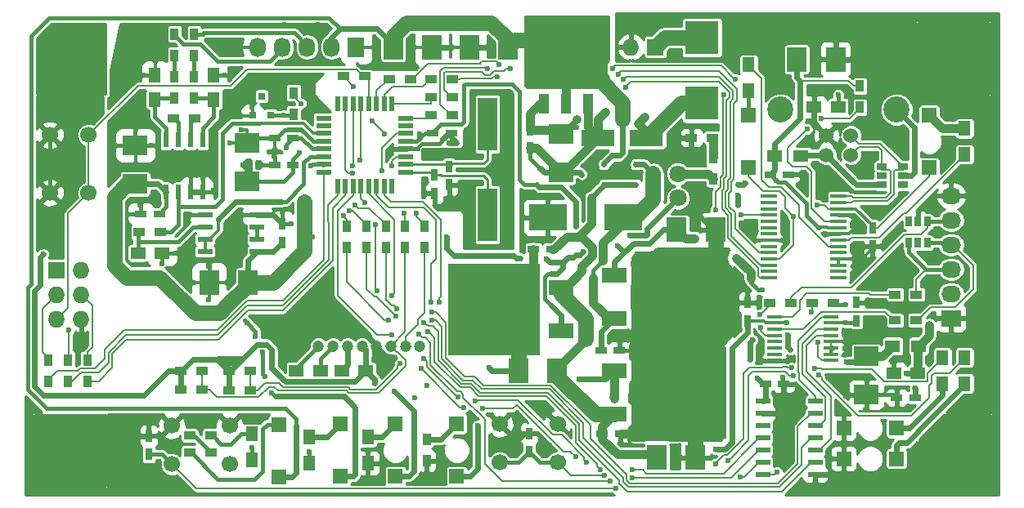
<source format=gbr>
G04 #@! TF.FileFunction,Copper,L2,Bot,Signal*
%FSLAX46Y46*%
G04 Gerber Fmt 4.6, Leading zero omitted, Abs format (unit mm)*
G04 Created by KiCad (PCBNEW 4.0.3-stable) date 09/02/16 18:28:01*
%MOMM*%
%LPD*%
G01*
G04 APERTURE LIST*
%ADD10C,0.100000*%
%ADD11R,0.450000X0.590000*%
%ADD12R,1.250000X1.500000*%
%ADD13R,1.600000X0.550000*%
%ADD14R,0.550000X1.600000*%
%ADD15R,1.998980X5.499100*%
%ADD16R,1.200000X0.750000*%
%ADD17R,1.500000X1.250000*%
%ADD18R,0.750000X1.200000*%
%ADD19R,1.524000X1.524000*%
%ADD20R,3.500120X1.800860*%
%ADD21R,3.500000X3.500000*%
%ADD22R,1.500000X1.300000*%
%ADD23R,1.200000X0.900000*%
%ADD24R,0.900000X1.200000*%
%ADD25R,1.300000X1.500000*%
%ADD26C,1.700000*%
%ADD27R,0.600000X1.550000*%
%ADD28C,1.800000*%
%ADD29C,1.200000*%
%ADD30R,2.500000X2.000000*%
%ADD31R,2.000000X2.500000*%
%ADD32R,4.000500X2.700020*%
%ADD33R,1.727200X1.727200*%
%ADD34O,1.727200X1.727200*%
%ADD35R,0.800100X0.800100*%
%ADD36R,3.657600X2.032000*%
%ADD37R,1.016000X2.032000*%
%ADD38R,1.750000X0.450000*%
%ADD39R,1.500000X0.600000*%
%ADD40R,1.060000X0.650000*%
%ADD41R,1.500000X0.450000*%
%ADD42R,0.650000X1.060000*%
%ADD43R,1.550000X0.600000*%
%ADD44C,6.400000*%
%ADD45C,0.600000*%
%ADD46R,1.727200X2.032000*%
%ADD47O,1.727200X2.032000*%
%ADD48R,2.032000X1.727200*%
%ADD49O,2.032000X1.727200*%
%ADD50C,1.524000*%
%ADD51C,2.700020*%
%ADD52R,2.499360X1.501140*%
%ADD53R,9.540240X9.540240*%
%ADD54R,0.762000X0.762000*%
%ADD55C,0.609600*%
%ADD56C,0.457200*%
%ADD57C,0.914400*%
%ADD58C,0.177800*%
%ADD59C,1.625600*%
%ADD60C,0.304800*%
%ADD61C,0.250000*%
%ADD62C,0.190500*%
%ADD63C,0.254000*%
G04 APERTURE END LIST*
D10*
D11*
X161925000Y-56300000D03*
X161925000Y-54190000D03*
X165227000Y-54190000D03*
X165227000Y-56300000D03*
D12*
X115443000Y-47478000D03*
X115443000Y-44978000D03*
D13*
X141410000Y-49397000D03*
X141410000Y-50197000D03*
X141410000Y-50997000D03*
X141410000Y-51797000D03*
X141410000Y-52597000D03*
X141410000Y-53397000D03*
X141410000Y-54197000D03*
X141410000Y-54997000D03*
D14*
X139960000Y-56447000D03*
X139160000Y-56447000D03*
X138360000Y-56447000D03*
X137560000Y-56447000D03*
X136760000Y-56447000D03*
X135960000Y-56447000D03*
X135160000Y-56447000D03*
X134360000Y-56447000D03*
D13*
X132910000Y-54997000D03*
X132910000Y-54197000D03*
X132910000Y-53397000D03*
X132910000Y-52597000D03*
X132910000Y-51797000D03*
X132910000Y-50997000D03*
X132910000Y-50197000D03*
X132910000Y-49397000D03*
D14*
X134360000Y-47947000D03*
X135160000Y-47947000D03*
X135960000Y-47947000D03*
X136760000Y-47947000D03*
X137560000Y-47947000D03*
X138360000Y-47947000D03*
X139160000Y-47947000D03*
X139960000Y-47947000D03*
D15*
X149860000Y-59436000D03*
X149860000Y-50038000D03*
D12*
X121539000Y-44978000D03*
X121539000Y-47478000D03*
D16*
X129728000Y-51435000D03*
X127828000Y-51435000D03*
D17*
X130068000Y-75565000D03*
X132568000Y-75565000D03*
D16*
X115885000Y-59309000D03*
X113985000Y-59309000D03*
D17*
X134767000Y-75565000D03*
X137267000Y-75565000D03*
D16*
X144211000Y-50927000D03*
X146111000Y-50927000D03*
D17*
X113685000Y-63373000D03*
X116185000Y-63373000D03*
D16*
X129728000Y-54229000D03*
X127828000Y-54229000D03*
D18*
X128651000Y-62291000D03*
X128651000Y-60391000D03*
X114808000Y-84262000D03*
X114808000Y-82362000D03*
X154178000Y-84008000D03*
X154178000Y-82108000D03*
X154305000Y-50612000D03*
X154305000Y-52512000D03*
D16*
X179136000Y-55245000D03*
X181036000Y-55245000D03*
D18*
X145923000Y-54422000D03*
X145923000Y-56322000D03*
X144399000Y-55311000D03*
X144399000Y-57211000D03*
D16*
X178628000Y-76962000D03*
X180528000Y-76962000D03*
D18*
X189738000Y-60772000D03*
X189738000Y-62672000D03*
X188087000Y-70419000D03*
X188087000Y-68519000D03*
X176784000Y-70419000D03*
X176784000Y-68519000D03*
D16*
X161610000Y-73469500D03*
X163510000Y-73469500D03*
X161737000Y-82105500D03*
X163637000Y-82105500D03*
X156525000Y-62992000D03*
X154625000Y-62992000D03*
D17*
X194417000Y-75819000D03*
X191917000Y-75819000D03*
D16*
X194117000Y-78359000D03*
X192217000Y-78359000D03*
D19*
X192201800Y-81534000D03*
X186766200Y-81534000D03*
X192201800Y-84709000D03*
X186766200Y-84709000D03*
D20*
X166329360Y-51435000D03*
X161330640Y-51435000D03*
D19*
X195580000Y-54533800D03*
X195580000Y-49098200D03*
X176911000Y-54533800D03*
X176911000Y-49098200D03*
X128270000Y-86588600D03*
X128270000Y-81153000D03*
X140335000Y-86537800D03*
X140335000Y-81102200D03*
X146685000Y-86537800D03*
X146685000Y-81102200D03*
X134620000Y-86537800D03*
X134620000Y-81102200D03*
D21*
X172085000Y-41046400D03*
X172085000Y-47853600D03*
D22*
X182325000Y-53340000D03*
X179625000Y-53340000D03*
X194517000Y-73025000D03*
X191817000Y-73025000D03*
D23*
X118089500Y-75565000D03*
X120289500Y-75565000D03*
X118076800Y-77546200D03*
X120276800Y-77546200D03*
X123106000Y-77597000D03*
X125306000Y-77597000D03*
X123149000Y-75565000D03*
X125349000Y-75565000D03*
D24*
X119507000Y-45128000D03*
X119507000Y-47328000D03*
X117475000Y-45128000D03*
X117475000Y-47328000D03*
X141351000Y-62822000D03*
X141351000Y-60622000D03*
X143383000Y-62822000D03*
X143383000Y-60622000D03*
D23*
X117391000Y-49403000D03*
X119591000Y-49403000D03*
X116035000Y-61214000D03*
X113835000Y-61214000D03*
D24*
X173228000Y-55710000D03*
X173228000Y-53510000D03*
D23*
X173185000Y-51435000D03*
X170985000Y-51435000D03*
D25*
X196977000Y-74215000D03*
X196977000Y-76915000D03*
X199263000Y-74215000D03*
X199263000Y-76915000D03*
D24*
X139344400Y-60622000D03*
X139344400Y-62822000D03*
X137350500Y-60622000D03*
X137350500Y-62822000D03*
X135280400Y-60622000D03*
X135280400Y-62822000D03*
X108458000Y-74465000D03*
X108458000Y-76665000D03*
D23*
X144043400Y-45377100D03*
X146243400Y-45377100D03*
X139743000Y-45364400D03*
X141943000Y-45364400D03*
X144065900Y-49136300D03*
X146265900Y-49136300D03*
X144061000Y-47269400D03*
X146261000Y-47269400D03*
D24*
X106426000Y-74465000D03*
X106426000Y-76665000D03*
D23*
X134967800Y-45072300D03*
X137167800Y-45072300D03*
D24*
X104394000Y-74465000D03*
X104394000Y-76665000D03*
D25*
X199263000Y-50466000D03*
X199263000Y-53166000D03*
X176911000Y-46562000D03*
X176911000Y-43862000D03*
D23*
X119042000Y-84074000D03*
X121242000Y-84074000D03*
X119042000Y-82296000D03*
X121242000Y-82296000D03*
D25*
X125476000Y-82136000D03*
X125476000Y-84836000D03*
D24*
X188429900Y-48280500D03*
X188429900Y-46080500D03*
D23*
X183474000Y-68580000D03*
X185674000Y-68580000D03*
X192067000Y-67691000D03*
X194267000Y-67691000D03*
X192067000Y-70358000D03*
X194267000Y-70358000D03*
X179113000Y-68580000D03*
X181313000Y-68580000D03*
D25*
X137477500Y-82470000D03*
X137477500Y-85170000D03*
D24*
X143573500Y-82720000D03*
X143573500Y-84920000D03*
D25*
X131445000Y-82470000D03*
X131445000Y-85170000D03*
D24*
X119507000Y-40683000D03*
X119507000Y-42883000D03*
X117475000Y-40683000D03*
X117475000Y-42883000D03*
D26*
X123190000Y-85280000D03*
X117190000Y-85280000D03*
X123190000Y-81280000D03*
X117190000Y-81280000D03*
X157130000Y-85090000D03*
X151130000Y-85090000D03*
X157130000Y-81090000D03*
X151130000Y-81090000D03*
X108585000Y-51150000D03*
X108585000Y-57150000D03*
X104585000Y-51150000D03*
X104585000Y-57150000D03*
D27*
X116586000Y-51656000D03*
X117856000Y-51656000D03*
X119126000Y-51656000D03*
X120396000Y-51656000D03*
X120396000Y-57056000D03*
X119126000Y-57056000D03*
X117856000Y-57056000D03*
X116586000Y-57056000D03*
D28*
X169575000Y-55185000D03*
X169575000Y-57685000D03*
D29*
X142875000Y-73025000D03*
X132375000Y-73025000D03*
X141375000Y-73025000D03*
X139875000Y-73025000D03*
X138375000Y-73025000D03*
X136875000Y-73025000D03*
X135375000Y-73025000D03*
X133875000Y-73025000D03*
D30*
X113411000Y-56229000D03*
X113411000Y-52229000D03*
D31*
X125063000Y-66421000D03*
X121063000Y-66421000D03*
D30*
X157480000Y-51054000D03*
X157480000Y-55054000D03*
D31*
X151987000Y-42037000D03*
X147987000Y-42037000D03*
X140113000Y-42037000D03*
X144113000Y-42037000D03*
X181896000Y-43307000D03*
X185896000Y-43307000D03*
D32*
X156131260Y-59690000D03*
X163908740Y-59690000D03*
D31*
X167405300Y-84582000D03*
X171405300Y-84582000D03*
X157067000Y-75565000D03*
X153067000Y-75565000D03*
D17*
X186162000Y-48260000D03*
X183662000Y-48260000D03*
D31*
X169450000Y-60960000D03*
X173450000Y-60960000D03*
D30*
X189103000Y-74073000D03*
X189103000Y-78073000D03*
X124968000Y-55975000D03*
X124968000Y-51975000D03*
D11*
X175768000Y-58420000D03*
X175768000Y-56310000D03*
D33*
X105283000Y-65151000D03*
D34*
X107823000Y-65151000D03*
X105283000Y-67691000D03*
X107823000Y-67691000D03*
X105283000Y-70231000D03*
X107823000Y-70231000D03*
D35*
X127442000Y-49133760D03*
X125542000Y-49133760D03*
X126492000Y-47134780D03*
D36*
X157988000Y-41275000D03*
D37*
X157988000Y-47879000D03*
X155702000Y-47879000D03*
X160274000Y-47879000D03*
D38*
X179026000Y-65947000D03*
X179026000Y-65297000D03*
X179026000Y-64647000D03*
X179026000Y-63997000D03*
X179026000Y-63347000D03*
X179026000Y-62697000D03*
X179026000Y-62047000D03*
X179026000Y-61397000D03*
X179026000Y-60747000D03*
X179026000Y-60097000D03*
X179026000Y-59447000D03*
X179026000Y-58797000D03*
X179026000Y-58147000D03*
X179026000Y-57497000D03*
X186226000Y-57497000D03*
X186226000Y-58147000D03*
X186226000Y-58797000D03*
X186226000Y-59447000D03*
X186226000Y-60097000D03*
X186226000Y-60747000D03*
X186226000Y-61397000D03*
X186226000Y-62047000D03*
X186226000Y-62697000D03*
X186226000Y-63347000D03*
X186226000Y-63997000D03*
X186226000Y-64647000D03*
X186226000Y-65297000D03*
X186226000Y-65947000D03*
D39*
X183802000Y-78740000D03*
X183802000Y-80010000D03*
X183802000Y-81280000D03*
X183802000Y-82550000D03*
X183802000Y-83820000D03*
X183802000Y-85090000D03*
X183802000Y-86360000D03*
X178402000Y-86360000D03*
X178402000Y-85090000D03*
X178402000Y-83820000D03*
X178402000Y-82550000D03*
X178402000Y-81280000D03*
X178402000Y-80010000D03*
X178402000Y-78740000D03*
D40*
X192895400Y-54411800D03*
X192895400Y-55361800D03*
X192895400Y-56311800D03*
X190695400Y-56311800D03*
X190695400Y-54411800D03*
X190695400Y-55361800D03*
D41*
X185449000Y-69988000D03*
X185449000Y-70638000D03*
X185449000Y-71288000D03*
X185449000Y-71938000D03*
X185449000Y-72588000D03*
X185449000Y-73238000D03*
X185449000Y-73888000D03*
X185449000Y-74538000D03*
X179549000Y-74538000D03*
X179549000Y-73888000D03*
X179549000Y-73238000D03*
X179549000Y-72588000D03*
X179549000Y-71938000D03*
X179549000Y-71288000D03*
X179549000Y-70638000D03*
X179549000Y-69988000D03*
D42*
X193487000Y-60114000D03*
X194437000Y-60114000D03*
X195387000Y-60114000D03*
X195387000Y-62314000D03*
X193487000Y-62314000D03*
X194437000Y-62314000D03*
D24*
X129794000Y-46779000D03*
X129794000Y-48979000D03*
D43*
X120617000Y-63246000D03*
X120617000Y-61976000D03*
X120617000Y-60706000D03*
X120617000Y-59436000D03*
X126017000Y-59436000D03*
X126017000Y-60706000D03*
X126017000Y-61976000D03*
X126017000Y-63246000D03*
D44*
X106680000Y-43180000D03*
D45*
X109080000Y-43180000D03*
X108377056Y-44877056D03*
X106680000Y-45580000D03*
X104982944Y-44877056D03*
X104280000Y-43180000D03*
X104982944Y-41482944D03*
X106680000Y-40780000D03*
X108377056Y-41482944D03*
D44*
X106680000Y-83960000D03*
D45*
X109080000Y-83960000D03*
X108377056Y-85657056D03*
X106680000Y-86360000D03*
X104982944Y-85657056D03*
X104280000Y-83960000D03*
X104982944Y-82262944D03*
X106680000Y-81560000D03*
X108377056Y-82262944D03*
D44*
X198260000Y-83820000D03*
D45*
X200660000Y-83820000D03*
X199957056Y-85517056D03*
X198260000Y-86220000D03*
X196562944Y-85517056D03*
X195860000Y-83820000D03*
X196562944Y-82122944D03*
X198260000Y-81420000D03*
X199957056Y-82122944D03*
D44*
X198120000Y-43180000D03*
D45*
X200520000Y-43180000D03*
X199817056Y-44877056D03*
X198120000Y-45580000D03*
X196422944Y-44877056D03*
X195720000Y-43180000D03*
X196422944Y-41482944D03*
X198120000Y-40780000D03*
X199817056Y-41482944D03*
D46*
X136271000Y-42037000D03*
D47*
X133731000Y-42037000D03*
X131191000Y-42037000D03*
X128651000Y-42037000D03*
X126111000Y-42037000D03*
D33*
X167259000Y-42037000D03*
D34*
X164719000Y-42037000D03*
D48*
X197866000Y-70167500D03*
D49*
X197866000Y-67627500D03*
X197866000Y-65087500D03*
X197866000Y-62547500D03*
X197866000Y-60007500D03*
X197866000Y-57467500D03*
D50*
X187482480Y-53213000D03*
X184942480Y-53213000D03*
X184942480Y-51214020D03*
X187482480Y-51214020D03*
D51*
X192211960Y-48514000D03*
X180213000Y-48514000D03*
D52*
X162966764Y-70220840D03*
X162966764Y-65669160D03*
D53*
X169865404Y-67945000D03*
D54*
X168702084Y-72009000D03*
X166162084Y-72009000D03*
X173782084Y-70739000D03*
X173782084Y-66421000D03*
X169972084Y-72009000D03*
X171242084Y-72009000D03*
X173782084Y-72009000D03*
X172512084Y-72009000D03*
X173782084Y-69469000D03*
X173782084Y-67437000D03*
X173782084Y-65151000D03*
X172512084Y-63881000D03*
X169972084Y-63881000D03*
X173782084Y-63881000D03*
X171242084Y-63881000D03*
X168702084Y-63881000D03*
X167432084Y-63881000D03*
X167432084Y-72009000D03*
X173782084Y-68453000D03*
X166162084Y-63881000D03*
D52*
X162966764Y-80123802D03*
X162966764Y-75572122D03*
D53*
X169865404Y-77847962D03*
D54*
X168702084Y-81911962D03*
X166162084Y-81911962D03*
X173782084Y-80641962D03*
X173782084Y-76323962D03*
X169972084Y-81911962D03*
X171242084Y-81911962D03*
X173782084Y-81911962D03*
X172512084Y-81911962D03*
X173782084Y-79371962D03*
X173782084Y-77339962D03*
X173782084Y-75053962D03*
X172512084Y-73783962D03*
X169972084Y-73783962D03*
X173782084Y-73783962D03*
X171242084Y-73783962D03*
X168702084Y-73783962D03*
X167432084Y-73783962D03*
X167432084Y-81911962D03*
X173782084Y-78355962D03*
X166162084Y-73783962D03*
D52*
X157480000Y-66939160D03*
X157480000Y-71490840D03*
D53*
X150581360Y-69215000D03*
D54*
X151744680Y-65151000D03*
X154284680Y-65151000D03*
X146664680Y-66421000D03*
X146664680Y-70739000D03*
X150474680Y-65151000D03*
X149204680Y-65151000D03*
X146664680Y-65151000D03*
X147934680Y-65151000D03*
X146664680Y-67691000D03*
X146664680Y-69723000D03*
X146664680Y-72009000D03*
X147934680Y-73279000D03*
X150474680Y-73279000D03*
X146664680Y-73279000D03*
X149204680Y-73279000D03*
X151744680Y-73279000D03*
X153014680Y-73279000D03*
X153014680Y-65151000D03*
X146664680Y-68707000D03*
X154284680Y-73279000D03*
D45*
X142316200Y-78359000D03*
X143586200Y-77089000D03*
X150037800Y-75285600D03*
X155321000Y-54610000D03*
X159639000Y-55245000D03*
X128871610Y-39717610D03*
X132334000Y-39717610D03*
X120701117Y-39844610D03*
X124460000Y-39844610D03*
X131445000Y-83947000D03*
X125476000Y-83566000D03*
X162052000Y-48768000D03*
X161544000Y-49276000D03*
X110998000Y-50546000D03*
X110998000Y-54356000D03*
X113284000Y-54356000D03*
X124206000Y-60452000D03*
X122428000Y-62484000D03*
X123444000Y-64262000D03*
X118364000Y-65278000D03*
X121412000Y-51816000D03*
X122682000Y-49276000D03*
X123190000Y-51943000D03*
X142240000Y-42164000D03*
X122936000Y-41910000D03*
X118618000Y-55118000D03*
X120650000Y-53594000D03*
X118618000Y-53594000D03*
X116586000Y-53594000D03*
X116586000Y-55372000D03*
X113284000Y-48768000D03*
X113487306Y-50647918D03*
X111506000Y-46482000D03*
X112522000Y-43688000D03*
X113538000Y-39878000D03*
X115570000Y-41910000D03*
X131318000Y-46482000D03*
X129540000Y-45212000D03*
X126492000Y-45466000D03*
X124714000Y-46482000D03*
X149733000Y-42037000D03*
X126492000Y-54229000D03*
X127762000Y-53340000D03*
X124402636Y-50660020D03*
X119126000Y-59418590D03*
X125476000Y-48260000D03*
X113919000Y-58420000D03*
X112649000Y-59436000D03*
X117602000Y-63373000D03*
X116205000Y-64516000D03*
X114300000Y-44958000D03*
X121031000Y-64770000D03*
X115062000Y-52197000D03*
X122682000Y-44958000D03*
X120396000Y-55626000D03*
X121539000Y-56896000D03*
X128651000Y-59055000D03*
X121031000Y-68199000D03*
X119507000Y-66421000D03*
X129540000Y-60325000D03*
X145796000Y-42037000D03*
X192786000Y-45389800D03*
X181635400Y-39649400D03*
X179070000Y-42570400D03*
X175641000Y-39928800D03*
X171170600Y-58902600D03*
X159791400Y-56692800D03*
X163652200Y-55168800D03*
X180848000Y-80137000D03*
X180517800Y-84023200D03*
X192532000Y-86563200D03*
X199644000Y-79375000D03*
X200914000Y-77978000D03*
X201117200Y-73025000D03*
X192176400Y-65100200D03*
X132765800Y-67665600D03*
X135483600Y-70942200D03*
X131876800Y-70942200D03*
X145897600Y-51968400D03*
X143332200Y-57226200D03*
X145669000Y-58610500D03*
X146685000Y-51943000D03*
X156210000Y-57363611D03*
X176577996Y-66976252D03*
X113635400Y-82550000D03*
X138938000Y-75184000D03*
X153162000Y-82677000D03*
X180473077Y-76312767D03*
X181098170Y-74538190D03*
X186979423Y-78196577D03*
X188976000Y-79640189D03*
X178192000Y-74538000D03*
X189611000Y-66975090D03*
X189004420Y-68615994D03*
X191770000Y-74676000D03*
X192278000Y-79248000D03*
X154178000Y-57150000D03*
X143637000Y-85979000D03*
X137541000Y-86360000D03*
X185166000Y-86360000D03*
X186690000Y-79756000D03*
X186817000Y-83058000D03*
X186690000Y-86487000D03*
X175387000Y-68453000D03*
X186944000Y-72644000D03*
X177341417Y-61882372D03*
X186055000Y-56007000D03*
X189230000Y-54991000D03*
X189865000Y-59055000D03*
X185877200Y-41186100D03*
X188010800Y-43307000D03*
X180479700Y-62026800D03*
X182270400Y-55245000D03*
X184835800Y-61391800D03*
X190754000Y-62687200D03*
X188696600Y-62687200D03*
X187858400Y-60807600D03*
X187680600Y-59588400D03*
X171069000Y-52578000D03*
X169418000Y-51435000D03*
X141224000Y-59262910D03*
X138938000Y-54864000D03*
X142875000Y-51054000D03*
X139192000Y-51054000D03*
X137922000Y-49657000D03*
X136017000Y-46101000D03*
X159004000Y-60579000D03*
X163322000Y-62611000D03*
X177292000Y-72390000D03*
X177038000Y-74422000D03*
X177800000Y-76327000D03*
X171323000Y-61849000D03*
X175641000Y-63881000D03*
X178308000Y-67183000D03*
X138176000Y-76835000D03*
X140208000Y-77724000D03*
X103886000Y-63500000D03*
X186944000Y-70638000D03*
X186944000Y-68707000D03*
X142504473Y-59262910D03*
X139954000Y-54356000D03*
X174765128Y-84928089D03*
X144907000Y-68453000D03*
X143002000Y-75354264D03*
X147447000Y-79375000D03*
X149352000Y-79502000D03*
X158991622Y-84513468D03*
X181512895Y-76095476D03*
X184180603Y-75997005D03*
X143284077Y-74323077D03*
X144018000Y-68453000D03*
X146777877Y-78297295D03*
X148590000Y-78740000D03*
X160147000Y-85124911D03*
X173482000Y-85217000D03*
X181365369Y-75292262D03*
X183769000Y-75311000D03*
X143691021Y-71532620D03*
X139954000Y-67818000D03*
X161514016Y-85807554D03*
X179832000Y-86106000D03*
X164846000Y-86680546D03*
X138430000Y-67310000D03*
X138300502Y-60452000D03*
X142769657Y-71832811D03*
X137160000Y-58166000D03*
X162571139Y-87054699D03*
X139954000Y-71882000D03*
X164592000Y-61544811D03*
X124968000Y-70612000D03*
X123063000Y-68671000D03*
X125857000Y-72009000D03*
X126619000Y-73660000D03*
X126873000Y-76200000D03*
X127508000Y-77851000D03*
X131762500Y-61722000D03*
X130937000Y-61785500D03*
X145669000Y-61722000D03*
X153225500Y-63881000D03*
X155956000Y-64008000D03*
X159766000Y-63246000D03*
X130937000Y-58674000D03*
X130937000Y-58039000D03*
X125222000Y-53848000D03*
X124587000Y-54229000D03*
X131572000Y-54356000D03*
X130429000Y-52959000D03*
X130556000Y-47879000D03*
X136121494Y-58371660D03*
X135927646Y-55146988D03*
X135573676Y-59005638D03*
X135889614Y-54347881D03*
X134954910Y-59512734D03*
X136652000Y-53721000D03*
X163191791Y-87799369D03*
X176022000Y-86614000D03*
X164846000Y-85880533D03*
X161968710Y-86465789D03*
X159096322Y-50410086D03*
X159131000Y-49530000D03*
X166116000Y-49276000D03*
X165481000Y-49911000D03*
X181533800Y-59591904D03*
X184023000Y-58420000D03*
X167005000Y-56134000D03*
X167005000Y-55133400D03*
X175768000Y-57404000D03*
X159321500Y-76454000D03*
X148844000Y-81280000D03*
X187071000Y-74676000D03*
X181229000Y-73406000D03*
X180975000Y-71882000D03*
X180848000Y-70612000D03*
X162966764Y-78511764D03*
X173482000Y-83756500D03*
X193230500Y-75882500D03*
X194117000Y-77374400D03*
X195580000Y-70866000D03*
X186182000Y-46990000D03*
X179771000Y-55880000D03*
X176530000Y-56134000D03*
X140843000Y-74803000D03*
X144067279Y-69544914D03*
X140482351Y-69151360D03*
X144067279Y-70362292D03*
X140415393Y-69948566D03*
X143294297Y-70568487D03*
X139659542Y-70326377D03*
X150919208Y-45118390D03*
X164148026Y-46183517D03*
X163372862Y-44843610D03*
X151079200Y-43827700D03*
X149881452Y-44309654D03*
X163935629Y-45412215D03*
X152273321Y-44233779D03*
X175514000Y-45339000D03*
X176083433Y-59436000D03*
X174335002Y-46990000D03*
X173482000Y-58928000D03*
X162809698Y-44275398D03*
X106553000Y-71374000D03*
X184442100Y-49466500D03*
X182930800Y-50546000D03*
X184103910Y-72601190D03*
X183388000Y-69518279D03*
X178062643Y-69785301D03*
X178146286Y-71090112D03*
X129032000Y-52451000D03*
X128778000Y-49133760D03*
D55*
X153067000Y-75565000D02*
X150317200Y-75565000D01*
X150317200Y-75565000D02*
X150037800Y-75285600D01*
D56*
X154305000Y-52512000D02*
X154305000Y-53594000D01*
X154305000Y-53594000D02*
X155321000Y-54610000D01*
D55*
X157480000Y-55054000D02*
X155765000Y-55054000D01*
X155765000Y-55054000D02*
X155321000Y-54610000D01*
X157480000Y-55054000D02*
X159448000Y-55054000D01*
X159448000Y-55054000D02*
X159639000Y-55245000D01*
D57*
X161544000Y-49276000D02*
X162052000Y-48768000D01*
D58*
X120276853Y-39844610D02*
X120701117Y-39844610D01*
X124460000Y-39844610D02*
X128744610Y-39844610D01*
X120065754Y-39633511D02*
X120276853Y-39844610D01*
X128744610Y-39844610D02*
X128871610Y-39717610D01*
X117051099Y-39633511D02*
X120065754Y-39633511D01*
X116840000Y-39844610D02*
X117051099Y-39633511D01*
D56*
X131445000Y-85170000D02*
X131445000Y-83947000D01*
X125476000Y-84836000D02*
X125476000Y-83566000D01*
D59*
X153067000Y-75565000D02*
X153067000Y-71700640D01*
X153067000Y-71700640D02*
X150581360Y-69215000D01*
D57*
X161330640Y-51435000D02*
X161330640Y-49489360D01*
X161330640Y-49489360D02*
X161544000Y-49276000D01*
D58*
X113284000Y-54356000D02*
X110998000Y-54356000D01*
X122428000Y-62484000D02*
X124206000Y-60706000D01*
X124206000Y-60706000D02*
X124206000Y-60452000D01*
X121114736Y-64262000D02*
X123444000Y-64262000D01*
X121031000Y-64770000D02*
X121031000Y-64345736D01*
X121031000Y-64345736D02*
X121114736Y-64262000D01*
X122682000Y-49276000D02*
X121412000Y-50546000D01*
X121412000Y-50546000D02*
X121412000Y-51816000D01*
D60*
X124968000Y-51975000D02*
X123222000Y-51975000D01*
X123222000Y-51975000D02*
X123190000Y-51943000D01*
D58*
X144113000Y-42037000D02*
X142367000Y-42037000D01*
X142367000Y-42037000D02*
X142240000Y-42164000D01*
X120650000Y-53594000D02*
X120142000Y-53594000D01*
X120142000Y-53594000D02*
X118618000Y-55118000D01*
X116586000Y-53594000D02*
X118618000Y-53594000D01*
X113792000Y-54610000D02*
X115824000Y-54610000D01*
X115824000Y-54610000D02*
X116586000Y-55372000D01*
X113411000Y-54229000D02*
X113792000Y-54610000D01*
X113411000Y-52229000D02*
X113411000Y-54229000D01*
X113487306Y-50647918D02*
X113487306Y-48971306D01*
X113487306Y-48971306D02*
X113284000Y-48768000D01*
D60*
X113411000Y-50724224D02*
X113487306Y-50647918D01*
X113411000Y-52229000D02*
X113411000Y-50724224D01*
D58*
X113538000Y-39878000D02*
X112522000Y-40894000D01*
X112522000Y-40894000D02*
X112522000Y-43688000D01*
X115443000Y-44978000D02*
X115443000Y-42037000D01*
X115443000Y-42037000D02*
X115570000Y-41910000D01*
X126492000Y-45466000D02*
X129286000Y-45466000D01*
X129286000Y-45466000D02*
X129540000Y-45212000D01*
X125476000Y-48260000D02*
X125476000Y-47244000D01*
X125476000Y-47244000D02*
X124714000Y-46482000D01*
D57*
X154625000Y-62992000D02*
X154625000Y-64810680D01*
X154625000Y-64810680D02*
X154284680Y-65151000D01*
D55*
X147987000Y-42037000D02*
X149733000Y-42037000D01*
D56*
X127828000Y-54229000D02*
X126492000Y-54229000D01*
X127828000Y-54229000D02*
X127828000Y-53406000D01*
X127828000Y-53406000D02*
X127762000Y-53340000D01*
D60*
X124957820Y-50660020D02*
X124826900Y-50660020D01*
X124826900Y-50660020D02*
X124402636Y-50660020D01*
X124968000Y-51975000D02*
X124968000Y-50670200D01*
X124968000Y-50670200D02*
X124957820Y-50660020D01*
D56*
X119143410Y-59436000D02*
X119126000Y-59418590D01*
X120617000Y-59436000D02*
X119143410Y-59436000D01*
X128885200Y-50602800D02*
X130642282Y-50602800D01*
X128053000Y-51435000D02*
X128885200Y-50602800D01*
X130642282Y-50602800D02*
X131836482Y-51797000D01*
X131836482Y-51797000D02*
X132910000Y-51797000D01*
X127828000Y-51435000D02*
X128053000Y-51435000D01*
D60*
X125542000Y-49133760D02*
X125542000Y-48326000D01*
X125542000Y-48326000D02*
X125476000Y-48260000D01*
D56*
X113985000Y-59309000D02*
X113985000Y-58486000D01*
X113985000Y-58486000D02*
X113919000Y-58420000D01*
X113985000Y-59309000D02*
X112776000Y-59309000D01*
X112776000Y-59309000D02*
X112649000Y-59436000D01*
X116185000Y-63373000D02*
X117602000Y-63373000D01*
X116185000Y-63373000D02*
X116185000Y-64496000D01*
X116185000Y-64496000D02*
X116205000Y-64516000D01*
D58*
X121063000Y-66421000D02*
X121063000Y-67848800D01*
X121063000Y-67848800D02*
X121031000Y-67880800D01*
X121031000Y-67880800D02*
X121031000Y-68199000D01*
D60*
X115443000Y-44978000D02*
X114320000Y-44978000D01*
X114320000Y-44978000D02*
X114300000Y-44958000D01*
X121063000Y-66421000D02*
X121063000Y-68167000D01*
X121063000Y-66421000D02*
X121063000Y-64802000D01*
X121063000Y-67088000D02*
X121031000Y-67056000D01*
X113411000Y-52229000D02*
X115030000Y-52229000D01*
X115030000Y-52229000D02*
X115062000Y-52197000D01*
X121539000Y-44978000D02*
X122662000Y-44978000D01*
X122662000Y-44978000D02*
X122682000Y-44958000D01*
X120396000Y-57056000D02*
X120396000Y-55626000D01*
X120396000Y-57056000D02*
X121379000Y-57056000D01*
X121379000Y-57056000D02*
X121539000Y-56896000D01*
X128651000Y-60391000D02*
X128651000Y-59055000D01*
X121063000Y-66421000D02*
X119507000Y-66421000D01*
D56*
X128651000Y-60391000D02*
X129474000Y-60391000D01*
X129474000Y-60391000D02*
X129540000Y-60325000D01*
D55*
X119126000Y-57056000D02*
X120396000Y-57056000D01*
X120396000Y-57150000D02*
X120396000Y-57056000D01*
X128651000Y-60391000D02*
X127696000Y-59436000D01*
X127696000Y-59436000D02*
X126017000Y-59436000D01*
D56*
X125542000Y-51401000D02*
X124968000Y-51975000D01*
X127828000Y-51435000D02*
X125508000Y-51435000D01*
X125508000Y-51435000D02*
X124968000Y-51975000D01*
D57*
X157480000Y-55054000D02*
X157711640Y-55054000D01*
X157711640Y-55054000D02*
X161330640Y-51435000D01*
X160274000Y-47879000D02*
X160274000Y-50378360D01*
X160274000Y-50378360D02*
X161330640Y-51435000D01*
X154305000Y-52512000D02*
X154938000Y-52512000D01*
X154938000Y-52512000D02*
X157480000Y-55054000D01*
D55*
X144145000Y-42069000D02*
X144113000Y-42037000D01*
X145796000Y-42037000D02*
X144113000Y-42037000D01*
X144145000Y-42005000D02*
X144113000Y-42037000D01*
X179070000Y-42570400D02*
X179070000Y-42214800D01*
X179070000Y-42214800D02*
X181635400Y-39649400D01*
X173450000Y-60960000D02*
X173228000Y-60960000D01*
X173228000Y-60960000D02*
X171170600Y-58902600D01*
X163906200Y-54082158D02*
X163906200Y-54914800D01*
X163906200Y-54914800D02*
X163652200Y-55168800D01*
X168242064Y-53035200D02*
X164953158Y-53035200D01*
X164953158Y-53035200D02*
X163906200Y-54082158D01*
X169418000Y-51435000D02*
X169418000Y-51859264D01*
X169418000Y-51859264D02*
X168242064Y-53035200D01*
X180528000Y-76962000D02*
X180528000Y-84013000D01*
X180528000Y-84013000D02*
X180517800Y-84023200D01*
X186690000Y-86487000D02*
X192455800Y-86487000D01*
X192455800Y-86487000D02*
X192532000Y-86563200D01*
X201117200Y-73025000D02*
X201117200Y-77774800D01*
X201117200Y-77774800D02*
X200914000Y-77978000D01*
X189611000Y-66975090D02*
X190301510Y-66975090D01*
X190301510Y-66975090D02*
X192176400Y-65100200D01*
X135483600Y-70942200D02*
X135483600Y-70383400D01*
X135483600Y-70383400D02*
X132765800Y-67665600D01*
X138375000Y-73025000D02*
X138375000Y-72889894D01*
X138375000Y-72889894D02*
X136427306Y-70942200D01*
X136427306Y-70942200D02*
X131876800Y-70942200D01*
X145897600Y-51968400D02*
X146659600Y-51968400D01*
X146659600Y-51968400D02*
X146685000Y-51943000D01*
X145886000Y-50927000D02*
X145251000Y-51562000D01*
X146111000Y-50927000D02*
X145886000Y-50927000D01*
D61*
X145251000Y-51562000D02*
X145161000Y-51562000D01*
D60*
X147015200Y-56322000D02*
X147254000Y-56322000D01*
D61*
X145923000Y-56322000D02*
X146548000Y-56322000D01*
X146548000Y-56322000D02*
X147015200Y-56322000D01*
X144399000Y-57211000D02*
X143347400Y-57211000D01*
X143347400Y-57211000D02*
X143332200Y-57226200D01*
D56*
X146450996Y-58610500D02*
X145669000Y-58610500D01*
X145669000Y-58610500D02*
X144741300Y-58610500D01*
D61*
X145923000Y-56322000D02*
X145923000Y-58356500D01*
X145923000Y-58356500D02*
X145669000Y-58610500D01*
X144399000Y-57211000D02*
X144399000Y-58268200D01*
D56*
X163510000Y-73469500D02*
X164701584Y-73469500D01*
X164701584Y-73469500D02*
X166162084Y-72009000D01*
D59*
X173450000Y-60960000D02*
X173450000Y-64360404D01*
X173450000Y-64360404D02*
X169865404Y-67945000D01*
D56*
X188310799Y-43606999D02*
X188010800Y-43307000D01*
X198120000Y-43180000D02*
X197391399Y-43908601D01*
X197391399Y-43908601D02*
X188612401Y-43908601D01*
X188612401Y-43908601D02*
X188310799Y-43606999D01*
X106680000Y-83960000D02*
X107758330Y-83960000D01*
X113211136Y-82550000D02*
X113635400Y-82550000D01*
X107758330Y-83960000D02*
X109168330Y-82550000D01*
X109168330Y-82550000D02*
X113211136Y-82550000D01*
X104585000Y-51150000D02*
X105711545Y-50023455D01*
X105711545Y-50023455D02*
X105711545Y-44148455D01*
X105711545Y-44148455D02*
X106680000Y-43180000D01*
X104585000Y-51150000D02*
X104585000Y-52352081D01*
X104585000Y-52352081D02*
X104585000Y-57150000D01*
X147498374Y-56312374D02*
X147488748Y-56322000D01*
X144741300Y-58610500D02*
X144399000Y-58268200D01*
X147488748Y-56322000D02*
X147488748Y-57572748D01*
X147488748Y-57572748D02*
X146450996Y-58610500D01*
D55*
X146111000Y-50927000D02*
X146111000Y-51369000D01*
X146111000Y-51369000D02*
X146685000Y-51943000D01*
D60*
X156131260Y-59690000D02*
X156131260Y-57442351D01*
X156131260Y-57442351D02*
X156210000Y-57363611D01*
X176784000Y-67182256D02*
X176577996Y-66976252D01*
X176784000Y-68519000D02*
X176784000Y-67182256D01*
D55*
X114808000Y-82362000D02*
X113823400Y-82362000D01*
X113823400Y-82362000D02*
X113635400Y-82550000D01*
D60*
X201104446Y-87630000D02*
X201930000Y-87630000D01*
X198260000Y-83820000D02*
X198260000Y-84785554D01*
X198260000Y-84785554D02*
X201104446Y-87630000D01*
X106680000Y-43180000D02*
X107332401Y-42527599D01*
X107332401Y-42527599D02*
X107332401Y-41562045D01*
X107332401Y-41562045D02*
X108063903Y-40830543D01*
X108063903Y-40830543D02*
X108902543Y-40830543D01*
X108902543Y-40830543D02*
X108966000Y-40894000D01*
D56*
X154178000Y-82108000D02*
X153731000Y-82108000D01*
X153731000Y-82108000D02*
X153162000Y-82677000D01*
X180473077Y-76737031D02*
X180473077Y-76312767D01*
X180473077Y-76907077D02*
X180473077Y-76737031D01*
X180528000Y-76962000D02*
X180473077Y-76907077D01*
D58*
X181097980Y-74538000D02*
X181098170Y-74538190D01*
X178192000Y-74538000D02*
X181097980Y-74538000D01*
D56*
X187103000Y-78073000D02*
X186979423Y-78196577D01*
X189103000Y-78073000D02*
X187103000Y-78073000D01*
X188993011Y-79640189D02*
X188976000Y-79640189D01*
X189103000Y-79530200D02*
X188993011Y-79640189D01*
X189103000Y-78073000D02*
X189103000Y-79530200D01*
D57*
X138375000Y-73025000D02*
X138375000Y-73873528D01*
X138375000Y-73873528D02*
X139431472Y-74930000D01*
D60*
X188087000Y-68519000D02*
X188907426Y-68519000D01*
X188907426Y-68519000D02*
X189004420Y-68615994D01*
D56*
X191917000Y-75819000D02*
X191917000Y-74823000D01*
X191917000Y-74823000D02*
X191770000Y-74676000D01*
X192217000Y-78359000D02*
X192217000Y-79187000D01*
X192217000Y-79187000D02*
X192278000Y-79248000D01*
X189103000Y-78073000D02*
X191931000Y-78073000D01*
X191931000Y-78073000D02*
X192217000Y-78359000D01*
X186690000Y-86487000D02*
X186690000Y-84785200D01*
X186690000Y-84785200D02*
X186766200Y-84709000D01*
X186817000Y-83058000D02*
X186817000Y-84658200D01*
X186817000Y-84658200D02*
X186766200Y-84709000D01*
X186690000Y-79756000D02*
X186690000Y-81457800D01*
X186690000Y-81457800D02*
X186766200Y-81534000D01*
D60*
X147254000Y-56322000D02*
X147574000Y-56642000D01*
X146111000Y-50927000D02*
X145923000Y-50927000D01*
X142667200Y-52531800D02*
X143129000Y-52070000D01*
X143129000Y-52070000D02*
X143194200Y-52070000D01*
X142667200Y-52597000D02*
X142667200Y-52531800D01*
D56*
X143573500Y-84920000D02*
X143573500Y-85915500D01*
X143573500Y-85915500D02*
X143637000Y-85979000D01*
X137477500Y-85170000D02*
X137477500Y-86296500D01*
X137477500Y-86296500D02*
X137541000Y-86360000D01*
X114808000Y-82362000D02*
X116108000Y-82362000D01*
X116108000Y-82362000D02*
X117190000Y-81280000D01*
D55*
X183802000Y-86360000D02*
X185166000Y-86360000D01*
X180528000Y-76962000D02*
X180528000Y-79243600D01*
X180528000Y-79243600D02*
X179761600Y-80010000D01*
X179761600Y-80010000D02*
X178402000Y-80010000D01*
D58*
X179549000Y-74538000D02*
X178192000Y-74538000D01*
D60*
X176784000Y-68519000D02*
X175453000Y-68519000D01*
X175453000Y-68519000D02*
X175387000Y-68453000D01*
X185449000Y-73888000D02*
X185449000Y-73238000D01*
X185449000Y-72588000D02*
X186888000Y-72588000D01*
X186888000Y-72588000D02*
X186944000Y-72644000D01*
D58*
X185449000Y-72588000D02*
X185449000Y-73238000D01*
D60*
X177506045Y-62047000D02*
X177341417Y-61882372D01*
X179026000Y-62047000D02*
X177506045Y-62047000D01*
D59*
X172180000Y-65630404D02*
X169865404Y-67945000D01*
X169865404Y-67945000D02*
X169865404Y-77847962D01*
X171405300Y-84582000D02*
X171405300Y-79387858D01*
X171405300Y-79387858D02*
X169865404Y-77847962D01*
D57*
X163637000Y-82105500D02*
X165607866Y-82105500D01*
X165607866Y-82105500D02*
X169865404Y-77847962D01*
D55*
X185896000Y-43307000D02*
X185896000Y-41204900D01*
X185896000Y-41204900D02*
X185877200Y-41186100D01*
X185896000Y-43307000D02*
X188010800Y-43307000D01*
X184180481Y-50452021D02*
X184942480Y-51214020D01*
X183637299Y-49908839D02*
X184180481Y-50452021D01*
X183637299Y-48284701D02*
X183637299Y-49908839D01*
X183662000Y-48260000D02*
X183637299Y-48284701D01*
D60*
X179026000Y-62047000D02*
X180459500Y-62047000D01*
X180459500Y-62047000D02*
X180479700Y-62026800D01*
D56*
X181036000Y-55245000D02*
X182270400Y-55245000D01*
D60*
X186226000Y-61397000D02*
X184841000Y-61397000D01*
X184841000Y-61397000D02*
X184835800Y-61391800D01*
X189738000Y-62672000D02*
X190738800Y-62672000D01*
X190738800Y-62672000D02*
X190754000Y-62687200D01*
X189738000Y-62672000D02*
X188711800Y-62672000D01*
X188711800Y-62672000D02*
X188696600Y-62687200D01*
X186226000Y-61397000D02*
X187269000Y-61397000D01*
X187269000Y-61397000D02*
X187858400Y-60807600D01*
X186226000Y-59447000D02*
X187539200Y-59447000D01*
X187539200Y-59447000D02*
X187680600Y-59588400D01*
X186226000Y-64647000D02*
X186226000Y-63997000D01*
X186226000Y-63997000D02*
X188638000Y-63997000D01*
X188638000Y-63997000D02*
X189738000Y-62897000D01*
X189738000Y-62897000D02*
X189738000Y-62672000D01*
D56*
X194437000Y-60114000D02*
X194437000Y-59126800D01*
X194437000Y-59126800D02*
X196096300Y-57467500D01*
X196096300Y-57467500D02*
X196392800Y-57467500D01*
X196392800Y-57467500D02*
X197866000Y-57467500D01*
D55*
X170985000Y-51435000D02*
X170985000Y-52494000D01*
X170985000Y-52494000D02*
X171069000Y-52578000D01*
X170985000Y-51435000D02*
X169418000Y-51435000D01*
D59*
X171164000Y-79146558D02*
X169865404Y-77847962D01*
D57*
X168783538Y-77847962D02*
X169865404Y-77847962D01*
D56*
X144907000Y-52070000D02*
X145161000Y-51816000D01*
X141410000Y-52597000D02*
X142667200Y-52597000D01*
X143194200Y-52070000D02*
X144907000Y-52070000D01*
X145161000Y-51816000D02*
X145161000Y-51562000D01*
D58*
X141410000Y-49397000D02*
X143805200Y-49397000D01*
X143805200Y-49397000D02*
X144065900Y-49136300D01*
X141410000Y-49397000D02*
X141935000Y-49397000D01*
X141351000Y-60622000D02*
X141351000Y-59389910D01*
X141351000Y-59389910D02*
X141224000Y-59262910D01*
X141351000Y-60071000D02*
X141351000Y-60622000D01*
X141410000Y-50997000D02*
X140432200Y-50997000D01*
X138938000Y-52491200D02*
X138938000Y-54864000D01*
X140432200Y-50997000D02*
X138938000Y-52491200D01*
D56*
X142899764Y-51435000D02*
X142845883Y-51381119D01*
X142845883Y-51381119D02*
X143407764Y-50927000D01*
D55*
X142875000Y-51054000D02*
X142875000Y-51352002D01*
X142875000Y-51352002D02*
X142845883Y-51381119D01*
D56*
X153162000Y-46609000D02*
X153162000Y-55753000D01*
X153162000Y-55753000D02*
X153670000Y-56261000D01*
X152400000Y-45847000D02*
X153162000Y-46609000D01*
X147574000Y-45847000D02*
X152400000Y-45847000D01*
X147447000Y-45974000D02*
X147574000Y-45847000D01*
X147447000Y-49776682D02*
X147447000Y-45974000D01*
X147185682Y-50038000D02*
X147447000Y-49776682D01*
X153670000Y-56261000D02*
X154940000Y-56261000D01*
X145034000Y-50038000D02*
X147185682Y-50038000D01*
X144211000Y-50861000D02*
X145034000Y-50038000D01*
X178308000Y-67183000D02*
X177883736Y-67183000D01*
X177883736Y-67183000D02*
X177115988Y-66415252D01*
X177115988Y-66415252D02*
X177115988Y-66062170D01*
D58*
X142875000Y-51054000D02*
X142875000Y-51410236D01*
X142875000Y-51410236D02*
X142899764Y-51435000D01*
D56*
X142537764Y-51797000D02*
X142899764Y-51435000D01*
D58*
X137922000Y-49657000D02*
X139192000Y-50927000D01*
X139192000Y-50927000D02*
X139192000Y-51054000D01*
X134967800Y-45072300D02*
X134988300Y-45072300D01*
X134988300Y-45072300D02*
X136017000Y-46101000D01*
D55*
X144211000Y-50927000D02*
X144211000Y-50861000D01*
X155237801Y-56558801D02*
X154940000Y-56261000D01*
X157523801Y-56558801D02*
X155237801Y-56558801D01*
X159004000Y-58039000D02*
X157523801Y-56558801D01*
X159004000Y-60579000D02*
X159004000Y-58039000D01*
X164211000Y-63150522D02*
X163861522Y-63150522D01*
X164211000Y-63150522D02*
X165007100Y-62354422D01*
X163357332Y-64004190D02*
X164211000Y-63150522D01*
X163861522Y-63150522D02*
X163322000Y-62611000D01*
X136137199Y-76694801D02*
X137267000Y-75565000D01*
X128914159Y-76694801D02*
X136137199Y-76694801D01*
X127550802Y-75331444D02*
X128914159Y-76694801D01*
X127550802Y-73400694D02*
X127550802Y-75331444D01*
X127005306Y-72855198D02*
X127550802Y-73400694D01*
X126008802Y-72855198D02*
X127005306Y-72855198D01*
X124569000Y-74295000D02*
X126008802Y-72855198D01*
X177038000Y-74422000D02*
X177038000Y-72644000D01*
X177038000Y-72644000D02*
X177292000Y-72390000D01*
X178628000Y-76962000D02*
X178435000Y-76962000D01*
X178435000Y-76962000D02*
X177800000Y-76327000D01*
D57*
X171323000Y-61849000D02*
X170339000Y-61849000D01*
X170339000Y-61849000D02*
X169450000Y-60960000D01*
X177115988Y-65355988D02*
X175641000Y-63881000D01*
X177115988Y-66062170D02*
X177115988Y-65355988D01*
D56*
X186944000Y-70638000D02*
X187868000Y-70638000D01*
X187868000Y-70638000D02*
X188087000Y-70419000D01*
X186944000Y-68707000D02*
X185801000Y-68707000D01*
X185801000Y-68707000D02*
X185674000Y-68580000D01*
D55*
X138176000Y-76835000D02*
X138176000Y-76474000D01*
X138176000Y-76474000D02*
X137267000Y-75565000D01*
X142240000Y-79756000D02*
X140208000Y-77724000D01*
X142240000Y-81280000D02*
X142240000Y-79756000D01*
X122936000Y-74930000D02*
X122682000Y-74676000D01*
X123063000Y-74930000D02*
X122936000Y-74930000D01*
X123317000Y-74676000D02*
X123063000Y-74930000D01*
X123634500Y-74676000D02*
X123317000Y-74676000D01*
X123299000Y-75565000D02*
X123571000Y-75293000D01*
X123571000Y-75293000D02*
X124569000Y-74295000D01*
X123634500Y-74676000D02*
X123634500Y-75229500D01*
X123634500Y-75229500D02*
X123571000Y-75293000D01*
X123276000Y-74317500D02*
X123634500Y-74676000D01*
X123126500Y-74295000D02*
X123149000Y-74317500D01*
X123149000Y-74317500D02*
X123276000Y-74317500D01*
X122301000Y-74295000D02*
X121983000Y-74295000D01*
X124569000Y-74295000D02*
X122301000Y-74295000D01*
X122301000Y-74295000D02*
X123126500Y-74295000D01*
X121983000Y-74295000D02*
X121856000Y-74422000D01*
X123149000Y-75565000D02*
X123299000Y-75565000D01*
X137267000Y-75565000D02*
X137267000Y-73417000D01*
X137267000Y-73417000D02*
X136875000Y-73025000D01*
X121856000Y-74422000D02*
X119382500Y-74422000D01*
X119382500Y-74422000D02*
X118239500Y-75565000D01*
X118239500Y-75565000D02*
X118089500Y-75565000D01*
X123149000Y-75565000D02*
X122999000Y-75565000D01*
X122999000Y-75565000D02*
X121856000Y-74422000D01*
X103886000Y-63500000D02*
X103586001Y-63799999D01*
X103586001Y-63799999D02*
X103586001Y-66720999D01*
X103586001Y-66720999D02*
X102997000Y-67310000D01*
X102997000Y-67310000D02*
X103251000Y-67056000D01*
X102997000Y-77226642D02*
X102997000Y-67310000D01*
X114339900Y-78105000D02*
X103875358Y-78105000D01*
X103875358Y-78105000D02*
X102997000Y-77226642D01*
X118089500Y-75565000D02*
X116879900Y-75565000D01*
X116879900Y-75565000D02*
X114339900Y-78105000D01*
X123149000Y-75565000D02*
X123149000Y-77554000D01*
X123149000Y-77554000D02*
X123106000Y-77597000D01*
X118089500Y-75565000D02*
X118089500Y-77533500D01*
X118089500Y-77533500D02*
X118076800Y-77546200D01*
X142240000Y-86004400D02*
X142240000Y-81280000D01*
X140335000Y-86537800D02*
X141706600Y-86537800D01*
X141706600Y-86537800D02*
X142240000Y-86004400D01*
X178628000Y-76962000D02*
X178628000Y-78514000D01*
X178628000Y-78514000D02*
X178402000Y-78740000D01*
D60*
X185449000Y-70638000D02*
X186944000Y-70638000D01*
X188087000Y-70419000D02*
X188087000Y-70644000D01*
D55*
X163357332Y-64004190D02*
X163271564Y-64004190D01*
X163271564Y-64004190D02*
X162966764Y-64308990D01*
X162966764Y-64308990D02*
X162966764Y-65669160D01*
X165007100Y-62354422D02*
X166648182Y-62354422D01*
X166648182Y-62354422D02*
X168042604Y-60960000D01*
X168042604Y-60960000D02*
X169450000Y-60960000D01*
D56*
X143407764Y-50927000D02*
X144211000Y-50927000D01*
X141410000Y-51797000D02*
X142537764Y-51797000D01*
D58*
X142504473Y-59593473D02*
X142504473Y-59262910D01*
X143383000Y-60472000D02*
X142504473Y-59593473D01*
X143383000Y-60622000D02*
X143383000Y-60472000D01*
X141410000Y-53397000D02*
X140432200Y-53397000D01*
X140432200Y-53397000D02*
X139954000Y-53875200D01*
X139954000Y-53875200D02*
X139954000Y-54356000D01*
D61*
X145923000Y-54422000D02*
X145735500Y-54422000D01*
X145735500Y-54422000D02*
X145510500Y-54197000D01*
X145923000Y-54422000D02*
X146243000Y-54102000D01*
X141410000Y-54197000D02*
X145510500Y-54197000D01*
X149860000Y-50038000D02*
X149860000Y-53721000D01*
X149860000Y-53721000D02*
X149479000Y-54102000D01*
X149479000Y-54102000D02*
X146243000Y-54102000D01*
X141410000Y-54997000D02*
X144085000Y-54997000D01*
X144085000Y-54997000D02*
X144399000Y-55311000D01*
X144399000Y-55311000D02*
X145024000Y-55311000D01*
X145024000Y-55311000D02*
X145085000Y-55372000D01*
X145085000Y-55372000D02*
X149479000Y-55372000D01*
X149860000Y-59436000D02*
X149860000Y-55753000D01*
X149860000Y-55753000D02*
X149479000Y-55372000D01*
D58*
X175065127Y-84628090D02*
X174765128Y-84928089D01*
X181088631Y-76095476D02*
X180685155Y-75692000D01*
X176911000Y-82782217D02*
X175065127Y-84628090D01*
X177292000Y-75692000D02*
X176911000Y-76073000D01*
X181512895Y-76095476D02*
X181088631Y-76095476D01*
X176911000Y-76073000D02*
X176911000Y-82782217D01*
X180685155Y-75692000D02*
X177292000Y-75692000D01*
X145034000Y-59917696D02*
X145034000Y-60833000D01*
X145034000Y-60833000D02*
X145034000Y-60960000D01*
X144907000Y-68028736D02*
X145034000Y-67901736D01*
X144907000Y-68453000D02*
X144907000Y-68028736D01*
X145034000Y-67901736D02*
X145034000Y-60833000D01*
X146768736Y-79121000D02*
X143002000Y-75354264D01*
X147447000Y-79375000D02*
X147022736Y-79375000D01*
X147022736Y-79375000D02*
X146768736Y-79121000D01*
X152908000Y-79121000D02*
X152527000Y-79502000D01*
X152527000Y-79502000D02*
X149352000Y-79502000D01*
X156718000Y-82931000D02*
X152908000Y-79121000D01*
X158991622Y-84513468D02*
X158429253Y-83951099D01*
X158429253Y-83951099D02*
X157738099Y-83951099D01*
X157738099Y-83951099D02*
X156718000Y-82931000D01*
X188179099Y-80229099D02*
X184480602Y-76530602D01*
X184480602Y-76297004D02*
X184180603Y-75997005D01*
X184480602Y-76530602D02*
X184480602Y-76297004D01*
X193741923Y-80229099D02*
X188179099Y-80229099D01*
X195833711Y-76138267D02*
X195833710Y-76831616D01*
X195833710Y-76831616D02*
X195554616Y-77110710D01*
X195554616Y-77110710D02*
X195554616Y-78416406D01*
X195554616Y-78416406D02*
X193741923Y-80229099D01*
X196095879Y-75876099D02*
X195833711Y-76138267D01*
X197701901Y-75876099D02*
X196095879Y-75876099D01*
X199263000Y-74315000D02*
X197701901Y-75876099D01*
X199263000Y-74215000D02*
X199263000Y-74315000D01*
X139160000Y-57424800D02*
X139835101Y-58099901D01*
X143216205Y-58099901D02*
X145034000Y-59917696D01*
X139160000Y-56447000D02*
X139160000Y-57424800D01*
X139835101Y-58099901D02*
X143216205Y-58099901D01*
X174651671Y-84350211D02*
X174348789Y-84350211D01*
X173781999Y-84917001D02*
X173482000Y-85217000D01*
X174348789Y-84350211D02*
X173781999Y-84917001D01*
X176403000Y-82598882D02*
X174651671Y-84350211D01*
X176403000Y-75819000D02*
X176403000Y-82598882D01*
X180332434Y-75292262D02*
X176929738Y-75292262D01*
X180437505Y-75187191D02*
X180332434Y-75292262D01*
X180836034Y-75187191D02*
X180437505Y-75187191D01*
X176929738Y-75292262D02*
X176403000Y-75819000D01*
X180941105Y-75292262D02*
X180836034Y-75187191D01*
X181365369Y-75292262D02*
X180941105Y-75292262D01*
X143584076Y-74623076D02*
X143284077Y-74323077D01*
X143590902Y-74629902D02*
X143584076Y-74623076D01*
X146694141Y-78297295D02*
X143590902Y-75194056D01*
X146777877Y-78297295D02*
X146694141Y-78297295D01*
X143590902Y-75194056D02*
X143590902Y-74629902D01*
X144018000Y-64516000D02*
X144018000Y-68453000D01*
X144526000Y-64008000D02*
X144018000Y-64516000D01*
X144526000Y-60960000D02*
X144526000Y-64008000D01*
X153037144Y-78615144D02*
X148714856Y-78615144D01*
X148714856Y-78615144D02*
X148590000Y-78740000D01*
X159847001Y-84536001D02*
X157539901Y-82228901D01*
X156650901Y-82228901D02*
X153037144Y-78615144D01*
X157539901Y-82228901D02*
X156650901Y-82228901D01*
X160147000Y-85124911D02*
X159847001Y-84824912D01*
X159847001Y-84824912D02*
X159847001Y-84536001D01*
X183769000Y-75438000D02*
X183769000Y-75311000D01*
X184432674Y-75357098D02*
X183849902Y-75357098D01*
X189640978Y-75438000D02*
X184513576Y-75438000D01*
X190935879Y-76732901D02*
X189640978Y-75438000D01*
X195398121Y-76732901D02*
X190935879Y-76732901D01*
X183849902Y-75357098D02*
X183769000Y-75438000D01*
X195455901Y-76675121D02*
X195398121Y-76732901D01*
X195455901Y-75836099D02*
X195455901Y-76675121D01*
X184513576Y-75438000D02*
X184432674Y-75357098D01*
X196977000Y-74215000D02*
X196977000Y-74315000D01*
X196977000Y-74315000D02*
X195455901Y-75836099D01*
X144526000Y-59944000D02*
X144526000Y-60960000D01*
X143510000Y-58928000D02*
X144526000Y-59944000D01*
X143256000Y-58674000D02*
X143510000Y-58928000D01*
X139609200Y-58674000D02*
X143256000Y-58674000D01*
X138360000Y-56447000D02*
X138360000Y-57424800D01*
X138360000Y-57424800D02*
X139609200Y-58674000D01*
X144388906Y-72230505D02*
X143991020Y-71832619D01*
X148052159Y-77330583D02*
X147033766Y-77330583D01*
X155956122Y-78237334D02*
X148958910Y-78237334D01*
X159004000Y-83075426D02*
X159004000Y-81285212D01*
X161214017Y-85285443D02*
X159004000Y-83075426D01*
X144388906Y-74685723D02*
X144388906Y-72230505D01*
X161214017Y-85507555D02*
X161214017Y-85285443D01*
X161514016Y-85807554D02*
X161214017Y-85507555D01*
X159004000Y-81285212D02*
X155956122Y-78237334D01*
X143991020Y-71832619D02*
X143691021Y-71532620D01*
X148958910Y-78237334D02*
X148052159Y-77330583D01*
X147033766Y-77330583D02*
X144388906Y-74685723D01*
X137560000Y-57267578D02*
X139982422Y-59690000D01*
X139954000Y-67818000D02*
X140253999Y-67518001D01*
X140253999Y-67518001D02*
X140253999Y-59961577D01*
X140253999Y-59961577D02*
X139982422Y-59690000D01*
X137560000Y-56447000D02*
X137560000Y-57267578D01*
X178402000Y-86360000D02*
X179578000Y-86360000D01*
X179578000Y-86360000D02*
X179832000Y-86106000D01*
X143069656Y-72132810D02*
X142769657Y-71832811D01*
X147060550Y-77708394D02*
X146695698Y-77708394D01*
X143971901Y-72685074D02*
X143419637Y-72132810D01*
X147366778Y-78388354D02*
X147366778Y-78014622D01*
X149606000Y-85251574D02*
X149606000Y-80627576D01*
X162571139Y-87054699D02*
X151409125Y-87054699D01*
X149606000Y-80627576D02*
X147366778Y-78388354D01*
X143419637Y-72132810D02*
X143069656Y-72132810D01*
X146695698Y-77708394D02*
X143971901Y-74984597D01*
X143971901Y-74984597D02*
X143971901Y-72685074D01*
X147366778Y-78014622D02*
X147060550Y-77708394D01*
X151409125Y-87054699D02*
X149606000Y-85251574D01*
X165270264Y-86680546D02*
X164846000Y-86680546D01*
X177952000Y-83820000D02*
X175091454Y-86680546D01*
X178402000Y-83820000D02*
X177952000Y-83820000D01*
X175091454Y-86680546D02*
X165270264Y-86680546D01*
X138300502Y-67180502D02*
X138430000Y-67310000D01*
X138300502Y-60452000D02*
X138300502Y-67180502D01*
X137160000Y-58166000D02*
X136760000Y-57766000D01*
X136760000Y-57766000D02*
X136760000Y-56447000D01*
X134366000Y-67818000D02*
X134366000Y-59018800D01*
X138430000Y-71882000D02*
X134366000Y-67818000D01*
X139954000Y-71882000D02*
X138430000Y-71882000D01*
X135960000Y-56447000D02*
X135960000Y-57424800D01*
X135960000Y-57424800D02*
X134366000Y-59018800D01*
X125034130Y-69342000D02*
X128725392Y-69342000D01*
X121986130Y-72390000D02*
X125034130Y-69342000D01*
X111004378Y-73855012D02*
X112469390Y-72390000D01*
X133861189Y-60862494D02*
X133861189Y-58723611D01*
X133864378Y-60865683D02*
X133861189Y-60862494D01*
X135160000Y-57424800D02*
X135160000Y-56447000D01*
X133864378Y-64203014D02*
X133864378Y-60865683D01*
X128725392Y-69342000D02*
X133864378Y-64203014D01*
X112469390Y-72390000D02*
X121986130Y-72390000D01*
X109644000Y-76665000D02*
X111004378Y-75304622D01*
X108458000Y-76665000D02*
X109644000Y-76665000D01*
X111004378Y-75304622D02*
X111004378Y-73855012D01*
X133861189Y-58723611D02*
X135160000Y-57424800D01*
X109643901Y-75776099D02*
X107776880Y-75776099D01*
X133356378Y-60129988D02*
X133477000Y-60250610D01*
X106887979Y-76665000D02*
X106426000Y-76665000D01*
X107776880Y-75776099D02*
X106887979Y-76665000D01*
X112443085Y-71882000D02*
X110626567Y-73698518D01*
X128699088Y-68834000D02*
X125007825Y-68834000D01*
X133477000Y-64056088D02*
X128699088Y-68834000D01*
X133477000Y-60250610D02*
X133477000Y-64056088D01*
X133356378Y-58428422D02*
X133356378Y-60129988D01*
X121959825Y-71882000D02*
X112443085Y-71882000D01*
X110626567Y-73698518D02*
X110626567Y-74793433D01*
X134360000Y-56447000D02*
X134360000Y-57424800D01*
X110626567Y-74793433D02*
X109643901Y-75776099D01*
X125007825Y-68834000D02*
X121959825Y-71882000D01*
X134360000Y-57424800D02*
X133356378Y-58428422D01*
X105344000Y-75565000D02*
X104394000Y-76515000D01*
X107453673Y-75565000D02*
X105344000Y-75565000D01*
X109220000Y-75353901D02*
X107664773Y-75353901D01*
X110236000Y-74337901D02*
X109220000Y-75353901D01*
X112241695Y-71374000D02*
X110236000Y-73379695D01*
X121933520Y-71374000D02*
X112241695Y-71374000D01*
X132910000Y-64088784D02*
X128672784Y-68326000D01*
X132910000Y-54997000D02*
X132910000Y-64088784D01*
X104394000Y-76515000D02*
X104394000Y-76665000D01*
X124981520Y-68326000D02*
X121933520Y-71374000D01*
X110236000Y-73379695D02*
X110236000Y-74337901D01*
X128672784Y-68326000D02*
X124981520Y-68326000D01*
X107664773Y-75353901D02*
X107453673Y-75565000D01*
D55*
X166312831Y-61544811D02*
X164592000Y-61544811D01*
X166413791Y-60846209D02*
X166413791Y-61443851D01*
X169575000Y-57685000D02*
X166413791Y-60846209D01*
X166413791Y-61443851D02*
X166312831Y-61544811D01*
D56*
X125857000Y-71501000D02*
X124968000Y-70612000D01*
X124731999Y-70375999D02*
X124968000Y-70612000D01*
X125857000Y-72009000D02*
X125857000Y-71501000D01*
D59*
X122138000Y-69596000D02*
X123063000Y-68671000D01*
X123063000Y-68671000D02*
X125063000Y-66671000D01*
D56*
X125857000Y-72009000D02*
X125730000Y-72009000D01*
X126619000Y-75946000D02*
X126619000Y-73660000D01*
X126873000Y-76200000D02*
X126619000Y-75946000D01*
X127917034Y-78260034D02*
X127508000Y-77851000D01*
D55*
X135029034Y-78260034D02*
X127917034Y-78260034D01*
X136144000Y-79375000D02*
X135029034Y-78260034D01*
X136144000Y-81280000D02*
X136144000Y-79375000D01*
D59*
X130937000Y-63172600D02*
X130937000Y-61785500D01*
X130937000Y-61785500D02*
X130937000Y-59098264D01*
D55*
X145669000Y-62928500D02*
X145669000Y-61722000D01*
X146367500Y-63627000D02*
X145669000Y-62928500D01*
X152547236Y-63627000D02*
X146367500Y-63627000D01*
X153225500Y-63881000D02*
X152801236Y-63881000D01*
X152801236Y-63881000D02*
X152547236Y-63627000D01*
X157690736Y-64368764D02*
X156316764Y-64368764D01*
X156316764Y-64368764D02*
X155956000Y-64008000D01*
X157690736Y-64897000D02*
X157055736Y-65532000D01*
X158242000Y-63817500D02*
X157690736Y-64368764D01*
X157690736Y-64368764D02*
X157690736Y-64897000D01*
X159004000Y-63583736D02*
X158770236Y-63817500D01*
X158770236Y-63817500D02*
X158242000Y-63817500D01*
X159766000Y-63246000D02*
X159428264Y-63583736D01*
X159428264Y-63583736D02*
X159004000Y-63583736D01*
X136144000Y-86385400D02*
X136144000Y-81280000D01*
X134620000Y-86537800D02*
X135991600Y-86537800D01*
X135991600Y-86537800D02*
X136144000Y-86385400D01*
X156464000Y-68834000D02*
X157480000Y-69850000D01*
X157480000Y-69850000D02*
X157480000Y-71490840D01*
D56*
X155801719Y-68171719D02*
X156464000Y-68834000D01*
X156464000Y-65532000D02*
X156115428Y-65532000D01*
X156115428Y-65532000D02*
X155801719Y-65845709D01*
X155801719Y-65845709D02*
X155801719Y-68171719D01*
D55*
X157055736Y-65532000D02*
X156464000Y-65532000D01*
X124587000Y-54229000D02*
X124968000Y-53848000D01*
X125095000Y-53848000D02*
X124968000Y-53848000D01*
X124968000Y-53848000D02*
X125222000Y-53848000D01*
D59*
X130937000Y-58674000D02*
X130937000Y-58039000D01*
X125063000Y-66421000D02*
X127688600Y-66421000D01*
X127688600Y-66421000D02*
X130937000Y-63172600D01*
X130937000Y-59098264D02*
X130937000Y-58674000D01*
X113411000Y-56229000D02*
X112554000Y-56229000D01*
X112554000Y-56229000D02*
X111252000Y-57531000D01*
X111252000Y-57531000D02*
X111252000Y-64643000D01*
X111252000Y-64643000D02*
X112522000Y-65913000D01*
X125063000Y-66671000D02*
X125063000Y-66421000D01*
X112522000Y-65913000D02*
X115951000Y-65913000D01*
X115951000Y-65913000D02*
X119634000Y-69596000D01*
X119634000Y-69596000D02*
X122138000Y-69596000D01*
D57*
X113411000Y-56229000D02*
X112300000Y-56229000D01*
D55*
X125222000Y-53848000D02*
X125222000Y-55721000D01*
X125222000Y-55721000D02*
X124968000Y-55975000D01*
X124968000Y-55975000D02*
X124968000Y-54610000D01*
X124968000Y-54610000D02*
X124587000Y-54229000D01*
D56*
X132910000Y-54197000D02*
X131731000Y-54197000D01*
X131731000Y-54197000D02*
X131572000Y-54356000D01*
X129728000Y-54229000D02*
X129728000Y-53660000D01*
X129728000Y-53660000D02*
X130429000Y-52959000D01*
X132878000Y-54229000D02*
X132910000Y-54197000D01*
X129728000Y-54229000D02*
X129728000Y-54798000D01*
X129728000Y-54229000D02*
X129794000Y-54229000D01*
X129728000Y-55061200D02*
X129728000Y-54229000D01*
X128814200Y-55975000D02*
X129728000Y-55061200D01*
X124968000Y-55975000D02*
X128814200Y-55975000D01*
X129728000Y-54229000D02*
X129953000Y-54229000D01*
X116586000Y-57056000D02*
X116586000Y-58608000D01*
X116586000Y-58608000D02*
X115885000Y-59309000D01*
D55*
X113411000Y-56229000D02*
X115759000Y-56229000D01*
X115759000Y-56229000D02*
X116586000Y-57056000D01*
D56*
X116459000Y-57183000D02*
X116586000Y-57056000D01*
D55*
X128651000Y-62291000D02*
X127696000Y-63246000D01*
X127696000Y-63246000D02*
X126017000Y-63246000D01*
X125063000Y-66421000D02*
X125063000Y-64200000D01*
X125063000Y-64200000D02*
X126017000Y-63246000D01*
D58*
X129794000Y-46779000D02*
X129794000Y-47117000D01*
X129794000Y-47117000D02*
X130556000Y-47879000D01*
D56*
X128524000Y-58039000D02*
X129032000Y-58039000D01*
X129032000Y-58039000D02*
X130843399Y-56227601D01*
X130843399Y-56227601D02*
X130843399Y-54006271D01*
X131452670Y-53397000D02*
X131652800Y-53397000D01*
X131652800Y-53397000D02*
X132910000Y-53397000D01*
X130843399Y-54006271D02*
X131452670Y-53397000D01*
D55*
X127635000Y-58039000D02*
X128524000Y-58039000D01*
X123825000Y-58039000D02*
X127635000Y-58039000D01*
X122047000Y-59817000D02*
X123825000Y-58039000D01*
X122047000Y-59944000D02*
X122047000Y-59817000D01*
D60*
X122047000Y-61021000D02*
X122047000Y-59944000D01*
X121092000Y-61976000D02*
X122047000Y-61021000D01*
X121092000Y-61976000D02*
X120617000Y-61976000D01*
X120617000Y-61976000D02*
X120617000Y-63246000D01*
D56*
X126206999Y-49962411D02*
X126238000Y-49931410D01*
X124799069Y-49962411D02*
X126206999Y-49962411D01*
X124768068Y-49931410D02*
X124799069Y-49962411D01*
X123423590Y-49931410D02*
X124768068Y-49931410D01*
X122428000Y-50927000D02*
X123423590Y-49931410D01*
X121666000Y-58547000D02*
X122428000Y-57785000D01*
X122428000Y-57785000D02*
X122428000Y-50927000D01*
X117856000Y-58547000D02*
X121666000Y-58547000D01*
D60*
X126238000Y-49931410D02*
X124127268Y-49931410D01*
X130792564Y-49931410D02*
X126238000Y-49931410D01*
D56*
X117856000Y-60450200D02*
X117856000Y-58547000D01*
D60*
X131858154Y-50997000D02*
X130792564Y-49931410D01*
D56*
X117856000Y-58547000D02*
X117856000Y-58288200D01*
D60*
X132910000Y-50997000D02*
X131858154Y-50997000D01*
X116035000Y-61214000D02*
X115885000Y-61214000D01*
X117856000Y-56581000D02*
X117856000Y-57056000D01*
D56*
X116035000Y-61214000D02*
X117092200Y-61214000D01*
X117092200Y-61214000D02*
X117856000Y-60450200D01*
X117856000Y-58288200D02*
X117856000Y-57056000D01*
D58*
X136421493Y-58671659D02*
X136121494Y-58371660D01*
X136504735Y-58754901D02*
X136421493Y-58671659D01*
X137627301Y-58754901D02*
X136504735Y-58754901D01*
X139344400Y-60622000D02*
X139344400Y-60472000D01*
X139344400Y-60472000D02*
X137627301Y-58754901D01*
X135503382Y-55146988D02*
X135927646Y-55146988D01*
X135160000Y-47947000D02*
X135160000Y-54803606D01*
X135160000Y-54803606D02*
X135503382Y-55146988D01*
X137350500Y-60472000D02*
X135884138Y-59005638D01*
X137350500Y-60622000D02*
X137350500Y-60472000D01*
X135884138Y-59005638D02*
X135573676Y-59005638D01*
X135960000Y-47947000D02*
X135960000Y-54277495D01*
X135960000Y-54277495D02*
X135889614Y-54347881D01*
X135254909Y-59812733D02*
X134954910Y-59512734D01*
X135280400Y-59838224D02*
X135254909Y-59812733D01*
X135280400Y-60622000D02*
X135280400Y-59838224D01*
X136760000Y-47947000D02*
X136760000Y-53613000D01*
X136760000Y-53613000D02*
X136652000Y-53721000D01*
X137560000Y-47947000D02*
X137560000Y-45464500D01*
X137560000Y-45464500D02*
X137167800Y-45072300D01*
X108585000Y-51150000D02*
X113718099Y-46016901D01*
X137017800Y-45072300D02*
X137167800Y-45072300D01*
X113718099Y-46016901D02*
X123274099Y-46016901D01*
X123274099Y-46016901D02*
X124957601Y-44333399D01*
X124957601Y-44333399D02*
X136278899Y-44333399D01*
X136278899Y-44333399D02*
X137017800Y-45072300D01*
X108585000Y-51150000D02*
X108585000Y-52352081D01*
X108585000Y-52352081D02*
X108585000Y-57150000D01*
X105283000Y-70231000D02*
X106435501Y-69078499D01*
X106435501Y-69078499D02*
X106435501Y-59299499D01*
X106435501Y-59299499D02*
X107735001Y-57999999D01*
X107735001Y-57999999D02*
X108585000Y-57150000D01*
X138360000Y-47947000D02*
X138360000Y-46597400D01*
X138360000Y-46597400D02*
X139593000Y-45364400D01*
X139593000Y-45364400D02*
X139743000Y-45364400D01*
X139160000Y-47947000D02*
X139160000Y-46969200D01*
X139160000Y-46969200D02*
X140025899Y-46103301D01*
X140025899Y-46103301D02*
X143167199Y-46103301D01*
X143167199Y-46103301D02*
X143893400Y-45377100D01*
X143893400Y-45377100D02*
X144043400Y-45377100D01*
X139960000Y-47947000D02*
X144011200Y-47947000D01*
X144011200Y-47947000D02*
X144061000Y-47897200D01*
X144061000Y-47897200D02*
X144061000Y-47269400D01*
D56*
X120396000Y-51656000D02*
X120396000Y-50423800D01*
X121539000Y-49280800D02*
X121539000Y-48685200D01*
X120396000Y-50423800D02*
X121539000Y-49280800D01*
X121539000Y-48685200D02*
X121539000Y-47478000D01*
X119507000Y-47328000D02*
X121389000Y-47328000D01*
X121389000Y-47328000D02*
X121539000Y-47478000D01*
X116586000Y-51656000D02*
X116586000Y-50423800D01*
X116586000Y-50423800D02*
X115443000Y-49280800D01*
X115443000Y-49280800D02*
X115443000Y-48685200D01*
X115443000Y-48685200D02*
X115443000Y-47478000D01*
X117475000Y-47328000D02*
X115593000Y-47328000D01*
X115593000Y-47328000D02*
X115443000Y-47478000D01*
X130068000Y-75565000D02*
X130068000Y-75332000D01*
X130068000Y-75332000D02*
X132375000Y-73025000D01*
X132568000Y-75565000D02*
X132568000Y-74332000D01*
X132568000Y-74332000D02*
X133875000Y-73025000D01*
D55*
X135375000Y-73025000D02*
X135375000Y-74957000D01*
X135375000Y-74957000D02*
X134767000Y-75565000D01*
D56*
X113685000Y-63373000D02*
X113685000Y-62230000D01*
X113685000Y-62230000D02*
X113685000Y-61364000D01*
X120617000Y-60706000D02*
X119384800Y-60706000D01*
X119384800Y-60706000D02*
X117860800Y-62230000D01*
X117860800Y-62230000D02*
X113685000Y-62230000D01*
X113685000Y-61364000D02*
X113835000Y-61214000D01*
D58*
X162767527Y-87799369D02*
X163191791Y-87799369D01*
X117190000Y-85280000D02*
X119709369Y-87799369D01*
X119709369Y-87799369D02*
X162767527Y-87799369D01*
X178402000Y-85090000D02*
X177952000Y-85090000D01*
X177952000Y-85090000D02*
X176428000Y-86614000D01*
X176428000Y-86614000D02*
X176022000Y-86614000D01*
D56*
X114808000Y-84262000D02*
X116172000Y-84262000D01*
X116172000Y-84262000D02*
X117190000Y-85280000D01*
D58*
X165270264Y-85880533D02*
X164846000Y-85880533D01*
X165925720Y-85880533D02*
X165270264Y-85880533D01*
X174328604Y-86236189D02*
X166281376Y-86236189D01*
X177474200Y-83027800D02*
X177474200Y-83090593D01*
X178402000Y-82550000D02*
X177952000Y-82550000D01*
X177474200Y-83090593D02*
X174328604Y-86236189D01*
X166281376Y-86236189D02*
X165925720Y-85880533D01*
X177952000Y-82550000D02*
X177474200Y-83027800D01*
X161968710Y-86465789D02*
X158505789Y-86465789D01*
X158505789Y-86465789D02*
X157130000Y-85090000D01*
D56*
X157130000Y-85090000D02*
X155260000Y-85090000D01*
X155260000Y-85090000D02*
X154178000Y-84008000D01*
X151130000Y-85090000D02*
X153096000Y-85090000D01*
X153096000Y-85090000D02*
X154178000Y-84008000D01*
X159096322Y-50410086D02*
X158750000Y-50410086D01*
X158750000Y-50410086D02*
X158123914Y-50410086D01*
X159131000Y-49530000D02*
X158831001Y-49829999D01*
X158831001Y-49829999D02*
X158831001Y-50329085D01*
X158831001Y-50329085D02*
X158750000Y-50410086D01*
X159131000Y-49530000D02*
X159004000Y-49530000D01*
X159004000Y-49530000D02*
X157480000Y-51054000D01*
X158123914Y-50410086D02*
X157480000Y-51054000D01*
D57*
X159131000Y-49530000D02*
X159087481Y-49486481D01*
X165481000Y-49911000D02*
X166116000Y-49276000D01*
X166329360Y-51435000D02*
X166329360Y-50759360D01*
X166329360Y-50759360D02*
X165481000Y-49911000D01*
D59*
X169910760Y-47853600D02*
X166329360Y-51435000D01*
X172085000Y-47853600D02*
X169910760Y-47853600D01*
D57*
X154305000Y-50612000D02*
X157038000Y-50612000D01*
X157038000Y-50612000D02*
X157480000Y-51054000D01*
X155321000Y-47879000D02*
X154305000Y-48895000D01*
X154305000Y-48895000D02*
X154305000Y-50612000D01*
X155702000Y-47879000D02*
X155321000Y-47879000D01*
D58*
X184785000Y-58420000D02*
X184023000Y-58420000D01*
X185162000Y-58797000D02*
X184785000Y-58420000D01*
X186226000Y-58797000D02*
X185162000Y-58797000D01*
X181533800Y-59591904D02*
X181533800Y-62542000D01*
X181533800Y-62542000D02*
X180078800Y-63997000D01*
X180078800Y-63997000D02*
X179026000Y-63997000D01*
X180695601Y-57546579D02*
X180695602Y-58753706D01*
X176911000Y-55473600D02*
X178420499Y-56983099D01*
X180695602Y-58753706D02*
X181533800Y-59591904D01*
X176911000Y-54533800D02*
X176911000Y-55473600D01*
X178420499Y-56983099D02*
X180132121Y-56983099D01*
X180132121Y-56983099D02*
X180695601Y-57546579D01*
X195580000Y-54533800D02*
X195580000Y-55473600D01*
X195580000Y-55473600D02*
X190281600Y-60772000D01*
X190281600Y-60772000D02*
X189738000Y-60772000D01*
D56*
X189738000Y-60772000D02*
X189738000Y-60547000D01*
D60*
X186226000Y-58797000D02*
X187988000Y-58797000D01*
X187988000Y-58797000D02*
X189738000Y-60547000D01*
D56*
X161842418Y-64152755D02*
X160802684Y-65192489D01*
X160802684Y-65192489D02*
X160802684Y-65955816D01*
D57*
X163908740Y-60246260D02*
X161805749Y-62349250D01*
X161805749Y-62349250D02*
X161842418Y-62385919D01*
X161842418Y-62385919D02*
X161842418Y-64152755D01*
X163908740Y-59690000D02*
X163908740Y-60246260D01*
D55*
X162911799Y-60735201D02*
X162848300Y-60735201D01*
X163908740Y-59690000D02*
X163908740Y-59738260D01*
X163908740Y-59738260D02*
X162911799Y-60735201D01*
D57*
X160802684Y-68555870D02*
X160802684Y-65955816D01*
X163908740Y-59690000D02*
X163595658Y-59690000D01*
X160802684Y-68555870D02*
X162467654Y-70220840D01*
X162467654Y-70220840D02*
X162966764Y-70220840D01*
D55*
X161610000Y-73469500D02*
X161610000Y-71577604D01*
X161610000Y-71577604D02*
X162966764Y-70220840D01*
X175768000Y-58420000D02*
X175768000Y-57404000D01*
D59*
X167005000Y-55133400D02*
X167005000Y-57785000D01*
X167005000Y-57785000D02*
X165100000Y-59690000D01*
X165100000Y-59690000D02*
X163908740Y-59690000D01*
D55*
X165227000Y-54190000D02*
X166061600Y-54190000D01*
X166061600Y-54190000D02*
X167005000Y-55133400D01*
X159321500Y-76454000D02*
X162084886Y-76454000D01*
X162084886Y-76454000D02*
X162966764Y-75572122D01*
X162763161Y-78308161D02*
X162966764Y-78511764D01*
D60*
X178459439Y-70437711D02*
X178659728Y-70638000D01*
X176784000Y-70419000D02*
X177463800Y-70419000D01*
X177482511Y-70437711D02*
X178459439Y-70437711D01*
X177463800Y-70419000D02*
X177482511Y-70437711D01*
X178659728Y-70638000D02*
X179549000Y-70638000D01*
D55*
X187071000Y-74676000D02*
X188500000Y-74676000D01*
X188500000Y-74676000D02*
X189103000Y-74073000D01*
X180975000Y-73152000D02*
X181229000Y-73406000D01*
X180975000Y-71882000D02*
X180975000Y-73152000D01*
D60*
X179549000Y-70638000D02*
X180822000Y-70638000D01*
X180822000Y-70638000D02*
X180848000Y-70612000D01*
D57*
X162966764Y-75572122D02*
X162966764Y-78511764D01*
D55*
X174405748Y-83756500D02*
X173482000Y-83756500D01*
X175140325Y-83021923D02*
X174405748Y-83756500D01*
X175140325Y-73272275D02*
X175140325Y-83021923D01*
X175514000Y-72898600D02*
X175140325Y-73272275D01*
X176784000Y-70419000D02*
X176784000Y-71628600D01*
X176784000Y-71628600D02*
X175514000Y-72898600D01*
D57*
X189103000Y-74073000D02*
X190769000Y-74073000D01*
X190769000Y-74073000D02*
X191817000Y-73025000D01*
D55*
X148844000Y-85750400D02*
X148844000Y-81280000D01*
X146685000Y-86537800D02*
X148056600Y-86537800D01*
X148056600Y-86537800D02*
X148844000Y-85750400D01*
D57*
X157979110Y-66939160D02*
X157480000Y-66939160D01*
X160728008Y-62847522D02*
X160728008Y-63691152D01*
X159644080Y-65274190D02*
X157979110Y-66939160D01*
X159583086Y-61702600D02*
X160728008Y-62847522D01*
X159644080Y-64775080D02*
X159644080Y-65274190D01*
X159297058Y-61702600D02*
X159583086Y-61702600D01*
X160728008Y-63691152D02*
X159644080Y-64775080D01*
X158039400Y-61702600D02*
X156750000Y-62992000D01*
D59*
X157067000Y-76187246D02*
X157067000Y-75565000D01*
X161003556Y-80123802D02*
X157067000Y-76187246D01*
X162966764Y-80123802D02*
X161003556Y-80123802D01*
D57*
X156750000Y-62992000D02*
X156525000Y-62992000D01*
X159297058Y-61702600D02*
X158039400Y-61702600D01*
X160655000Y-60344658D02*
X159297058Y-61702600D01*
X160655000Y-57640000D02*
X160655000Y-60344658D01*
X161737000Y-82703840D02*
X161737000Y-82105500D01*
X167091176Y-84267876D02*
X163301036Y-84267876D01*
X163301036Y-84267876D02*
X161737000Y-82703840D01*
X167405300Y-84582000D02*
X167091176Y-84267876D01*
X161737000Y-82105500D02*
X161737000Y-81353566D01*
X161737000Y-81353566D02*
X162966764Y-80123802D01*
X159997199Y-72284259D02*
X159997199Y-72384801D01*
X159997199Y-72384801D02*
X157067000Y-75315000D01*
X157067000Y-75315000D02*
X157067000Y-75565000D01*
D59*
X159997199Y-70230349D02*
X159997199Y-72284259D01*
X160020000Y-70207548D02*
X159997199Y-70230349D01*
X162467654Y-80123802D02*
X162966764Y-80123802D01*
X160020000Y-70207548D02*
X157480000Y-67667548D01*
X157480000Y-67667548D02*
X157480000Y-66939160D01*
D55*
X161925000Y-56300000D02*
X161925000Y-56370000D01*
X161925000Y-56370000D02*
X160655000Y-57640000D01*
X161925000Y-56300000D02*
X165227000Y-56300000D01*
X193230500Y-75882500D02*
X194353500Y-75882500D01*
X194353500Y-75882500D02*
X194417000Y-75819000D01*
X194085600Y-77343000D02*
X194117000Y-77374400D01*
X194117000Y-78359000D02*
X194117000Y-77374400D01*
D57*
X194517000Y-73025000D02*
X195580000Y-71962000D01*
X195580000Y-71962000D02*
X195580000Y-70866000D01*
X194417000Y-75819000D02*
X194417000Y-73125000D01*
X194417000Y-73125000D02*
X194517000Y-73025000D01*
D55*
X196977000Y-76915000D02*
X196977000Y-78130400D01*
X196977000Y-78130400D02*
X193573400Y-81534000D01*
X193573400Y-81534000D02*
X192201800Y-81534000D01*
X192151000Y-81483200D02*
X192201800Y-81534000D01*
X199263000Y-76915000D02*
X199263000Y-77015000D01*
X199263000Y-77015000D02*
X194437000Y-81841000D01*
X194437000Y-81841000D02*
X194437000Y-81915000D01*
X194437000Y-81915000D02*
X193294000Y-83058000D01*
X193294000Y-83058000D02*
X192481200Y-83058000D01*
X192481200Y-83058000D02*
X192201800Y-83337400D01*
X192201800Y-83337400D02*
X192201800Y-84709000D01*
D57*
X199263000Y-50466000D02*
X196947800Y-50466000D01*
X196947800Y-50466000D02*
X195580000Y-49098200D01*
D56*
X176911000Y-46562000D02*
X176911000Y-49098200D01*
D55*
X162759600Y-53285400D02*
X161925000Y-54120000D01*
X163557996Y-53285400D02*
X162759600Y-53285400D01*
X163830000Y-53013396D02*
X163557996Y-53285400D01*
X163830000Y-49530000D02*
X163830000Y-53013396D01*
X161925000Y-54120000D02*
X161925000Y-54190000D01*
D56*
X130048000Y-81280000D02*
X130048000Y-80635518D01*
X130048000Y-80635518D02*
X128914482Y-79502000D01*
X128914482Y-79502000D02*
X104235159Y-79502000D01*
X104235159Y-79502000D02*
X102263590Y-77530430D01*
X102263590Y-67006212D02*
X102616000Y-66653802D01*
X102263590Y-77530430D02*
X102263590Y-67006212D01*
X102616000Y-66653802D02*
X102616000Y-40894000D01*
X133477000Y-38989000D02*
X134620000Y-40132000D01*
X102616000Y-40894000D02*
X104521000Y-38989000D01*
X104521000Y-38989000D02*
X133477000Y-38989000D01*
D55*
X130048000Y-86182200D02*
X130048000Y-81280000D01*
X128270000Y-86588600D02*
X129641600Y-86588600D01*
X129641600Y-86588600D02*
X130048000Y-86182200D01*
D59*
X163830000Y-47794656D02*
X161442400Y-45407056D01*
X163830000Y-49530000D02*
X163830000Y-47794656D01*
X161442400Y-43916600D02*
X158800800Y-41275000D01*
X161442400Y-45407056D02*
X161442400Y-43916600D01*
X158800800Y-41275000D02*
X157988000Y-41275000D01*
D57*
X157988000Y-47879000D02*
X157988000Y-41275000D01*
D59*
X151987000Y-41243000D02*
X150241000Y-39497000D01*
X150241000Y-39497000D02*
X141478000Y-39497000D01*
X151987000Y-42037000D02*
X151987000Y-41243000D01*
X140113000Y-40862000D02*
X141478000Y-39497000D01*
X140113000Y-42037000D02*
X140113000Y-40862000D01*
X157988000Y-41275000D02*
X152749000Y-41275000D01*
X152749000Y-41275000D02*
X151987000Y-42037000D01*
D55*
X133731000Y-42037000D02*
X133731000Y-41021000D01*
X133731000Y-41021000D02*
X134620000Y-40132000D01*
X134620000Y-40132000D02*
X138458000Y-40132000D01*
X138458000Y-40132000D02*
X140113000Y-41787000D01*
X140113000Y-41787000D02*
X140113000Y-42037000D01*
D56*
X119192000Y-84074000D02*
X119042000Y-84074000D01*
X125698730Y-86834602D02*
X121952602Y-86834602D01*
X126554601Y-81649199D02*
X126554601Y-85978731D01*
X121952602Y-86834602D02*
X119192000Y-84074000D01*
X127050800Y-81153000D02*
X126554601Y-81649199D01*
X128270000Y-81153000D02*
X127050800Y-81153000D01*
X126554601Y-85978731D02*
X125698730Y-86834602D01*
D55*
X137477500Y-82470000D02*
X138967200Y-82470000D01*
X138967200Y-82470000D02*
X140335000Y-81102200D01*
X143573500Y-82720000D02*
X145067200Y-82720000D01*
X145067200Y-82720000D02*
X146685000Y-81102200D01*
X131445000Y-82470000D02*
X133252200Y-82470000D01*
X133252200Y-82470000D02*
X134620000Y-81102200D01*
D56*
X186182000Y-46990000D02*
X186182000Y-48240000D01*
X186182000Y-48240000D02*
X186162000Y-48260000D01*
D55*
X190695400Y-56311800D02*
X188041280Y-56311800D01*
X188041280Y-56311800D02*
X184942480Y-53213000D01*
X184942480Y-53213000D02*
X182452000Y-53213000D01*
X182452000Y-53213000D02*
X182325000Y-53340000D01*
D56*
X179939601Y-56048601D02*
X180686401Y-56048601D01*
X179771000Y-55880000D02*
X179939601Y-56048601D01*
X182916587Y-58278787D02*
X182916587Y-59472587D01*
X180686401Y-56048601D02*
X182916587Y-58278787D01*
X182916587Y-59472587D02*
X184191000Y-60747000D01*
X179136000Y-55245000D02*
X179771000Y-55880000D01*
D55*
X175768000Y-56310000D02*
X176354000Y-56310000D01*
X176354000Y-56310000D02*
X176530000Y-56134000D01*
D58*
X188429900Y-46080500D02*
X187802100Y-46080500D01*
X187237200Y-45515600D02*
X182245000Y-45515600D01*
X187802100Y-46080500D02*
X187237200Y-45515600D01*
D60*
X185046200Y-60747000D02*
X186226000Y-60747000D01*
X185038598Y-60739398D02*
X185046200Y-60747000D01*
X184198602Y-60739398D02*
X185038598Y-60739398D01*
X184191000Y-60747000D02*
X184198602Y-60739398D01*
D55*
X182245000Y-45515600D02*
X182245000Y-49460400D01*
X182245000Y-49460400D02*
X179625000Y-52080400D01*
X179625000Y-52080400D02*
X179625000Y-53340000D01*
X181896000Y-43307000D02*
X181896000Y-45166600D01*
X181896000Y-45166600D02*
X182245000Y-45515600D01*
X179625000Y-53340000D02*
X179625000Y-54756000D01*
X179625000Y-54756000D02*
X179136000Y-55245000D01*
D58*
X135274957Y-77666323D02*
X128194899Y-77666323D01*
X135500923Y-77892289D02*
X135274957Y-77666323D01*
X121844301Y-78335901D02*
X121054600Y-77546200D01*
X126151523Y-78335901D02*
X121844301Y-78335901D01*
X127225326Y-77262098D02*
X126151523Y-78335901D01*
X127790674Y-77262098D02*
X127225326Y-77262098D01*
X140536575Y-73624999D02*
X141431902Y-74520326D01*
X138625287Y-77892289D02*
X135500923Y-77892289D01*
X128194899Y-77666323D02*
X127790674Y-77262098D01*
X141431902Y-75085674D02*
X138625287Y-77892289D01*
X139875000Y-73025000D02*
X140474999Y-73624999D01*
X141431902Y-74520326D02*
X141431902Y-75085674D01*
X140474999Y-73624999D02*
X140536575Y-73624999D01*
X121054600Y-77546200D02*
X120276800Y-77546200D01*
X120276800Y-77546200D02*
X120276800Y-75577700D01*
X120276800Y-75577700D02*
X120289500Y-75565000D01*
X141351000Y-62822000D02*
X141351000Y-71549000D01*
X141351000Y-71549000D02*
X139875000Y-73025000D01*
X140543001Y-75102999D02*
X140843000Y-74803000D01*
X140543001Y-75339573D02*
X140543001Y-75102999D01*
X128264011Y-76884287D02*
X128668236Y-77288512D01*
X138368096Y-77514478D02*
X140543001Y-75339573D01*
X135657417Y-77514478D02*
X138368096Y-77514478D01*
X128668236Y-77288512D02*
X135431451Y-77288512D01*
X126796513Y-76884287D02*
X128264011Y-76884287D01*
X135431451Y-77288512D02*
X135657417Y-77514478D01*
X126083800Y-77597000D02*
X126796513Y-76884287D01*
X125306000Y-77597000D02*
X126083800Y-77597000D01*
X125306000Y-77597000D02*
X125306000Y-75608000D01*
X125306000Y-75608000D02*
X125349000Y-75565000D01*
X142705396Y-70285814D02*
X142705396Y-70750922D01*
X141375000Y-72176472D02*
X141375000Y-73025000D01*
X142705396Y-70750922D02*
X141375000Y-72081318D01*
X141375000Y-72081318D02*
X141375000Y-72176472D01*
X143383000Y-62822000D02*
X143383000Y-69608210D01*
X143383000Y-69608210D02*
X142705396Y-70285814D01*
D56*
X119507000Y-42883000D02*
X119507000Y-45128000D01*
X117475000Y-42883000D02*
X117475000Y-45128000D01*
X117856000Y-51656000D02*
X117856000Y-49868000D01*
X117856000Y-49868000D02*
X117391000Y-49403000D01*
X119126000Y-51656000D02*
X119126000Y-49868000D01*
X119126000Y-49868000D02*
X119591000Y-49403000D01*
D58*
X119591000Y-49403000D02*
X119441000Y-49403000D01*
X119441000Y-49403000D02*
X119126000Y-49718000D01*
D57*
X169575000Y-55185000D02*
X172703000Y-55185000D01*
X172703000Y-55185000D02*
X173228000Y-55710000D01*
X173228000Y-53510000D02*
X173228000Y-51478000D01*
X173228000Y-51478000D02*
X173185000Y-51435000D01*
D58*
X165149121Y-87249001D02*
X165128674Y-87269448D01*
X181991000Y-81371000D02*
X181991000Y-85217000D01*
X149428392Y-77103901D02*
X148521641Y-76197150D01*
X145522339Y-70575710D02*
X144491543Y-69544914D01*
X164257098Y-86388674D02*
X160528000Y-82659576D01*
X160528000Y-82659576D02*
X160528000Y-81206300D01*
X145522339Y-74216241D02*
X145522339Y-70575710D01*
X147503248Y-76197150D02*
X145522339Y-74216241D01*
X156425601Y-77103901D02*
X149428392Y-77103901D01*
X160528000Y-81206300D02*
X156425601Y-77103901D01*
X183352000Y-80010000D02*
X181991000Y-81371000D01*
X179958999Y-87249001D02*
X165149121Y-87249001D01*
X181991000Y-85217000D02*
X179958999Y-87249001D01*
X183802000Y-80010000D02*
X183352000Y-80010000D01*
X148521641Y-76197150D02*
X147503248Y-76197150D01*
X164563326Y-87269448D02*
X164257098Y-86963220D01*
X144491543Y-69544914D02*
X144067279Y-69544914D01*
X164257098Y-86963220D02*
X164257098Y-86388674D01*
X165128674Y-87269448D02*
X164563326Y-87269448D01*
X140182352Y-68851361D02*
X140482351Y-69151360D01*
X139963465Y-68851361D02*
X140182352Y-68851361D01*
X139344400Y-68232296D02*
X139963465Y-68851361D01*
X139344400Y-62822000D02*
X139344400Y-68232296D01*
X163879287Y-86663289D02*
X159793016Y-82577018D01*
X145144528Y-71015277D02*
X144491543Y-70362292D01*
X183352000Y-82550000D02*
X182368811Y-83533189D01*
X165305615Y-87626812D02*
X165285168Y-87647259D01*
X147346754Y-76574961D02*
X145144528Y-74372735D01*
X148365147Y-76574961D02*
X147346754Y-76574961D01*
X156269105Y-77481712D02*
X149271898Y-77481712D01*
X163879287Y-87119714D02*
X163879287Y-86663289D01*
X159793016Y-81005623D02*
X156269105Y-77481712D01*
X182368811Y-83533189D02*
X182368811Y-85373494D01*
X159793016Y-82577018D02*
X159793016Y-81005623D01*
X183802000Y-82550000D02*
X183352000Y-82550000D01*
X149271898Y-77481712D02*
X148365147Y-76574961D01*
X180115493Y-87626812D02*
X165305615Y-87626812D01*
X144491543Y-70362292D02*
X144067279Y-70362292D01*
X165285168Y-87647259D02*
X164406832Y-87647259D01*
X182368811Y-85373494D02*
X180115493Y-87626812D01*
X164406832Y-87647259D02*
X163879287Y-87119714D01*
X145144528Y-74372735D02*
X145144528Y-71015277D01*
X140115394Y-69648567D02*
X140415393Y-69948566D01*
X138365729Y-67898902D02*
X140115394Y-69648567D01*
X138147326Y-67898902D02*
X138365729Y-67898902D01*
X137350500Y-67102076D02*
X138147326Y-67898902D01*
X137350500Y-62822000D02*
X137350500Y-67102076D01*
X183352000Y-85090000D02*
X180310378Y-88131622D01*
X163501476Y-87276208D02*
X163501476Y-86937903D01*
X159381811Y-82818237D02*
X159381811Y-81128719D01*
X143784606Y-70951193D02*
X143701899Y-70868486D01*
X180310378Y-88131622D02*
X164356890Y-88131622D01*
X147190260Y-76952772D02*
X144766717Y-74529229D01*
X149115404Y-77859523D02*
X148208653Y-76952772D01*
X144766717Y-71505141D02*
X144212769Y-70951193D01*
X163501476Y-86937903D02*
X159381811Y-82818237D01*
X183802000Y-85090000D02*
X183352000Y-85090000D01*
X143594296Y-70868486D02*
X143294297Y-70568487D01*
X164356890Y-88131622D02*
X163501476Y-87276208D01*
X143701899Y-70868486D02*
X143594296Y-70868486D01*
X156112615Y-77859523D02*
X149115404Y-77859523D01*
X144212769Y-70951193D02*
X143784606Y-70951193D01*
X159381811Y-81128719D02*
X156112615Y-77859523D01*
X148208653Y-76952772D02*
X147190260Y-76952772D01*
X144766717Y-74529229D02*
X144766717Y-71505141D01*
X135280400Y-66371499D02*
X139235278Y-70326377D01*
X139235278Y-70326377D02*
X139659542Y-70326377D01*
X135280400Y-62822000D02*
X135280400Y-66371499D01*
X108458000Y-74465000D02*
X108458000Y-73687200D01*
X108458000Y-73687200D02*
X108975501Y-73169699D01*
X108686599Y-68554599D02*
X107823000Y-67691000D01*
X108975501Y-73169699D02*
X108975501Y-68843501D01*
X108975501Y-68843501D02*
X108686599Y-68554599D01*
X150494944Y-45118390D02*
X150919208Y-45118390D01*
X146243400Y-45377100D02*
X147021200Y-45377100D01*
X147021200Y-45377100D02*
X147068811Y-45329489D01*
X147068811Y-45329489D02*
X150283845Y-45329489D01*
X150283845Y-45329489D02*
X150494944Y-45118390D01*
X164448025Y-45883518D02*
X164148026Y-46183517D01*
X164686131Y-45645412D02*
X164448025Y-45883518D01*
X174923904Y-47272674D02*
X174923904Y-46707419D01*
X174621813Y-47574763D02*
X174923904Y-47272674D01*
X174923904Y-46707419D02*
X173861897Y-45645412D01*
X174351919Y-55700337D02*
X174621812Y-55430444D01*
X174351919Y-56690406D02*
X174351919Y-55700337D01*
X174123379Y-56918946D02*
X174351919Y-56690406D01*
X179026000Y-65947000D02*
X178055978Y-65947000D01*
X174123378Y-58863356D02*
X174123379Y-56918946D01*
X177862099Y-64919939D02*
X174738901Y-61796741D01*
X177862099Y-65753121D02*
X177862099Y-64919939D01*
X178055978Y-65947000D02*
X177862099Y-65753121D01*
X174621812Y-55430444D02*
X174621813Y-47574763D01*
X174738901Y-59478878D02*
X174123378Y-58863356D01*
X174738901Y-61796741D02*
X174738901Y-59478878D01*
X173861897Y-45645412D02*
X164686131Y-45645412D01*
X149283699Y-43527701D02*
X149059900Y-43751500D01*
X151079200Y-43827700D02*
X150779201Y-43527701D01*
X150779201Y-43527701D02*
X149283699Y-43527701D01*
X175377432Y-47887753D02*
X175377432Y-55743453D01*
X173828706Y-44543611D02*
X175679525Y-46394431D01*
X163672861Y-44543611D02*
X173828706Y-44543611D01*
X163372862Y-44843610D02*
X163672861Y-44543611D01*
X175679525Y-46394431D02*
X175679524Y-47585663D01*
X175679524Y-47585663D02*
X175377432Y-47887753D01*
X175377432Y-55743453D02*
X175107541Y-56013327D01*
X175107541Y-56013327D02*
X175107541Y-57003397D01*
X175107541Y-57003397D02*
X174879000Y-57231936D01*
X174879000Y-57231936D02*
X174879000Y-58550368D01*
X174879000Y-58550368D02*
X175494523Y-59165891D01*
X175494523Y-59165891D02*
X175494523Y-60868323D01*
X175494523Y-60868323D02*
X177973200Y-63347000D01*
X177973200Y-63347000D02*
X179026000Y-63347000D01*
X143705900Y-43751500D02*
X149059900Y-43751500D01*
X149059900Y-43751500D02*
X149157345Y-43751500D01*
X142093000Y-45364400D02*
X143705900Y-43751500D01*
X141943000Y-45364400D02*
X142093000Y-45364400D01*
X145258794Y-44226110D02*
X149797908Y-44226110D01*
X144949901Y-44535003D02*
X145258794Y-44226110D01*
X146265900Y-49136300D02*
X146115900Y-49136300D01*
X144949901Y-47970301D02*
X144949901Y-44535003D01*
X149797908Y-44226110D02*
X149881452Y-44309654D01*
X146115900Y-49136300D02*
X144949901Y-47970301D01*
X175116712Y-61640247D02*
X175116712Y-59322384D01*
X174729730Y-55856830D02*
X174999623Y-55586938D01*
X175116712Y-59322384D02*
X174501189Y-58706862D01*
X174999623Y-55586938D02*
X174999623Y-47731259D01*
X175301715Y-46550925D02*
X173863006Y-45112216D01*
X178123465Y-64647000D02*
X175116712Y-61640247D01*
X173863006Y-45112216D02*
X164235628Y-45112216D01*
X174508413Y-57068217D02*
X174729730Y-56846900D01*
X175301715Y-47429168D02*
X175301715Y-46550925D01*
X174729730Y-56846900D02*
X174729730Y-55856830D01*
X174501189Y-58706862D02*
X174501189Y-57075440D01*
X164235628Y-45112216D02*
X163935629Y-45412215D01*
X174501189Y-57075440D02*
X174508413Y-57068217D01*
X174999623Y-47731259D02*
X175301715Y-47429168D01*
X179026000Y-64647000D02*
X178123465Y-64647000D01*
X150546895Y-44529488D02*
X151553348Y-44529488D01*
X145354499Y-46512899D02*
X145354499Y-44695979D01*
X149259513Y-44607102D02*
X149581723Y-44929312D01*
X146111000Y-47269400D02*
X145354499Y-46512899D01*
X145354499Y-44695979D02*
X145443376Y-44607102D01*
X146261000Y-47269400D02*
X146111000Y-47269400D01*
X145443376Y-44607102D02*
X149259513Y-44607102D01*
X150147071Y-44929312D02*
X150546895Y-44529488D01*
X151849057Y-44233779D02*
X152273321Y-44233779D01*
X149581723Y-44929312D02*
X150147071Y-44929312D01*
X151553348Y-44529488D02*
X151849057Y-44233779D01*
X175377433Y-45304033D02*
X175479033Y-45304033D01*
X175479033Y-45304033D02*
X175514000Y-45339000D01*
X179026000Y-59447000D02*
X176094433Y-59447000D01*
X176094433Y-59447000D02*
X176083433Y-59436000D01*
X174244001Y-47081001D02*
X174335002Y-46990000D01*
X173974108Y-56019050D02*
X173974108Y-55543841D01*
X173966901Y-56026257D02*
X173974108Y-56019050D01*
X173966901Y-56541121D02*
X173966901Y-56026257D01*
X173482000Y-58928000D02*
X173482000Y-57026022D01*
X173482000Y-57026022D02*
X173966901Y-56541121D01*
X173974108Y-55543841D02*
X174244001Y-55273950D01*
X174244001Y-55273950D02*
X174244001Y-47081001D01*
X174244000Y-46898998D02*
X174335002Y-46990000D01*
X163109697Y-43975399D02*
X162809698Y-44275398D01*
X174048799Y-43975399D02*
X163109697Y-43975399D01*
X175377433Y-45304033D02*
X174048799Y-43975399D01*
X106553000Y-71374000D02*
X106553000Y-74338000D01*
X106553000Y-74338000D02*
X106426000Y-74465000D01*
X104394000Y-74465000D02*
X104394000Y-74315000D01*
X104394000Y-74315000D02*
X103766200Y-73687200D01*
X103766200Y-73687200D02*
X103766200Y-69207800D01*
X103766200Y-69207800D02*
X104419401Y-68554599D01*
X104419401Y-68554599D02*
X105283000Y-67691000D01*
X199263000Y-53166000D02*
X199263000Y-53266000D01*
X193233901Y-59295099D02*
X192930879Y-59295099D01*
X199263000Y-53266000D02*
X193233901Y-59295099D01*
X187542701Y-61783099D02*
X187278800Y-62047000D01*
X192930879Y-59295099D02*
X190442879Y-61783099D01*
X187278800Y-62047000D02*
X186226000Y-62047000D01*
X190442879Y-61783099D02*
X187542701Y-61783099D01*
X180249439Y-56566112D02*
X178962090Y-56566112D01*
X182122701Y-58439374D02*
X180249439Y-56566112D01*
X178962090Y-56566112D02*
X178215901Y-55819923D01*
X182122701Y-59646501D02*
X182122701Y-58439374D01*
X185173200Y-62697000D02*
X182122701Y-59646501D01*
X186226000Y-62697000D02*
X185173200Y-62697000D01*
X176911000Y-43962000D02*
X176911000Y-43862000D01*
X178215901Y-45266901D02*
X176911000Y-43962000D01*
X178215901Y-55819923D02*
X178215901Y-45266901D01*
X178326778Y-55930800D02*
X178215901Y-55819923D01*
D56*
X119042000Y-82296000D02*
X119464000Y-82296000D01*
X119464000Y-82296000D02*
X121242000Y-84074000D01*
X121242000Y-82296000D02*
X121392000Y-82296000D01*
X121392000Y-82296000D02*
X122299200Y-83203200D01*
X122299200Y-83203200D02*
X123301600Y-83203200D01*
X123301600Y-83203200D02*
X124368800Y-82136000D01*
X124368800Y-82136000D02*
X125476000Y-82136000D01*
D58*
X182630801Y-50845999D02*
X182930800Y-50546000D01*
X180949600Y-52527200D02*
X182630801Y-50845999D01*
X183434098Y-54960898D02*
X182880000Y-54406800D01*
X181471778Y-54406800D02*
X180949600Y-53884622D01*
X180949600Y-53884622D02*
X180949600Y-52527200D01*
X182880000Y-54406800D02*
X181471778Y-54406800D01*
X183434098Y-58773520D02*
X183434098Y-54960898D01*
X184757578Y-60097000D02*
X183434098Y-58773520D01*
X186226000Y-60097000D02*
X184757578Y-60097000D01*
X184442100Y-49466500D02*
X187393900Y-49466500D01*
X187393900Y-49466500D02*
X188429900Y-48430500D01*
X188429900Y-48430500D02*
X188429900Y-48280500D01*
X185449000Y-74538000D02*
X184521200Y-74538000D01*
X184103910Y-73025454D02*
X184103910Y-72601190D01*
X184103910Y-74120710D02*
X184103910Y-73025454D01*
X184521200Y-74538000D02*
X184103910Y-74120710D01*
X183474000Y-69432279D02*
X183388000Y-69518279D01*
X183474000Y-68580000D02*
X183474000Y-69432279D01*
X181475022Y-69988000D02*
X180476800Y-69988000D01*
X182201901Y-69261121D02*
X181475022Y-69988000D01*
X182201901Y-68282077D02*
X182201901Y-69261121D01*
X180476800Y-69988000D02*
X179549000Y-69988000D01*
X189360276Y-67564000D02*
X182919978Y-67564000D01*
X189487276Y-67691000D02*
X189360276Y-67564000D01*
X192067000Y-67691000D02*
X189487276Y-67691000D01*
X182919978Y-67564000D02*
X182201901Y-68282077D01*
X195273300Y-65087500D02*
X194267000Y-66093800D01*
X194267000Y-66093800D02*
X194267000Y-67691000D01*
D56*
X193487000Y-62314000D02*
X193487000Y-63301200D01*
X193487000Y-63301200D02*
X195273300Y-65087500D01*
X195273300Y-65087500D02*
X196392800Y-65087500D01*
X196392800Y-65087500D02*
X197866000Y-65087500D01*
D58*
X180476800Y-71288000D02*
X179549000Y-71288000D01*
X182558695Y-71288000D02*
X180476800Y-71288000D01*
X184372596Y-69474099D02*
X182558695Y-71288000D01*
X189484000Y-69474099D02*
X184372596Y-69474099D01*
X189633101Y-69474099D02*
X189484000Y-69474099D01*
X192067000Y-70358000D02*
X191917000Y-70358000D01*
X191033099Y-69474099D02*
X189484000Y-69474099D01*
X191917000Y-70358000D02*
X191033099Y-69474099D01*
X194417000Y-70358000D02*
X194267000Y-70358000D01*
X195760001Y-69014999D02*
X194417000Y-70358000D01*
X198260796Y-69014999D02*
X195760001Y-69014999D01*
X200152000Y-67123795D02*
X198260796Y-69014999D01*
X200152000Y-64681100D02*
X200152000Y-67123795D01*
X198018400Y-62547500D02*
X200152000Y-64681100D01*
X197866000Y-62547500D02*
X198018400Y-62547500D01*
D56*
X195387000Y-62314000D02*
X197632500Y-62314000D01*
X197632500Y-62314000D02*
X197866000Y-62547500D01*
X198036000Y-62377500D02*
X197866000Y-62547500D01*
D58*
X178362642Y-69485302D02*
X178062643Y-69785301D01*
X178963000Y-68580000D02*
X178963000Y-68884944D01*
X178963000Y-68884944D02*
X178362642Y-69485302D01*
X178621200Y-71938000D02*
X178146286Y-71463086D01*
X178146286Y-71463086D02*
X178146286Y-71090112D01*
X179549000Y-71938000D02*
X178621200Y-71938000D01*
D60*
X179113000Y-68580000D02*
X178963000Y-68580000D01*
D58*
X187579000Y-66929000D02*
X182336200Y-66929000D01*
X193012901Y-61495099D02*
X187579000Y-66929000D01*
X194713701Y-61495099D02*
X193012901Y-61495099D01*
X182336200Y-66929000D02*
X181313000Y-67952200D01*
X195387000Y-60821800D02*
X194713701Y-61495099D01*
X195387000Y-60114000D02*
X195387000Y-60821800D01*
X181313000Y-67952200D02*
X181313000Y-68580000D01*
D56*
X195387000Y-60114000D02*
X197759500Y-60114000D01*
X197759500Y-60114000D02*
X197866000Y-60007500D01*
X197696000Y-60177500D02*
X197866000Y-60007500D01*
X198018400Y-60007500D02*
X197866000Y-60007500D01*
X120414200Y-40683000D02*
X119507000Y-40683000D01*
X129870200Y-40563800D02*
X129736624Y-40563800D01*
X129727212Y-40573212D02*
X120523988Y-40573212D01*
X120523988Y-40573212D02*
X120414200Y-40683000D01*
X131191000Y-41884600D02*
X129870200Y-40563800D01*
X131191000Y-42037000D02*
X131191000Y-41884600D01*
X129736624Y-40563800D02*
X129727212Y-40573212D01*
X127330200Y-43510200D02*
X121955682Y-43510200D01*
X128651000Y-42037000D02*
X128651000Y-42189400D01*
X128651000Y-42189400D02*
X127330200Y-43510200D01*
X121955682Y-43510200D02*
X120157083Y-41711601D01*
X120157083Y-41711601D02*
X118353601Y-41711601D01*
X118353601Y-41711601D02*
X117475000Y-40833000D01*
X117475000Y-40833000D02*
X117475000Y-40683000D01*
D59*
X172085000Y-41046400D02*
X168249600Y-41046400D01*
X168249600Y-41046400D02*
X167259000Y-42037000D01*
D62*
X191604900Y-57161146D02*
X191134546Y-57631500D01*
X191134546Y-57631500D02*
X187673000Y-57631500D01*
X187673000Y-57631500D02*
X187538500Y-57497000D01*
X187538500Y-57497000D02*
X186226000Y-57497000D01*
X190695400Y-54411800D02*
X190695400Y-54741549D01*
X190695400Y-54741549D02*
X191461601Y-54741549D01*
X191461601Y-54741549D02*
X191604900Y-54884848D01*
X191604900Y-54884848D02*
X191604900Y-57161146D01*
X188291471Y-52404009D02*
X190348794Y-52404009D01*
X190348794Y-52404009D02*
X190695400Y-52750615D01*
X190695400Y-52750615D02*
X190695400Y-54411800D01*
X187482480Y-53213000D02*
X188291471Y-52404009D01*
X191985900Y-57318958D02*
X191292358Y-58012500D01*
X191292358Y-58012500D02*
X187673000Y-58012500D01*
X187673000Y-58012500D02*
X187538500Y-58147000D01*
X187538500Y-58147000D02*
X186226000Y-58147000D01*
X192895400Y-54411800D02*
X192895400Y-54741549D01*
X192895400Y-54741549D02*
X192129199Y-54741549D01*
X192129199Y-54741549D02*
X191985900Y-54884848D01*
X191985900Y-54884848D02*
X191985900Y-57318958D01*
X188291471Y-52023011D02*
X190506611Y-52023011D01*
X190506611Y-52023011D02*
X190964807Y-52481207D01*
X190964807Y-52481207D02*
X192895400Y-54411800D01*
X187482480Y-51214020D02*
X188291471Y-52023011D01*
D55*
X194030600Y-55040242D02*
X194030600Y-50332640D01*
X194030600Y-50332640D02*
X192211960Y-48514000D01*
X192895400Y-55361800D02*
X193709042Y-55361800D01*
X193709042Y-55361800D02*
X194030600Y-55040242D01*
D58*
X182101796Y-76561996D02*
X183802000Y-78262200D01*
X182101796Y-75812803D02*
X182101796Y-76561996D01*
X184521200Y-69988000D02*
X182071901Y-72437299D01*
X182071901Y-72437299D02*
X182071901Y-75782908D01*
X185449000Y-69988000D02*
X184521200Y-69988000D01*
X182071901Y-75782908D02*
X182101796Y-75812803D01*
X183802000Y-78262200D02*
X183802000Y-78740000D01*
X184252000Y-81280000D02*
X183802000Y-81280000D01*
X182479607Y-75952911D02*
X184840901Y-78314206D01*
X182479607Y-72819612D02*
X182479607Y-75952911D01*
X184011219Y-71288000D02*
X182479607Y-72819612D01*
X185449000Y-71288000D02*
X184011219Y-71288000D01*
X184840901Y-80691099D02*
X184252000Y-81280000D01*
X184840901Y-78314206D02*
X184840901Y-80691099D01*
X185420000Y-82652000D02*
X184252000Y-83820000D01*
X182857418Y-75691091D02*
X185420000Y-78253673D01*
X182857418Y-72976106D02*
X182857418Y-75691091D01*
X183895524Y-71938000D02*
X182857418Y-72976106D01*
X185449000Y-71938000D02*
X183895524Y-71938000D01*
X185420000Y-78253673D02*
X185420000Y-82652000D01*
X184252000Y-83820000D02*
X183802000Y-83820000D01*
D56*
X131707046Y-52597000D02*
X132910000Y-52597000D01*
X129728000Y-51435000D02*
X130545046Y-51435000D01*
X130545046Y-51435000D02*
X131707046Y-52597000D01*
X129032000Y-52451000D02*
X129032000Y-52131000D01*
X129032000Y-52131000D02*
X129728000Y-51435000D01*
X128778000Y-49133760D02*
X129639240Y-49133760D01*
X127442000Y-49133760D02*
X128778000Y-49133760D01*
X129639240Y-49133760D02*
X129794000Y-48979000D01*
X126017000Y-60706000D02*
X126017000Y-61976000D01*
D63*
G36*
X202744000Y-88444000D02*
X180662538Y-88444000D01*
X182417000Y-86689539D01*
X182417000Y-86786310D01*
X182513673Y-87019699D01*
X182692302Y-87198327D01*
X182925691Y-87295000D01*
X183516250Y-87295000D01*
X183675000Y-87136250D01*
X183675000Y-86487000D01*
X183929000Y-86487000D01*
X183929000Y-87136250D01*
X184087750Y-87295000D01*
X184678309Y-87295000D01*
X184911698Y-87198327D01*
X185090327Y-87019699D01*
X185187000Y-86786310D01*
X185187000Y-86645750D01*
X185028250Y-86487000D01*
X183929000Y-86487000D01*
X183675000Y-86487000D01*
X183655000Y-86487000D01*
X183655000Y-86233000D01*
X183675000Y-86233000D01*
X183675000Y-86213000D01*
X183929000Y-86213000D01*
X183929000Y-86233000D01*
X185028250Y-86233000D01*
X185187000Y-86074250D01*
X185187000Y-85933690D01*
X185090327Y-85700301D01*
X184913446Y-85523421D01*
X184940464Y-85390000D01*
X184940464Y-84994750D01*
X185369200Y-84994750D01*
X185369200Y-85597310D01*
X185465873Y-85830699D01*
X185644502Y-86009327D01*
X185877891Y-86106000D01*
X186480450Y-86106000D01*
X186639200Y-85947250D01*
X186639200Y-84836000D01*
X185527950Y-84836000D01*
X185369200Y-84994750D01*
X184940464Y-84994750D01*
X184940464Y-84790000D01*
X184913897Y-84648810D01*
X184830454Y-84519135D01*
X184735813Y-84454470D01*
X184822865Y-84398454D01*
X184909859Y-84271134D01*
X184940464Y-84120000D01*
X184940464Y-83820690D01*
X185369200Y-83820690D01*
X185369200Y-84423250D01*
X185527950Y-84582000D01*
X186639200Y-84582000D01*
X186639200Y-83470750D01*
X186893200Y-83470750D01*
X186893200Y-84582000D01*
X186913200Y-84582000D01*
X186913200Y-84836000D01*
X186893200Y-84836000D01*
X186893200Y-85947250D01*
X187051950Y-86106000D01*
X187654509Y-86106000D01*
X187887898Y-86009327D01*
X188066527Y-85830699D01*
X188163200Y-85597310D01*
X188163200Y-85170665D01*
X188298990Y-85499303D01*
X188691630Y-85892629D01*
X189204900Y-86105757D01*
X189760661Y-86106242D01*
X190274303Y-85894010D01*
X190667629Y-85501370D01*
X190880757Y-84988100D01*
X190881242Y-84432339D01*
X190669010Y-83918697D01*
X190276370Y-83525371D01*
X189763100Y-83312243D01*
X189207339Y-83311758D01*
X188693697Y-83523990D01*
X188300371Y-83916630D01*
X188163200Y-84246975D01*
X188163200Y-83820690D01*
X188066527Y-83587301D01*
X187887898Y-83408673D01*
X187654509Y-83312000D01*
X187051950Y-83312000D01*
X186893200Y-83470750D01*
X186639200Y-83470750D01*
X186480450Y-83312000D01*
X185877891Y-83312000D01*
X185644502Y-83408673D01*
X185465873Y-83587301D01*
X185369200Y-83820690D01*
X184940464Y-83820690D01*
X184940464Y-83796074D01*
X185752269Y-82984270D01*
X185807379Y-82901793D01*
X185877891Y-82931000D01*
X186480450Y-82931000D01*
X186639200Y-82772250D01*
X186639200Y-81661000D01*
X186619200Y-81661000D01*
X186619200Y-81407000D01*
X186639200Y-81407000D01*
X186639200Y-80295750D01*
X186480450Y-80137000D01*
X185889900Y-80137000D01*
X185889900Y-78604438D01*
X187422461Y-80137000D01*
X187051950Y-80137000D01*
X186893200Y-80295750D01*
X186893200Y-81407000D01*
X186913200Y-81407000D01*
X186913200Y-81661000D01*
X186893200Y-81661000D01*
X186893200Y-82772250D01*
X187051950Y-82931000D01*
X187654509Y-82931000D01*
X187887898Y-82834327D01*
X188066527Y-82655699D01*
X188163200Y-82422310D01*
X188163200Y-81995665D01*
X188298990Y-82324303D01*
X188691630Y-82717629D01*
X189204900Y-82930757D01*
X189760661Y-82931242D01*
X190274303Y-82719010D01*
X190667629Y-82326370D01*
X190880757Y-81813100D01*
X190881242Y-81257339D01*
X190669010Y-80743697D01*
X190624390Y-80698999D01*
X191066119Y-80698999D01*
X191051336Y-80772000D01*
X191051336Y-82296000D01*
X191077903Y-82437190D01*
X191161346Y-82566865D01*
X191288666Y-82653859D01*
X191439800Y-82684464D01*
X191884868Y-82684464D01*
X191716866Y-82852466D01*
X191568203Y-83074955D01*
X191539352Y-83220000D01*
X191516000Y-83337400D01*
X191516000Y-83558536D01*
X191439800Y-83558536D01*
X191298610Y-83585103D01*
X191168935Y-83668546D01*
X191081941Y-83795866D01*
X191051336Y-83947000D01*
X191051336Y-85471000D01*
X191077903Y-85612190D01*
X191161346Y-85741865D01*
X191288666Y-85828859D01*
X191439800Y-85859464D01*
X192963800Y-85859464D01*
X193104990Y-85832897D01*
X193234665Y-85749454D01*
X193321659Y-85622134D01*
X193352264Y-85471000D01*
X193352264Y-83947000D01*
X193325697Y-83805810D01*
X193285795Y-83743800D01*
X193294000Y-83743800D01*
X193556445Y-83691597D01*
X193778934Y-83542934D01*
X194352665Y-82969203D01*
X194352665Y-87630000D01*
X194361350Y-87676159D01*
X194388630Y-87718553D01*
X194430255Y-87746994D01*
X194479665Y-87757000D01*
X202099665Y-87757000D01*
X202145824Y-87748315D01*
X202188218Y-87721035D01*
X202216659Y-87679410D01*
X202226665Y-87630000D01*
X202226665Y-80010000D01*
X202217980Y-79963841D01*
X202190700Y-79921447D01*
X202149075Y-79893006D01*
X202099665Y-79883000D01*
X197364868Y-79883000D01*
X199194404Y-78053464D01*
X199913000Y-78053464D01*
X200054190Y-78026897D01*
X200183865Y-77943454D01*
X200270859Y-77816134D01*
X200301464Y-77665000D01*
X200301464Y-76165000D01*
X200274897Y-76023810D01*
X200191454Y-75894135D01*
X200064134Y-75807141D01*
X199913000Y-75776536D01*
X198613000Y-75776536D01*
X198471810Y-75803103D01*
X198381003Y-75861535D01*
X198889075Y-75353464D01*
X199913000Y-75353464D01*
X200054190Y-75326897D01*
X200183865Y-75243454D01*
X200270859Y-75116134D01*
X200301464Y-74965000D01*
X200301464Y-73465000D01*
X200274897Y-73323810D01*
X200191454Y-73194135D01*
X200064134Y-73107141D01*
X199913000Y-73076536D01*
X198613000Y-73076536D01*
X198471810Y-73103103D01*
X198342135Y-73186546D01*
X198255141Y-73313866D01*
X198224536Y-73465000D01*
X198224536Y-74688925D01*
X198015464Y-74897998D01*
X198015464Y-73465000D01*
X197988897Y-73323810D01*
X197905454Y-73194135D01*
X197778134Y-73107141D01*
X197627000Y-73076536D01*
X196327000Y-73076536D01*
X196185810Y-73103103D01*
X196056135Y-73186546D01*
X195969141Y-73313866D01*
X195938536Y-73465000D01*
X195938536Y-74688925D01*
X195536143Y-75091319D01*
X195528897Y-75052810D01*
X195445454Y-74923135D01*
X195318134Y-74836141D01*
X195255200Y-74823397D01*
X195255200Y-74063464D01*
X195267000Y-74063464D01*
X195408190Y-74036897D01*
X195537865Y-73953454D01*
X195624859Y-73826134D01*
X195655464Y-73675000D01*
X195655464Y-73071930D01*
X196172697Y-72554697D01*
X196354396Y-72282766D01*
X196418200Y-71962000D01*
X196418200Y-71497325D01*
X196490302Y-71569427D01*
X196723691Y-71666100D01*
X197580250Y-71666100D01*
X197739000Y-71507350D01*
X197739000Y-70294500D01*
X197993000Y-70294500D01*
X197993000Y-71507350D01*
X198151750Y-71666100D01*
X199008309Y-71666100D01*
X199241698Y-71569427D01*
X199420327Y-71390799D01*
X199517000Y-71157410D01*
X199517000Y-70453250D01*
X199358250Y-70294500D01*
X197993000Y-70294500D01*
X197739000Y-70294500D01*
X196373750Y-70294500D01*
X196261718Y-70406532D01*
X196172697Y-70273303D01*
X195900765Y-70091604D01*
X195580000Y-70027800D01*
X195369959Y-70069580D01*
X195954640Y-69484899D01*
X196215000Y-69484899D01*
X196215000Y-69881750D01*
X196373750Y-70040500D01*
X197739000Y-70040500D01*
X197739000Y-70020500D01*
X197993000Y-70020500D01*
X197993000Y-70040500D01*
X199358250Y-70040500D01*
X199517000Y-69881750D01*
X199517000Y-69177590D01*
X199420327Y-68944201D01*
X199241698Y-68765573D01*
X199194366Y-68745967D01*
X200484269Y-67456065D01*
X200586131Y-67303618D01*
X200594130Y-67263402D01*
X200621900Y-67123795D01*
X200621900Y-64681100D01*
X200586131Y-64501277D01*
X200570511Y-64477900D01*
X200484269Y-64348830D01*
X199181048Y-63045610D01*
X199195629Y-63023788D01*
X199290369Y-62547500D01*
X199195629Y-62071212D01*
X198925834Y-61667435D01*
X198522057Y-61397640D01*
X198045769Y-61302900D01*
X197686231Y-61302900D01*
X197209943Y-61397640D01*
X196806166Y-61667435D01*
X196781467Y-61704400D01*
X196085486Y-61704400D01*
X196073897Y-61642810D01*
X195990454Y-61513135D01*
X195863134Y-61426141D01*
X195712000Y-61395536D01*
X195477803Y-61395536D01*
X195719270Y-61154069D01*
X195813254Y-61013412D01*
X195853190Y-61005897D01*
X195982865Y-60922454D01*
X196069859Y-60795134D01*
X196084345Y-60723600D01*
X196696608Y-60723600D01*
X196806166Y-60887565D01*
X197209943Y-61157360D01*
X197686231Y-61252100D01*
X198045769Y-61252100D01*
X198522057Y-61157360D01*
X198925834Y-60887565D01*
X199195629Y-60483788D01*
X199290369Y-60007500D01*
X199195629Y-59531212D01*
X198925834Y-59127435D01*
X198522057Y-58857640D01*
X198507757Y-58854796D01*
X198780320Y-58759454D01*
X199216732Y-58369536D01*
X199470709Y-57842291D01*
X199473358Y-57826526D01*
X199352217Y-57594500D01*
X197993000Y-57594500D01*
X197993000Y-57614500D01*
X197739000Y-57614500D01*
X197739000Y-57594500D01*
X196379783Y-57594500D01*
X196258642Y-57826526D01*
X196261291Y-57842291D01*
X196515268Y-58369536D01*
X196951680Y-58759454D01*
X197224243Y-58854796D01*
X197209943Y-58857640D01*
X196806166Y-59127435D01*
X196554286Y-59504400D01*
X196085486Y-59504400D01*
X196073897Y-59442810D01*
X195990454Y-59313135D01*
X195863134Y-59226141D01*
X195712000Y-59195536D01*
X195271561Y-59195536D01*
X195121699Y-59045673D01*
X194888310Y-58949000D01*
X194722750Y-58949000D01*
X194564000Y-59107750D01*
X194564000Y-59987000D01*
X194584000Y-59987000D01*
X194584000Y-60241000D01*
X194564000Y-60241000D01*
X194564000Y-60261000D01*
X194310000Y-60261000D01*
X194310000Y-60241000D01*
X194290000Y-60241000D01*
X194290000Y-59987000D01*
X194310000Y-59987000D01*
X194310000Y-59107750D01*
X194197894Y-58995644D01*
X196410425Y-56783114D01*
X196261291Y-57092709D01*
X196258642Y-57108474D01*
X196379783Y-57340500D01*
X197739000Y-57340500D01*
X197739000Y-56126576D01*
X197993000Y-56126576D01*
X197993000Y-57340500D01*
X199352217Y-57340500D01*
X199473358Y-57108474D01*
X199470709Y-57092709D01*
X199216732Y-56565464D01*
X198780320Y-56175546D01*
X198227913Y-55982316D01*
X197993000Y-56126576D01*
X197739000Y-56126576D01*
X197504087Y-55982316D01*
X197053667Y-56139871D01*
X198889075Y-54304464D01*
X199913000Y-54304464D01*
X200054190Y-54277897D01*
X200183865Y-54194454D01*
X200270859Y-54067134D01*
X200301464Y-53916000D01*
X200301464Y-52416000D01*
X200274897Y-52274810D01*
X200191454Y-52145135D01*
X200064134Y-52058141D01*
X199913000Y-52027536D01*
X198613000Y-52027536D01*
X198471810Y-52054103D01*
X198342135Y-52137546D01*
X198255141Y-52264866D01*
X198224536Y-52416000D01*
X198224536Y-53639925D01*
X196730464Y-55133997D01*
X196730464Y-53771800D01*
X196703897Y-53630610D01*
X196620454Y-53500935D01*
X196493134Y-53413941D01*
X196342000Y-53383336D01*
X194818000Y-53383336D01*
X194716400Y-53402454D01*
X194716400Y-52928275D01*
X194787630Y-52999629D01*
X195300900Y-53212757D01*
X195856661Y-53213242D01*
X196370303Y-53001010D01*
X196763629Y-52608370D01*
X196976757Y-52095100D01*
X196977242Y-51539339D01*
X196874021Y-51289525D01*
X196947800Y-51304200D01*
X198241132Y-51304200D01*
X198251103Y-51357190D01*
X198334546Y-51486865D01*
X198461866Y-51573859D01*
X198613000Y-51604464D01*
X199913000Y-51604464D01*
X200054190Y-51577897D01*
X200183865Y-51494454D01*
X200270859Y-51367134D01*
X200301464Y-51216000D01*
X200301464Y-49716000D01*
X200274897Y-49574810D01*
X200191454Y-49445135D01*
X200064134Y-49358141D01*
X199913000Y-49327536D01*
X198613000Y-49327536D01*
X198471810Y-49354103D01*
X198342135Y-49437546D01*
X198255141Y-49564866D01*
X198242397Y-49627800D01*
X197294994Y-49627800D01*
X196730464Y-49063270D01*
X196730464Y-48336200D01*
X196703897Y-48195010D01*
X196620454Y-48065335D01*
X196493134Y-47978341D01*
X196342000Y-47947736D01*
X194818000Y-47947736D01*
X194676810Y-47974303D01*
X194547135Y-48057746D01*
X194460141Y-48185066D01*
X194429536Y-48336200D01*
X194429536Y-49761708D01*
X193820902Y-49153074D01*
X193942668Y-48859830D01*
X193943269Y-48171192D01*
X193680294Y-47534743D01*
X193193778Y-47047377D01*
X192557790Y-46783292D01*
X191869152Y-46782691D01*
X191232703Y-47045666D01*
X190745337Y-47532182D01*
X190481252Y-48168170D01*
X190480651Y-48856808D01*
X190743626Y-49493257D01*
X191230142Y-49980623D01*
X191866130Y-50244708D01*
X192554768Y-50245309D01*
X192851000Y-50122908D01*
X193344800Y-50616708D01*
X193344800Y-53698336D01*
X192855455Y-53698336D01*
X191301567Y-52144447D01*
X190843371Y-51686251D01*
X190688864Y-51583013D01*
X190506611Y-51546760D01*
X190506606Y-51546761D01*
X188581936Y-51546761D01*
X188625281Y-51442374D01*
X188625678Y-50987661D01*
X188452034Y-50567408D01*
X188130783Y-50245597D01*
X187710834Y-50071219D01*
X187256121Y-50070822D01*
X186835868Y-50244466D01*
X186514057Y-50565717D01*
X186339679Y-50985666D01*
X186339510Y-51179680D01*
X186323842Y-50866652D01*
X186164877Y-50482877D01*
X185922693Y-50413412D01*
X185122085Y-51214020D01*
X185922693Y-52014628D01*
X186164877Y-51945163D01*
X186342332Y-51447762D01*
X186512926Y-51860632D01*
X186834177Y-52182443D01*
X186908658Y-52213370D01*
X186835868Y-52243446D01*
X186514057Y-52564697D01*
X186339679Y-52984646D01*
X186339282Y-53439359D01*
X186480512Y-53781164D01*
X186085329Y-53385981D01*
X186085678Y-52986641D01*
X185912034Y-52566388D01*
X185697877Y-52351858D01*
X185743088Y-52194233D01*
X184942480Y-51393625D01*
X184141872Y-52194233D01*
X184187124Y-52352001D01*
X184011619Y-52527200D01*
X183422991Y-52527200D01*
X183353454Y-52419135D01*
X183226134Y-52332141D01*
X183075000Y-52301536D01*
X181839802Y-52301536D01*
X182914353Y-51226986D01*
X183065665Y-51227118D01*
X183316052Y-51123661D01*
X183433595Y-51006322D01*
X183533336Y-51006322D01*
X183561118Y-51561388D01*
X183720083Y-51945163D01*
X183962267Y-52014628D01*
X184762875Y-51214020D01*
X183962267Y-50413412D01*
X183720083Y-50482877D01*
X183533336Y-51006322D01*
X183433595Y-51006322D01*
X183507787Y-50932259D01*
X183611682Y-50682054D01*
X183611918Y-50411135D01*
X183508461Y-50160748D01*
X183317059Y-49969013D01*
X183066854Y-49865118D01*
X182795935Y-49864882D01*
X182779020Y-49871871D01*
X182878597Y-49722844D01*
X182902761Y-49601365D01*
X183760982Y-49601365D01*
X183864439Y-49851752D01*
X184055841Y-50043487D01*
X184181495Y-50095664D01*
X184141872Y-50233807D01*
X184942480Y-51034415D01*
X185743088Y-50233807D01*
X185673623Y-49991623D01*
X185518835Y-49936400D01*
X187393900Y-49936400D01*
X187573723Y-49900631D01*
X187726169Y-49798769D01*
X188255975Y-49268964D01*
X188879900Y-49268964D01*
X189021090Y-49242397D01*
X189150765Y-49158954D01*
X189237759Y-49031634D01*
X189268364Y-48880500D01*
X189268364Y-47680500D01*
X189241797Y-47539310D01*
X189158354Y-47409635D01*
X189031034Y-47322641D01*
X188879900Y-47292036D01*
X187979900Y-47292036D01*
X187838710Y-47318603D01*
X187709035Y-47402046D01*
X187622041Y-47529366D01*
X187591436Y-47680500D01*
X187591436Y-48604425D01*
X187297824Y-48898038D01*
X187300464Y-48885000D01*
X187300464Y-47635000D01*
X187273897Y-47493810D01*
X187190454Y-47364135D01*
X187063134Y-47277141D01*
X186912000Y-47246536D01*
X186812853Y-47246536D01*
X186862882Y-47126054D01*
X186863118Y-46855135D01*
X186759661Y-46604748D01*
X186568259Y-46413013D01*
X186318054Y-46309118D01*
X186047135Y-46308882D01*
X185796748Y-46412339D01*
X185605013Y-46603741D01*
X185501118Y-46853946D01*
X185500882Y-47124865D01*
X185551155Y-47246536D01*
X185412000Y-47246536D01*
X185270810Y-47273103D01*
X185141135Y-47356546D01*
X185054141Y-47483866D01*
X185047000Y-47519130D01*
X185047000Y-47508690D01*
X184950327Y-47275301D01*
X184771698Y-47096673D01*
X184538309Y-47000000D01*
X183947750Y-47000000D01*
X183789000Y-47158750D01*
X183789000Y-48133000D01*
X183809000Y-48133000D01*
X183809000Y-48387000D01*
X183789000Y-48387000D01*
X183789000Y-49263540D01*
X183761218Y-49330446D01*
X183760982Y-49601365D01*
X182902761Y-49601365D01*
X182918946Y-49520000D01*
X183376250Y-49520000D01*
X183535000Y-49361250D01*
X183535000Y-48387000D01*
X183515000Y-48387000D01*
X183515000Y-48133000D01*
X183535000Y-48133000D01*
X183535000Y-47158750D01*
X183376250Y-47000000D01*
X182930800Y-47000000D01*
X182930800Y-45985500D01*
X187042562Y-45985500D01*
X187469830Y-46412769D01*
X187579805Y-46486252D01*
X187591436Y-46494024D01*
X187591436Y-46680500D01*
X187618003Y-46821690D01*
X187701446Y-46951365D01*
X187828766Y-47038359D01*
X187979900Y-47068964D01*
X188879900Y-47068964D01*
X189021090Y-47042397D01*
X189150765Y-46958954D01*
X189237759Y-46831634D01*
X189268364Y-46680500D01*
X189268364Y-45480500D01*
X189241797Y-45339310D01*
X189158354Y-45209635D01*
X189031034Y-45122641D01*
X188879900Y-45092036D01*
X187979900Y-45092036D01*
X187838710Y-45118603D01*
X187709035Y-45202046D01*
X187659979Y-45273841D01*
X187569469Y-45183331D01*
X187417023Y-45081469D01*
X187395234Y-45077135D01*
X187294023Y-45057003D01*
X187434327Y-44916699D01*
X187531000Y-44683310D01*
X187531000Y-43592750D01*
X187372250Y-43434000D01*
X186023000Y-43434000D01*
X186023000Y-43454000D01*
X185769000Y-43454000D01*
X185769000Y-43434000D01*
X184419750Y-43434000D01*
X184261000Y-43592750D01*
X184261000Y-44683310D01*
X184357673Y-44916699D01*
X184486675Y-45045700D01*
X182739979Y-45045700D01*
X182729934Y-45030666D01*
X182644732Y-44945464D01*
X182896000Y-44945464D01*
X183037190Y-44918897D01*
X183166865Y-44835454D01*
X183253859Y-44708134D01*
X183284464Y-44557000D01*
X183284464Y-42057000D01*
X183260697Y-41930690D01*
X184261000Y-41930690D01*
X184261000Y-43021250D01*
X184419750Y-43180000D01*
X185769000Y-43180000D01*
X185769000Y-41580750D01*
X186023000Y-41580750D01*
X186023000Y-43180000D01*
X187372250Y-43180000D01*
X187531000Y-43021250D01*
X187531000Y-41930690D01*
X187434327Y-41697301D01*
X187255698Y-41518673D01*
X187022309Y-41422000D01*
X186181750Y-41422000D01*
X186023000Y-41580750D01*
X185769000Y-41580750D01*
X185610250Y-41422000D01*
X184769691Y-41422000D01*
X184536302Y-41518673D01*
X184357673Y-41697301D01*
X184261000Y-41930690D01*
X183260697Y-41930690D01*
X183257897Y-41915810D01*
X183174454Y-41786135D01*
X183047134Y-41699141D01*
X182896000Y-41668536D01*
X180896000Y-41668536D01*
X180754810Y-41695103D01*
X180625135Y-41778546D01*
X180538141Y-41905866D01*
X180507536Y-42057000D01*
X180507536Y-44557000D01*
X180534103Y-44698190D01*
X180617546Y-44827865D01*
X180744866Y-44914859D01*
X180896000Y-44945464D01*
X181210200Y-44945464D01*
X181210200Y-45166600D01*
X181262403Y-45429045D01*
X181411066Y-45651534D01*
X181559200Y-45799668D01*
X181559200Y-47412396D01*
X181194818Y-47047377D01*
X180558830Y-46783292D01*
X179870192Y-46782691D01*
X179233743Y-47045666D01*
X178746377Y-47532182D01*
X178685801Y-47678065D01*
X178685801Y-45266901D01*
X178650032Y-45087078D01*
X178622384Y-45045700D01*
X178548171Y-44934632D01*
X177949464Y-44335925D01*
X177949464Y-43112000D01*
X177922897Y-42970810D01*
X177839454Y-42841135D01*
X177712134Y-42754141D01*
X177561000Y-42723536D01*
X176261000Y-42723536D01*
X176119810Y-42750103D01*
X175990135Y-42833546D01*
X175903141Y-42960866D01*
X175872536Y-43112000D01*
X175872536Y-44612000D01*
X175899103Y-44753190D01*
X175912981Y-44774757D01*
X175900259Y-44762013D01*
X175650054Y-44658118D01*
X175395835Y-44657897D01*
X174381068Y-43643130D01*
X174228622Y-43541268D01*
X174215470Y-43538652D01*
X174048799Y-43505499D01*
X164846002Y-43505499D01*
X164846002Y-43371470D01*
X165078027Y-43491968D01*
X165607490Y-43243821D01*
X166001688Y-42811947D01*
X166006936Y-42799276D01*
X166006936Y-42900600D01*
X166033503Y-43041790D01*
X166116946Y-43171465D01*
X166244266Y-43258459D01*
X166395400Y-43289064D01*
X168122600Y-43289064D01*
X168263790Y-43262497D01*
X168393465Y-43179054D01*
X168480459Y-43051734D01*
X168511064Y-42900600D01*
X168511064Y-42473224D01*
X168744088Y-42240200D01*
X169946536Y-42240200D01*
X169946536Y-42796400D01*
X169973103Y-42937590D01*
X170056546Y-43067265D01*
X170183866Y-43154259D01*
X170335000Y-43184864D01*
X173835000Y-43184864D01*
X173976190Y-43158297D01*
X174105865Y-43074854D01*
X174192859Y-42947534D01*
X174223464Y-42796400D01*
X174223464Y-39370000D01*
X194183000Y-39370000D01*
X194183000Y-46990000D01*
X194191685Y-47036159D01*
X194218965Y-47078553D01*
X194260590Y-47106994D01*
X194310000Y-47117000D01*
X201930000Y-47117000D01*
X201976159Y-47108315D01*
X202018553Y-47081035D01*
X202046994Y-47039410D01*
X202057000Y-46990000D01*
X202057000Y-39370000D01*
X202048315Y-39323841D01*
X202021035Y-39281447D01*
X201979410Y-39253006D01*
X201930000Y-39243000D01*
X194310000Y-39243000D01*
X194263841Y-39251685D01*
X194221447Y-39278965D01*
X194193006Y-39320590D01*
X194183000Y-39370000D01*
X174223464Y-39370000D01*
X174223464Y-39296400D01*
X174196897Y-39155210D01*
X174113454Y-39025535D01*
X173986134Y-38938541D01*
X173835000Y-38907936D01*
X170335000Y-38907936D01*
X170193810Y-38934503D01*
X170064135Y-39017946D01*
X169977141Y-39145266D01*
X169946536Y-39296400D01*
X169946536Y-39852600D01*
X168249600Y-39852600D01*
X167792752Y-39943473D01*
X167405456Y-40202256D01*
X166822776Y-40784936D01*
X166395400Y-40784936D01*
X166254210Y-40811503D01*
X166124535Y-40894946D01*
X166037541Y-41022266D01*
X166006936Y-41173400D01*
X166006936Y-41274724D01*
X166001688Y-41262053D01*
X165607490Y-40830179D01*
X165078027Y-40582032D01*
X164846000Y-40702531D01*
X164846000Y-41910000D01*
X164866000Y-41910000D01*
X164866000Y-42164000D01*
X164846000Y-42164000D01*
X164846000Y-42184000D01*
X164592000Y-42184000D01*
X164592000Y-42164000D01*
X163385183Y-42164000D01*
X163264042Y-42396026D01*
X163436312Y-42811947D01*
X163830510Y-43243821D01*
X164359973Y-43491968D01*
X164591998Y-43371470D01*
X164591998Y-43505499D01*
X163195000Y-43505499D01*
X163195000Y-41677974D01*
X163264042Y-41677974D01*
X163385183Y-41910000D01*
X164592000Y-41910000D01*
X164592000Y-40702531D01*
X164359973Y-40582032D01*
X163830510Y-40830179D01*
X163436312Y-41262053D01*
X163264042Y-41677974D01*
X163195000Y-41677974D01*
X163195000Y-38735000D01*
X163161319Y-38556000D01*
X202744000Y-38556000D01*
X202744000Y-88444000D01*
X202744000Y-88444000D01*
G37*
X202744000Y-88444000D02*
X180662538Y-88444000D01*
X182417000Y-86689539D01*
X182417000Y-86786310D01*
X182513673Y-87019699D01*
X182692302Y-87198327D01*
X182925691Y-87295000D01*
X183516250Y-87295000D01*
X183675000Y-87136250D01*
X183675000Y-86487000D01*
X183929000Y-86487000D01*
X183929000Y-87136250D01*
X184087750Y-87295000D01*
X184678309Y-87295000D01*
X184911698Y-87198327D01*
X185090327Y-87019699D01*
X185187000Y-86786310D01*
X185187000Y-86645750D01*
X185028250Y-86487000D01*
X183929000Y-86487000D01*
X183675000Y-86487000D01*
X183655000Y-86487000D01*
X183655000Y-86233000D01*
X183675000Y-86233000D01*
X183675000Y-86213000D01*
X183929000Y-86213000D01*
X183929000Y-86233000D01*
X185028250Y-86233000D01*
X185187000Y-86074250D01*
X185187000Y-85933690D01*
X185090327Y-85700301D01*
X184913446Y-85523421D01*
X184940464Y-85390000D01*
X184940464Y-84994750D01*
X185369200Y-84994750D01*
X185369200Y-85597310D01*
X185465873Y-85830699D01*
X185644502Y-86009327D01*
X185877891Y-86106000D01*
X186480450Y-86106000D01*
X186639200Y-85947250D01*
X186639200Y-84836000D01*
X185527950Y-84836000D01*
X185369200Y-84994750D01*
X184940464Y-84994750D01*
X184940464Y-84790000D01*
X184913897Y-84648810D01*
X184830454Y-84519135D01*
X184735813Y-84454470D01*
X184822865Y-84398454D01*
X184909859Y-84271134D01*
X184940464Y-84120000D01*
X184940464Y-83820690D01*
X185369200Y-83820690D01*
X185369200Y-84423250D01*
X185527950Y-84582000D01*
X186639200Y-84582000D01*
X186639200Y-83470750D01*
X186893200Y-83470750D01*
X186893200Y-84582000D01*
X186913200Y-84582000D01*
X186913200Y-84836000D01*
X186893200Y-84836000D01*
X186893200Y-85947250D01*
X187051950Y-86106000D01*
X187654509Y-86106000D01*
X187887898Y-86009327D01*
X188066527Y-85830699D01*
X188163200Y-85597310D01*
X188163200Y-85170665D01*
X188298990Y-85499303D01*
X188691630Y-85892629D01*
X189204900Y-86105757D01*
X189760661Y-86106242D01*
X190274303Y-85894010D01*
X190667629Y-85501370D01*
X190880757Y-84988100D01*
X190881242Y-84432339D01*
X190669010Y-83918697D01*
X190276370Y-83525371D01*
X189763100Y-83312243D01*
X189207339Y-83311758D01*
X188693697Y-83523990D01*
X188300371Y-83916630D01*
X188163200Y-84246975D01*
X188163200Y-83820690D01*
X188066527Y-83587301D01*
X187887898Y-83408673D01*
X187654509Y-83312000D01*
X187051950Y-83312000D01*
X186893200Y-83470750D01*
X186639200Y-83470750D01*
X186480450Y-83312000D01*
X185877891Y-83312000D01*
X185644502Y-83408673D01*
X185465873Y-83587301D01*
X185369200Y-83820690D01*
X184940464Y-83820690D01*
X184940464Y-83796074D01*
X185752269Y-82984270D01*
X185807379Y-82901793D01*
X185877891Y-82931000D01*
X186480450Y-82931000D01*
X186639200Y-82772250D01*
X186639200Y-81661000D01*
X186619200Y-81661000D01*
X186619200Y-81407000D01*
X186639200Y-81407000D01*
X186639200Y-80295750D01*
X186480450Y-80137000D01*
X185889900Y-80137000D01*
X185889900Y-78604438D01*
X187422461Y-80137000D01*
X187051950Y-80137000D01*
X186893200Y-80295750D01*
X186893200Y-81407000D01*
X186913200Y-81407000D01*
X186913200Y-81661000D01*
X186893200Y-81661000D01*
X186893200Y-82772250D01*
X187051950Y-82931000D01*
X187654509Y-82931000D01*
X187887898Y-82834327D01*
X188066527Y-82655699D01*
X188163200Y-82422310D01*
X188163200Y-81995665D01*
X188298990Y-82324303D01*
X188691630Y-82717629D01*
X189204900Y-82930757D01*
X189760661Y-82931242D01*
X190274303Y-82719010D01*
X190667629Y-82326370D01*
X190880757Y-81813100D01*
X190881242Y-81257339D01*
X190669010Y-80743697D01*
X190624390Y-80698999D01*
X191066119Y-80698999D01*
X191051336Y-80772000D01*
X191051336Y-82296000D01*
X191077903Y-82437190D01*
X191161346Y-82566865D01*
X191288666Y-82653859D01*
X191439800Y-82684464D01*
X191884868Y-82684464D01*
X191716866Y-82852466D01*
X191568203Y-83074955D01*
X191539352Y-83220000D01*
X191516000Y-83337400D01*
X191516000Y-83558536D01*
X191439800Y-83558536D01*
X191298610Y-83585103D01*
X191168935Y-83668546D01*
X191081941Y-83795866D01*
X191051336Y-83947000D01*
X191051336Y-85471000D01*
X191077903Y-85612190D01*
X191161346Y-85741865D01*
X191288666Y-85828859D01*
X191439800Y-85859464D01*
X192963800Y-85859464D01*
X193104990Y-85832897D01*
X193234665Y-85749454D01*
X193321659Y-85622134D01*
X193352264Y-85471000D01*
X193352264Y-83947000D01*
X193325697Y-83805810D01*
X193285795Y-83743800D01*
X193294000Y-83743800D01*
X193556445Y-83691597D01*
X193778934Y-83542934D01*
X194352665Y-82969203D01*
X194352665Y-87630000D01*
X194361350Y-87676159D01*
X194388630Y-87718553D01*
X194430255Y-87746994D01*
X194479665Y-87757000D01*
X202099665Y-87757000D01*
X202145824Y-87748315D01*
X202188218Y-87721035D01*
X202216659Y-87679410D01*
X202226665Y-87630000D01*
X202226665Y-80010000D01*
X202217980Y-79963841D01*
X202190700Y-79921447D01*
X202149075Y-79893006D01*
X202099665Y-79883000D01*
X197364868Y-79883000D01*
X199194404Y-78053464D01*
X199913000Y-78053464D01*
X200054190Y-78026897D01*
X200183865Y-77943454D01*
X200270859Y-77816134D01*
X200301464Y-77665000D01*
X200301464Y-76165000D01*
X200274897Y-76023810D01*
X200191454Y-75894135D01*
X200064134Y-75807141D01*
X199913000Y-75776536D01*
X198613000Y-75776536D01*
X198471810Y-75803103D01*
X198381003Y-75861535D01*
X198889075Y-75353464D01*
X199913000Y-75353464D01*
X200054190Y-75326897D01*
X200183865Y-75243454D01*
X200270859Y-75116134D01*
X200301464Y-74965000D01*
X200301464Y-73465000D01*
X200274897Y-73323810D01*
X200191454Y-73194135D01*
X200064134Y-73107141D01*
X199913000Y-73076536D01*
X198613000Y-73076536D01*
X198471810Y-73103103D01*
X198342135Y-73186546D01*
X198255141Y-73313866D01*
X198224536Y-73465000D01*
X198224536Y-74688925D01*
X198015464Y-74897998D01*
X198015464Y-73465000D01*
X197988897Y-73323810D01*
X197905454Y-73194135D01*
X197778134Y-73107141D01*
X197627000Y-73076536D01*
X196327000Y-73076536D01*
X196185810Y-73103103D01*
X196056135Y-73186546D01*
X195969141Y-73313866D01*
X195938536Y-73465000D01*
X195938536Y-74688925D01*
X195536143Y-75091319D01*
X195528897Y-75052810D01*
X195445454Y-74923135D01*
X195318134Y-74836141D01*
X195255200Y-74823397D01*
X195255200Y-74063464D01*
X195267000Y-74063464D01*
X195408190Y-74036897D01*
X195537865Y-73953454D01*
X195624859Y-73826134D01*
X195655464Y-73675000D01*
X195655464Y-73071930D01*
X196172697Y-72554697D01*
X196354396Y-72282766D01*
X196418200Y-71962000D01*
X196418200Y-71497325D01*
X196490302Y-71569427D01*
X196723691Y-71666100D01*
X197580250Y-71666100D01*
X197739000Y-71507350D01*
X197739000Y-70294500D01*
X197993000Y-70294500D01*
X197993000Y-71507350D01*
X198151750Y-71666100D01*
X199008309Y-71666100D01*
X199241698Y-71569427D01*
X199420327Y-71390799D01*
X199517000Y-71157410D01*
X199517000Y-70453250D01*
X199358250Y-70294500D01*
X197993000Y-70294500D01*
X197739000Y-70294500D01*
X196373750Y-70294500D01*
X196261718Y-70406532D01*
X196172697Y-70273303D01*
X195900765Y-70091604D01*
X195580000Y-70027800D01*
X195369959Y-70069580D01*
X195954640Y-69484899D01*
X196215000Y-69484899D01*
X196215000Y-69881750D01*
X196373750Y-70040500D01*
X197739000Y-70040500D01*
X197739000Y-70020500D01*
X197993000Y-70020500D01*
X197993000Y-70040500D01*
X199358250Y-70040500D01*
X199517000Y-69881750D01*
X199517000Y-69177590D01*
X199420327Y-68944201D01*
X199241698Y-68765573D01*
X199194366Y-68745967D01*
X200484269Y-67456065D01*
X200586131Y-67303618D01*
X200594130Y-67263402D01*
X200621900Y-67123795D01*
X200621900Y-64681100D01*
X200586131Y-64501277D01*
X200570511Y-64477900D01*
X200484269Y-64348830D01*
X199181048Y-63045610D01*
X199195629Y-63023788D01*
X199290369Y-62547500D01*
X199195629Y-62071212D01*
X198925834Y-61667435D01*
X198522057Y-61397640D01*
X198045769Y-61302900D01*
X197686231Y-61302900D01*
X197209943Y-61397640D01*
X196806166Y-61667435D01*
X196781467Y-61704400D01*
X196085486Y-61704400D01*
X196073897Y-61642810D01*
X195990454Y-61513135D01*
X195863134Y-61426141D01*
X195712000Y-61395536D01*
X195477803Y-61395536D01*
X195719270Y-61154069D01*
X195813254Y-61013412D01*
X195853190Y-61005897D01*
X195982865Y-60922454D01*
X196069859Y-60795134D01*
X196084345Y-60723600D01*
X196696608Y-60723600D01*
X196806166Y-60887565D01*
X197209943Y-61157360D01*
X197686231Y-61252100D01*
X198045769Y-61252100D01*
X198522057Y-61157360D01*
X198925834Y-60887565D01*
X199195629Y-60483788D01*
X199290369Y-60007500D01*
X199195629Y-59531212D01*
X198925834Y-59127435D01*
X198522057Y-58857640D01*
X198507757Y-58854796D01*
X198780320Y-58759454D01*
X199216732Y-58369536D01*
X199470709Y-57842291D01*
X199473358Y-57826526D01*
X199352217Y-57594500D01*
X197993000Y-57594500D01*
X197993000Y-57614500D01*
X197739000Y-57614500D01*
X197739000Y-57594500D01*
X196379783Y-57594500D01*
X196258642Y-57826526D01*
X196261291Y-57842291D01*
X196515268Y-58369536D01*
X196951680Y-58759454D01*
X197224243Y-58854796D01*
X197209943Y-58857640D01*
X196806166Y-59127435D01*
X196554286Y-59504400D01*
X196085486Y-59504400D01*
X196073897Y-59442810D01*
X195990454Y-59313135D01*
X195863134Y-59226141D01*
X195712000Y-59195536D01*
X195271561Y-59195536D01*
X195121699Y-59045673D01*
X194888310Y-58949000D01*
X194722750Y-58949000D01*
X194564000Y-59107750D01*
X194564000Y-59987000D01*
X194584000Y-59987000D01*
X194584000Y-60241000D01*
X194564000Y-60241000D01*
X194564000Y-60261000D01*
X194310000Y-60261000D01*
X194310000Y-60241000D01*
X194290000Y-60241000D01*
X194290000Y-59987000D01*
X194310000Y-59987000D01*
X194310000Y-59107750D01*
X194197894Y-58995644D01*
X196410425Y-56783114D01*
X196261291Y-57092709D01*
X196258642Y-57108474D01*
X196379783Y-57340500D01*
X197739000Y-57340500D01*
X197739000Y-56126576D01*
X197993000Y-56126576D01*
X197993000Y-57340500D01*
X199352217Y-57340500D01*
X199473358Y-57108474D01*
X199470709Y-57092709D01*
X199216732Y-56565464D01*
X198780320Y-56175546D01*
X198227913Y-55982316D01*
X197993000Y-56126576D01*
X197739000Y-56126576D01*
X197504087Y-55982316D01*
X197053667Y-56139871D01*
X198889075Y-54304464D01*
X199913000Y-54304464D01*
X200054190Y-54277897D01*
X200183865Y-54194454D01*
X200270859Y-54067134D01*
X200301464Y-53916000D01*
X200301464Y-52416000D01*
X200274897Y-52274810D01*
X200191454Y-52145135D01*
X200064134Y-52058141D01*
X199913000Y-52027536D01*
X198613000Y-52027536D01*
X198471810Y-52054103D01*
X198342135Y-52137546D01*
X198255141Y-52264866D01*
X198224536Y-52416000D01*
X198224536Y-53639925D01*
X196730464Y-55133997D01*
X196730464Y-53771800D01*
X196703897Y-53630610D01*
X196620454Y-53500935D01*
X196493134Y-53413941D01*
X196342000Y-53383336D01*
X194818000Y-53383336D01*
X194716400Y-53402454D01*
X194716400Y-52928275D01*
X194787630Y-52999629D01*
X195300900Y-53212757D01*
X195856661Y-53213242D01*
X196370303Y-53001010D01*
X196763629Y-52608370D01*
X196976757Y-52095100D01*
X196977242Y-51539339D01*
X196874021Y-51289525D01*
X196947800Y-51304200D01*
X198241132Y-51304200D01*
X198251103Y-51357190D01*
X198334546Y-51486865D01*
X198461866Y-51573859D01*
X198613000Y-51604464D01*
X199913000Y-51604464D01*
X200054190Y-51577897D01*
X200183865Y-51494454D01*
X200270859Y-51367134D01*
X200301464Y-51216000D01*
X200301464Y-49716000D01*
X200274897Y-49574810D01*
X200191454Y-49445135D01*
X200064134Y-49358141D01*
X199913000Y-49327536D01*
X198613000Y-49327536D01*
X198471810Y-49354103D01*
X198342135Y-49437546D01*
X198255141Y-49564866D01*
X198242397Y-49627800D01*
X197294994Y-49627800D01*
X196730464Y-49063270D01*
X196730464Y-48336200D01*
X196703897Y-48195010D01*
X196620454Y-48065335D01*
X196493134Y-47978341D01*
X196342000Y-47947736D01*
X194818000Y-47947736D01*
X194676810Y-47974303D01*
X194547135Y-48057746D01*
X194460141Y-48185066D01*
X194429536Y-48336200D01*
X194429536Y-49761708D01*
X193820902Y-49153074D01*
X193942668Y-48859830D01*
X193943269Y-48171192D01*
X193680294Y-47534743D01*
X193193778Y-47047377D01*
X192557790Y-46783292D01*
X191869152Y-46782691D01*
X191232703Y-47045666D01*
X190745337Y-47532182D01*
X190481252Y-48168170D01*
X190480651Y-48856808D01*
X190743626Y-49493257D01*
X191230142Y-49980623D01*
X191866130Y-50244708D01*
X192554768Y-50245309D01*
X192851000Y-50122908D01*
X193344800Y-50616708D01*
X193344800Y-53698336D01*
X192855455Y-53698336D01*
X191301567Y-52144447D01*
X190843371Y-51686251D01*
X190688864Y-51583013D01*
X190506611Y-51546760D01*
X190506606Y-51546761D01*
X188581936Y-51546761D01*
X188625281Y-51442374D01*
X188625678Y-50987661D01*
X188452034Y-50567408D01*
X188130783Y-50245597D01*
X187710834Y-50071219D01*
X187256121Y-50070822D01*
X186835868Y-50244466D01*
X186514057Y-50565717D01*
X186339679Y-50985666D01*
X186339510Y-51179680D01*
X186323842Y-50866652D01*
X186164877Y-50482877D01*
X185922693Y-50413412D01*
X185122085Y-51214020D01*
X185922693Y-52014628D01*
X186164877Y-51945163D01*
X186342332Y-51447762D01*
X186512926Y-51860632D01*
X186834177Y-52182443D01*
X186908658Y-52213370D01*
X186835868Y-52243446D01*
X186514057Y-52564697D01*
X186339679Y-52984646D01*
X186339282Y-53439359D01*
X186480512Y-53781164D01*
X186085329Y-53385981D01*
X186085678Y-52986641D01*
X185912034Y-52566388D01*
X185697877Y-52351858D01*
X185743088Y-52194233D01*
X184942480Y-51393625D01*
X184141872Y-52194233D01*
X184187124Y-52352001D01*
X184011619Y-52527200D01*
X183422991Y-52527200D01*
X183353454Y-52419135D01*
X183226134Y-52332141D01*
X183075000Y-52301536D01*
X181839802Y-52301536D01*
X182914353Y-51226986D01*
X183065665Y-51227118D01*
X183316052Y-51123661D01*
X183433595Y-51006322D01*
X183533336Y-51006322D01*
X183561118Y-51561388D01*
X183720083Y-51945163D01*
X183962267Y-52014628D01*
X184762875Y-51214020D01*
X183962267Y-50413412D01*
X183720083Y-50482877D01*
X183533336Y-51006322D01*
X183433595Y-51006322D01*
X183507787Y-50932259D01*
X183611682Y-50682054D01*
X183611918Y-50411135D01*
X183508461Y-50160748D01*
X183317059Y-49969013D01*
X183066854Y-49865118D01*
X182795935Y-49864882D01*
X182779020Y-49871871D01*
X182878597Y-49722844D01*
X182902761Y-49601365D01*
X183760982Y-49601365D01*
X183864439Y-49851752D01*
X184055841Y-50043487D01*
X184181495Y-50095664D01*
X184141872Y-50233807D01*
X184942480Y-51034415D01*
X185743088Y-50233807D01*
X185673623Y-49991623D01*
X185518835Y-49936400D01*
X187393900Y-49936400D01*
X187573723Y-49900631D01*
X187726169Y-49798769D01*
X188255975Y-49268964D01*
X188879900Y-49268964D01*
X189021090Y-49242397D01*
X189150765Y-49158954D01*
X189237759Y-49031634D01*
X189268364Y-48880500D01*
X189268364Y-47680500D01*
X189241797Y-47539310D01*
X189158354Y-47409635D01*
X189031034Y-47322641D01*
X188879900Y-47292036D01*
X187979900Y-47292036D01*
X187838710Y-47318603D01*
X187709035Y-47402046D01*
X187622041Y-47529366D01*
X187591436Y-47680500D01*
X187591436Y-48604425D01*
X187297824Y-48898038D01*
X187300464Y-48885000D01*
X187300464Y-47635000D01*
X187273897Y-47493810D01*
X187190454Y-47364135D01*
X187063134Y-47277141D01*
X186912000Y-47246536D01*
X186812853Y-47246536D01*
X186862882Y-47126054D01*
X186863118Y-46855135D01*
X186759661Y-46604748D01*
X186568259Y-46413013D01*
X186318054Y-46309118D01*
X186047135Y-46308882D01*
X185796748Y-46412339D01*
X185605013Y-46603741D01*
X185501118Y-46853946D01*
X185500882Y-47124865D01*
X185551155Y-47246536D01*
X185412000Y-47246536D01*
X185270810Y-47273103D01*
X185141135Y-47356546D01*
X185054141Y-47483866D01*
X185047000Y-47519130D01*
X185047000Y-47508690D01*
X184950327Y-47275301D01*
X184771698Y-47096673D01*
X184538309Y-47000000D01*
X183947750Y-47000000D01*
X183789000Y-47158750D01*
X183789000Y-48133000D01*
X183809000Y-48133000D01*
X183809000Y-48387000D01*
X183789000Y-48387000D01*
X183789000Y-49263540D01*
X183761218Y-49330446D01*
X183760982Y-49601365D01*
X182902761Y-49601365D01*
X182918946Y-49520000D01*
X183376250Y-49520000D01*
X183535000Y-49361250D01*
X183535000Y-48387000D01*
X183515000Y-48387000D01*
X183515000Y-48133000D01*
X183535000Y-48133000D01*
X183535000Y-47158750D01*
X183376250Y-47000000D01*
X182930800Y-47000000D01*
X182930800Y-45985500D01*
X187042562Y-45985500D01*
X187469830Y-46412769D01*
X187579805Y-46486252D01*
X187591436Y-46494024D01*
X187591436Y-46680500D01*
X187618003Y-46821690D01*
X187701446Y-46951365D01*
X187828766Y-47038359D01*
X187979900Y-47068964D01*
X188879900Y-47068964D01*
X189021090Y-47042397D01*
X189150765Y-46958954D01*
X189237759Y-46831634D01*
X189268364Y-46680500D01*
X189268364Y-45480500D01*
X189241797Y-45339310D01*
X189158354Y-45209635D01*
X189031034Y-45122641D01*
X188879900Y-45092036D01*
X187979900Y-45092036D01*
X187838710Y-45118603D01*
X187709035Y-45202046D01*
X187659979Y-45273841D01*
X187569469Y-45183331D01*
X187417023Y-45081469D01*
X187395234Y-45077135D01*
X187294023Y-45057003D01*
X187434327Y-44916699D01*
X187531000Y-44683310D01*
X187531000Y-43592750D01*
X187372250Y-43434000D01*
X186023000Y-43434000D01*
X186023000Y-43454000D01*
X185769000Y-43454000D01*
X185769000Y-43434000D01*
X184419750Y-43434000D01*
X184261000Y-43592750D01*
X184261000Y-44683310D01*
X184357673Y-44916699D01*
X184486675Y-45045700D01*
X182739979Y-45045700D01*
X182729934Y-45030666D01*
X182644732Y-44945464D01*
X182896000Y-44945464D01*
X183037190Y-44918897D01*
X183166865Y-44835454D01*
X183253859Y-44708134D01*
X183284464Y-44557000D01*
X183284464Y-42057000D01*
X183260697Y-41930690D01*
X184261000Y-41930690D01*
X184261000Y-43021250D01*
X184419750Y-43180000D01*
X185769000Y-43180000D01*
X185769000Y-41580750D01*
X186023000Y-41580750D01*
X186023000Y-43180000D01*
X187372250Y-43180000D01*
X187531000Y-43021250D01*
X187531000Y-41930690D01*
X187434327Y-41697301D01*
X187255698Y-41518673D01*
X187022309Y-41422000D01*
X186181750Y-41422000D01*
X186023000Y-41580750D01*
X185769000Y-41580750D01*
X185610250Y-41422000D01*
X184769691Y-41422000D01*
X184536302Y-41518673D01*
X184357673Y-41697301D01*
X184261000Y-41930690D01*
X183260697Y-41930690D01*
X183257897Y-41915810D01*
X183174454Y-41786135D01*
X183047134Y-41699141D01*
X182896000Y-41668536D01*
X180896000Y-41668536D01*
X180754810Y-41695103D01*
X180625135Y-41778546D01*
X180538141Y-41905866D01*
X180507536Y-42057000D01*
X180507536Y-44557000D01*
X180534103Y-44698190D01*
X180617546Y-44827865D01*
X180744866Y-44914859D01*
X180896000Y-44945464D01*
X181210200Y-44945464D01*
X181210200Y-45166600D01*
X181262403Y-45429045D01*
X181411066Y-45651534D01*
X181559200Y-45799668D01*
X181559200Y-47412396D01*
X181194818Y-47047377D01*
X180558830Y-46783292D01*
X179870192Y-46782691D01*
X179233743Y-47045666D01*
X178746377Y-47532182D01*
X178685801Y-47678065D01*
X178685801Y-45266901D01*
X178650032Y-45087078D01*
X178622384Y-45045700D01*
X178548171Y-44934632D01*
X177949464Y-44335925D01*
X177949464Y-43112000D01*
X177922897Y-42970810D01*
X177839454Y-42841135D01*
X177712134Y-42754141D01*
X177561000Y-42723536D01*
X176261000Y-42723536D01*
X176119810Y-42750103D01*
X175990135Y-42833546D01*
X175903141Y-42960866D01*
X175872536Y-43112000D01*
X175872536Y-44612000D01*
X175899103Y-44753190D01*
X175912981Y-44774757D01*
X175900259Y-44762013D01*
X175650054Y-44658118D01*
X175395835Y-44657897D01*
X174381068Y-43643130D01*
X174228622Y-43541268D01*
X174215470Y-43538652D01*
X174048799Y-43505499D01*
X164846002Y-43505499D01*
X164846002Y-43371470D01*
X165078027Y-43491968D01*
X165607490Y-43243821D01*
X166001688Y-42811947D01*
X166006936Y-42799276D01*
X166006936Y-42900600D01*
X166033503Y-43041790D01*
X166116946Y-43171465D01*
X166244266Y-43258459D01*
X166395400Y-43289064D01*
X168122600Y-43289064D01*
X168263790Y-43262497D01*
X168393465Y-43179054D01*
X168480459Y-43051734D01*
X168511064Y-42900600D01*
X168511064Y-42473224D01*
X168744088Y-42240200D01*
X169946536Y-42240200D01*
X169946536Y-42796400D01*
X169973103Y-42937590D01*
X170056546Y-43067265D01*
X170183866Y-43154259D01*
X170335000Y-43184864D01*
X173835000Y-43184864D01*
X173976190Y-43158297D01*
X174105865Y-43074854D01*
X174192859Y-42947534D01*
X174223464Y-42796400D01*
X174223464Y-39370000D01*
X194183000Y-39370000D01*
X194183000Y-46990000D01*
X194191685Y-47036159D01*
X194218965Y-47078553D01*
X194260590Y-47106994D01*
X194310000Y-47117000D01*
X201930000Y-47117000D01*
X201976159Y-47108315D01*
X202018553Y-47081035D01*
X202046994Y-47039410D01*
X202057000Y-46990000D01*
X202057000Y-39370000D01*
X202048315Y-39323841D01*
X202021035Y-39281447D01*
X201979410Y-39253006D01*
X201930000Y-39243000D01*
X194310000Y-39243000D01*
X194263841Y-39251685D01*
X194221447Y-39278965D01*
X194193006Y-39320590D01*
X194183000Y-39370000D01*
X174223464Y-39370000D01*
X174223464Y-39296400D01*
X174196897Y-39155210D01*
X174113454Y-39025535D01*
X173986134Y-38938541D01*
X173835000Y-38907936D01*
X170335000Y-38907936D01*
X170193810Y-38934503D01*
X170064135Y-39017946D01*
X169977141Y-39145266D01*
X169946536Y-39296400D01*
X169946536Y-39852600D01*
X168249600Y-39852600D01*
X167792752Y-39943473D01*
X167405456Y-40202256D01*
X166822776Y-40784936D01*
X166395400Y-40784936D01*
X166254210Y-40811503D01*
X166124535Y-40894946D01*
X166037541Y-41022266D01*
X166006936Y-41173400D01*
X166006936Y-41274724D01*
X166001688Y-41262053D01*
X165607490Y-40830179D01*
X165078027Y-40582032D01*
X164846000Y-40702531D01*
X164846000Y-41910000D01*
X164866000Y-41910000D01*
X164866000Y-42164000D01*
X164846000Y-42164000D01*
X164846000Y-42184000D01*
X164592000Y-42184000D01*
X164592000Y-42164000D01*
X163385183Y-42164000D01*
X163264042Y-42396026D01*
X163436312Y-42811947D01*
X163830510Y-43243821D01*
X164359973Y-43491968D01*
X164591998Y-43371470D01*
X164591998Y-43505499D01*
X163195000Y-43505499D01*
X163195000Y-41677974D01*
X163264042Y-41677974D01*
X163385183Y-41910000D01*
X164592000Y-41910000D01*
X164592000Y-40702531D01*
X164359973Y-40582032D01*
X163830510Y-40830179D01*
X163436312Y-41262053D01*
X163264042Y-41677974D01*
X163195000Y-41677974D01*
X163195000Y-38735000D01*
X163161319Y-38556000D01*
X202744000Y-38556000D01*
X202744000Y-88444000D01*
G36*
X103754054Y-79883000D02*
X102870000Y-79883000D01*
X102823841Y-79891685D01*
X102781447Y-79918965D01*
X102753006Y-79960590D01*
X102743000Y-80010000D01*
X102743000Y-87630000D01*
X102751685Y-87676159D01*
X102778965Y-87718553D01*
X102820590Y-87746994D01*
X102870000Y-87757000D01*
X105813631Y-87757000D01*
X105891171Y-87789736D01*
X107416793Y-87800087D01*
X107522844Y-87757000D01*
X110490000Y-87757000D01*
X110536159Y-87748315D01*
X110578553Y-87721035D01*
X110606994Y-87679410D01*
X110617000Y-87630000D01*
X110617000Y-81635691D01*
X113798000Y-81635691D01*
X113798000Y-82076250D01*
X113956750Y-82235000D01*
X114681000Y-82235000D01*
X114681000Y-81285750D01*
X114935000Y-81285750D01*
X114935000Y-82235000D01*
X115659250Y-82235000D01*
X115818000Y-82076250D01*
X115818000Y-81878811D01*
X115894741Y-82064080D01*
X116146042Y-82144353D01*
X117010395Y-81280000D01*
X116146042Y-80415647D01*
X115894741Y-80495920D01*
X115693282Y-81051279D01*
X115708408Y-81389383D01*
X115542699Y-81223673D01*
X115309310Y-81127000D01*
X115093750Y-81127000D01*
X114935000Y-81285750D01*
X114681000Y-81285750D01*
X114522250Y-81127000D01*
X114306690Y-81127000D01*
X114073301Y-81223673D01*
X113894673Y-81402302D01*
X113798000Y-81635691D01*
X110617000Y-81635691D01*
X110617000Y-80111600D01*
X116365397Y-80111600D01*
X116325647Y-80236042D01*
X117190000Y-81100395D01*
X118054353Y-80236042D01*
X118014603Y-80111600D01*
X122365397Y-80111600D01*
X122325647Y-80236042D01*
X123190000Y-81100395D01*
X124054353Y-80236042D01*
X124014603Y-80111600D01*
X127238605Y-80111600D01*
X127237135Y-80112546D01*
X127150141Y-80239866D01*
X127119536Y-80391000D01*
X127119536Y-80543400D01*
X127050800Y-80543400D01*
X126824298Y-80588454D01*
X126817516Y-80589803D01*
X126619747Y-80721948D01*
X126298771Y-81042925D01*
X126277134Y-81028141D01*
X126126000Y-80997536D01*
X124826000Y-80997536D01*
X124684810Y-81024103D01*
X124665591Y-81036470D01*
X124660315Y-80918542D01*
X124485259Y-80495920D01*
X124233958Y-80415647D01*
X123369605Y-81280000D01*
X123383748Y-81294143D01*
X123204143Y-81473748D01*
X123190000Y-81459605D01*
X123175858Y-81473748D01*
X122996253Y-81294143D01*
X123010395Y-81280000D01*
X122146042Y-80415647D01*
X121894741Y-80495920D01*
X121693282Y-81051279D01*
X121711457Y-81457536D01*
X120642000Y-81457536D01*
X120500810Y-81484103D01*
X120371135Y-81567546D01*
X120284141Y-81694866D01*
X120253536Y-81846000D01*
X120253536Y-82223432D01*
X120030464Y-82000360D01*
X120030464Y-81846000D01*
X120003897Y-81704810D01*
X119920454Y-81575135D01*
X119793134Y-81488141D01*
X119642000Y-81457536D01*
X118684428Y-81457536D01*
X118660315Y-80918542D01*
X118485259Y-80495920D01*
X118233958Y-80415647D01*
X117369605Y-81280000D01*
X117383748Y-81294143D01*
X117204143Y-81473748D01*
X117190000Y-81459605D01*
X116325647Y-82323958D01*
X116405920Y-82575259D01*
X116961279Y-82776718D01*
X117551458Y-82750315D01*
X117974080Y-82575259D01*
X118053536Y-82326516D01*
X118053536Y-82746000D01*
X118080103Y-82887190D01*
X118163546Y-83016865D01*
X118290866Y-83103859D01*
X118442000Y-83134464D01*
X119440360Y-83134464D01*
X119541432Y-83235536D01*
X118442000Y-83235536D01*
X118300810Y-83262103D01*
X118171135Y-83345546D01*
X118084141Y-83472866D01*
X118053536Y-83624000D01*
X118053536Y-84402626D01*
X117888216Y-84237017D01*
X117435935Y-84049214D01*
X116946213Y-84048787D01*
X116857533Y-84085429D01*
X116603052Y-83830948D01*
X116405284Y-83698803D01*
X116172000Y-83652400D01*
X115569658Y-83652400D01*
X115544897Y-83520810D01*
X115534028Y-83503919D01*
X115542699Y-83500327D01*
X115721327Y-83321698D01*
X115818000Y-83088309D01*
X115818000Y-82647750D01*
X115659250Y-82489000D01*
X114935000Y-82489000D01*
X114935000Y-82509000D01*
X114681000Y-82509000D01*
X114681000Y-82489000D01*
X113956750Y-82489000D01*
X113798000Y-82647750D01*
X113798000Y-83088309D01*
X113894673Y-83321698D01*
X114073301Y-83500327D01*
X114080348Y-83503246D01*
X114075141Y-83510866D01*
X114044536Y-83662000D01*
X114044536Y-84862000D01*
X114071103Y-85003190D01*
X114154546Y-85132865D01*
X114281866Y-85219859D01*
X114433000Y-85250464D01*
X115183000Y-85250464D01*
X115324190Y-85223897D01*
X115453865Y-85140454D01*
X115540859Y-85013134D01*
X115569520Y-84871600D01*
X115919496Y-84871600D01*
X115995228Y-84947333D01*
X115959214Y-85034065D01*
X115958787Y-85523787D01*
X116145800Y-85976395D01*
X116491784Y-86322983D01*
X116944065Y-86510786D01*
X117433787Y-86511213D01*
X117662268Y-86416807D01*
X119377100Y-88131639D01*
X119529546Y-88233500D01*
X119709369Y-88269269D01*
X162698631Y-88269269D01*
X162805532Y-88376356D01*
X162968436Y-88444000D01*
X102056000Y-88444000D01*
X102056000Y-78184944D01*
X103754054Y-79883000D01*
X103754054Y-79883000D01*
G37*
X103754054Y-79883000D02*
X102870000Y-79883000D01*
X102823841Y-79891685D01*
X102781447Y-79918965D01*
X102753006Y-79960590D01*
X102743000Y-80010000D01*
X102743000Y-87630000D01*
X102751685Y-87676159D01*
X102778965Y-87718553D01*
X102820590Y-87746994D01*
X102870000Y-87757000D01*
X105813631Y-87757000D01*
X105891171Y-87789736D01*
X107416793Y-87800087D01*
X107522844Y-87757000D01*
X110490000Y-87757000D01*
X110536159Y-87748315D01*
X110578553Y-87721035D01*
X110606994Y-87679410D01*
X110617000Y-87630000D01*
X110617000Y-81635691D01*
X113798000Y-81635691D01*
X113798000Y-82076250D01*
X113956750Y-82235000D01*
X114681000Y-82235000D01*
X114681000Y-81285750D01*
X114935000Y-81285750D01*
X114935000Y-82235000D01*
X115659250Y-82235000D01*
X115818000Y-82076250D01*
X115818000Y-81878811D01*
X115894741Y-82064080D01*
X116146042Y-82144353D01*
X117010395Y-81280000D01*
X116146042Y-80415647D01*
X115894741Y-80495920D01*
X115693282Y-81051279D01*
X115708408Y-81389383D01*
X115542699Y-81223673D01*
X115309310Y-81127000D01*
X115093750Y-81127000D01*
X114935000Y-81285750D01*
X114681000Y-81285750D01*
X114522250Y-81127000D01*
X114306690Y-81127000D01*
X114073301Y-81223673D01*
X113894673Y-81402302D01*
X113798000Y-81635691D01*
X110617000Y-81635691D01*
X110617000Y-80111600D01*
X116365397Y-80111600D01*
X116325647Y-80236042D01*
X117190000Y-81100395D01*
X118054353Y-80236042D01*
X118014603Y-80111600D01*
X122365397Y-80111600D01*
X122325647Y-80236042D01*
X123190000Y-81100395D01*
X124054353Y-80236042D01*
X124014603Y-80111600D01*
X127238605Y-80111600D01*
X127237135Y-80112546D01*
X127150141Y-80239866D01*
X127119536Y-80391000D01*
X127119536Y-80543400D01*
X127050800Y-80543400D01*
X126824298Y-80588454D01*
X126817516Y-80589803D01*
X126619747Y-80721948D01*
X126298771Y-81042925D01*
X126277134Y-81028141D01*
X126126000Y-80997536D01*
X124826000Y-80997536D01*
X124684810Y-81024103D01*
X124665591Y-81036470D01*
X124660315Y-80918542D01*
X124485259Y-80495920D01*
X124233958Y-80415647D01*
X123369605Y-81280000D01*
X123383748Y-81294143D01*
X123204143Y-81473748D01*
X123190000Y-81459605D01*
X123175858Y-81473748D01*
X122996253Y-81294143D01*
X123010395Y-81280000D01*
X122146042Y-80415647D01*
X121894741Y-80495920D01*
X121693282Y-81051279D01*
X121711457Y-81457536D01*
X120642000Y-81457536D01*
X120500810Y-81484103D01*
X120371135Y-81567546D01*
X120284141Y-81694866D01*
X120253536Y-81846000D01*
X120253536Y-82223432D01*
X120030464Y-82000360D01*
X120030464Y-81846000D01*
X120003897Y-81704810D01*
X119920454Y-81575135D01*
X119793134Y-81488141D01*
X119642000Y-81457536D01*
X118684428Y-81457536D01*
X118660315Y-80918542D01*
X118485259Y-80495920D01*
X118233958Y-80415647D01*
X117369605Y-81280000D01*
X117383748Y-81294143D01*
X117204143Y-81473748D01*
X117190000Y-81459605D01*
X116325647Y-82323958D01*
X116405920Y-82575259D01*
X116961279Y-82776718D01*
X117551458Y-82750315D01*
X117974080Y-82575259D01*
X118053536Y-82326516D01*
X118053536Y-82746000D01*
X118080103Y-82887190D01*
X118163546Y-83016865D01*
X118290866Y-83103859D01*
X118442000Y-83134464D01*
X119440360Y-83134464D01*
X119541432Y-83235536D01*
X118442000Y-83235536D01*
X118300810Y-83262103D01*
X118171135Y-83345546D01*
X118084141Y-83472866D01*
X118053536Y-83624000D01*
X118053536Y-84402626D01*
X117888216Y-84237017D01*
X117435935Y-84049214D01*
X116946213Y-84048787D01*
X116857533Y-84085429D01*
X116603052Y-83830948D01*
X116405284Y-83698803D01*
X116172000Y-83652400D01*
X115569658Y-83652400D01*
X115544897Y-83520810D01*
X115534028Y-83503919D01*
X115542699Y-83500327D01*
X115721327Y-83321698D01*
X115818000Y-83088309D01*
X115818000Y-82647750D01*
X115659250Y-82489000D01*
X114935000Y-82489000D01*
X114935000Y-82509000D01*
X114681000Y-82509000D01*
X114681000Y-82489000D01*
X113956750Y-82489000D01*
X113798000Y-82647750D01*
X113798000Y-83088309D01*
X113894673Y-83321698D01*
X114073301Y-83500327D01*
X114080348Y-83503246D01*
X114075141Y-83510866D01*
X114044536Y-83662000D01*
X114044536Y-84862000D01*
X114071103Y-85003190D01*
X114154546Y-85132865D01*
X114281866Y-85219859D01*
X114433000Y-85250464D01*
X115183000Y-85250464D01*
X115324190Y-85223897D01*
X115453865Y-85140454D01*
X115540859Y-85013134D01*
X115569520Y-84871600D01*
X115919496Y-84871600D01*
X115995228Y-84947333D01*
X115959214Y-85034065D01*
X115958787Y-85523787D01*
X116145800Y-85976395D01*
X116491784Y-86322983D01*
X116944065Y-86510786D01*
X117433787Y-86511213D01*
X117662268Y-86416807D01*
X119377100Y-88131639D01*
X119529546Y-88233500D01*
X119709369Y-88269269D01*
X162698631Y-88269269D01*
X162805532Y-88376356D01*
X162968436Y-88444000D01*
X102056000Y-88444000D01*
X102056000Y-78184944D01*
X103754054Y-79883000D01*
G36*
X138938243Y-83540900D02*
X138937758Y-84096661D01*
X139149990Y-84610303D01*
X139542630Y-85003629D01*
X140055900Y-85216757D01*
X140611661Y-85217242D01*
X141125303Y-85005010D01*
X141518629Y-84612370D01*
X141554200Y-84526705D01*
X141554200Y-85720333D01*
X141485464Y-85789068D01*
X141485464Y-85775800D01*
X141458897Y-85634610D01*
X141375454Y-85504935D01*
X141248134Y-85417941D01*
X141097000Y-85387336D01*
X139573000Y-85387336D01*
X139431810Y-85413903D01*
X139302135Y-85497346D01*
X139215141Y-85624666D01*
X139184536Y-85775800D01*
X139184536Y-87299800D01*
X139190119Y-87329469D01*
X135764456Y-87329469D01*
X135770464Y-87299800D01*
X135770464Y-87223600D01*
X135991600Y-87223600D01*
X136254045Y-87171397D01*
X136476534Y-87022734D01*
X136628934Y-86870334D01*
X136777597Y-86647845D01*
X136796065Y-86555000D01*
X137191750Y-86555000D01*
X137350500Y-86396250D01*
X137350500Y-85297000D01*
X137604500Y-85297000D01*
X137604500Y-86396250D01*
X137763250Y-86555000D01*
X138253810Y-86555000D01*
X138487199Y-86458327D01*
X138665827Y-86279698D01*
X138762500Y-86046309D01*
X138762500Y-85455750D01*
X138603750Y-85297000D01*
X137604500Y-85297000D01*
X137350500Y-85297000D01*
X137330500Y-85297000D01*
X137330500Y-85043000D01*
X137350500Y-85043000D01*
X137350500Y-83943750D01*
X137604500Y-83943750D01*
X137604500Y-85043000D01*
X138603750Y-85043000D01*
X138762500Y-84884250D01*
X138762500Y-84293691D01*
X138665827Y-84060302D01*
X138487199Y-83881673D01*
X138253810Y-83785000D01*
X137763250Y-83785000D01*
X137604500Y-83943750D01*
X137350500Y-83943750D01*
X137191750Y-83785000D01*
X136829800Y-83785000D01*
X136829800Y-83608464D01*
X138127500Y-83608464D01*
X138268690Y-83581897D01*
X138398365Y-83498454D01*
X138485359Y-83371134D01*
X138515964Y-83220000D01*
X138515964Y-83155800D01*
X138967200Y-83155800D01*
X139109940Y-83127408D01*
X138938243Y-83540900D01*
X138938243Y-83540900D01*
G37*
X138938243Y-83540900D02*
X138937758Y-84096661D01*
X139149990Y-84610303D01*
X139542630Y-85003629D01*
X140055900Y-85216757D01*
X140611661Y-85217242D01*
X141125303Y-85005010D01*
X141518629Y-84612370D01*
X141554200Y-84526705D01*
X141554200Y-85720333D01*
X141485464Y-85789068D01*
X141485464Y-85775800D01*
X141458897Y-85634610D01*
X141375454Y-85504935D01*
X141248134Y-85417941D01*
X141097000Y-85387336D01*
X139573000Y-85387336D01*
X139431810Y-85413903D01*
X139302135Y-85497346D01*
X139215141Y-85624666D01*
X139184536Y-85775800D01*
X139184536Y-87299800D01*
X139190119Y-87329469D01*
X135764456Y-87329469D01*
X135770464Y-87299800D01*
X135770464Y-87223600D01*
X135991600Y-87223600D01*
X136254045Y-87171397D01*
X136476534Y-87022734D01*
X136628934Y-86870334D01*
X136777597Y-86647845D01*
X136796065Y-86555000D01*
X137191750Y-86555000D01*
X137350500Y-86396250D01*
X137350500Y-85297000D01*
X137604500Y-85297000D01*
X137604500Y-86396250D01*
X137763250Y-86555000D01*
X138253810Y-86555000D01*
X138487199Y-86458327D01*
X138665827Y-86279698D01*
X138762500Y-86046309D01*
X138762500Y-85455750D01*
X138603750Y-85297000D01*
X137604500Y-85297000D01*
X137350500Y-85297000D01*
X137330500Y-85297000D01*
X137330500Y-85043000D01*
X137350500Y-85043000D01*
X137350500Y-83943750D01*
X137604500Y-83943750D01*
X137604500Y-85043000D01*
X138603750Y-85043000D01*
X138762500Y-84884250D01*
X138762500Y-84293691D01*
X138665827Y-84060302D01*
X138487199Y-83881673D01*
X138253810Y-83785000D01*
X137763250Y-83785000D01*
X137604500Y-83943750D01*
X137350500Y-83943750D01*
X137191750Y-83785000D01*
X136829800Y-83785000D01*
X136829800Y-83608464D01*
X138127500Y-83608464D01*
X138268690Y-83581897D01*
X138398365Y-83498454D01*
X138485359Y-83371134D01*
X138515964Y-83220000D01*
X138515964Y-83155800D01*
X138967200Y-83155800D01*
X139109940Y-83127408D01*
X138938243Y-83540900D01*
G36*
X148912945Y-80599060D02*
X148868235Y-80599021D01*
X148844000Y-80594200D01*
X148819976Y-80598979D01*
X148709135Y-80598882D01*
X148605792Y-80641582D01*
X148581556Y-80646403D01*
X148561190Y-80660011D01*
X148458748Y-80702339D01*
X148379612Y-80781338D01*
X148359066Y-80795066D01*
X148345457Y-80815433D01*
X148267013Y-80893741D01*
X148224132Y-80997009D01*
X148210403Y-81017556D01*
X148205624Y-81041580D01*
X148163118Y-81143946D01*
X148163021Y-81255765D01*
X148158200Y-81280000D01*
X148158200Y-85466332D01*
X147835464Y-85789068D01*
X147835464Y-85775800D01*
X147808897Y-85634610D01*
X147725454Y-85504935D01*
X147598134Y-85417941D01*
X147447000Y-85387336D01*
X145923000Y-85387336D01*
X145781810Y-85413903D01*
X145652135Y-85497346D01*
X145565141Y-85624666D01*
X145534536Y-85775800D01*
X145534536Y-87299800D01*
X145540119Y-87329469D01*
X141479456Y-87329469D01*
X141485464Y-87299800D01*
X141485464Y-87223600D01*
X141706600Y-87223600D01*
X141969045Y-87171397D01*
X142191534Y-87022734D01*
X142724931Y-86489336D01*
X142724934Y-86489334D01*
X142873597Y-86266844D01*
X142879865Y-86235334D01*
X142903559Y-86116217D01*
X142997190Y-86155000D01*
X143287750Y-86155000D01*
X143446500Y-85996250D01*
X143446500Y-85047000D01*
X143700500Y-85047000D01*
X143700500Y-85996250D01*
X143859250Y-86155000D01*
X144149810Y-86155000D01*
X144383199Y-86058327D01*
X144561827Y-85879698D01*
X144658500Y-85646309D01*
X144658500Y-85205750D01*
X144499750Y-85047000D01*
X143700500Y-85047000D01*
X143446500Y-85047000D01*
X143426500Y-85047000D01*
X143426500Y-84793000D01*
X143446500Y-84793000D01*
X143446500Y-84773000D01*
X143700500Y-84773000D01*
X143700500Y-84793000D01*
X144499750Y-84793000D01*
X144658500Y-84634250D01*
X144658500Y-84193691D01*
X144561827Y-83960302D01*
X144383199Y-83781673D01*
X144149810Y-83685000D01*
X144148199Y-83685000D01*
X144164690Y-83681897D01*
X144294365Y-83598454D01*
X144381359Y-83471134D01*
X144394589Y-83405800D01*
X145067200Y-83405800D01*
X145329645Y-83353597D01*
X145379985Y-83319961D01*
X145288243Y-83540900D01*
X145287758Y-84096661D01*
X145499990Y-84610303D01*
X145892630Y-85003629D01*
X146405900Y-85216757D01*
X146961661Y-85217242D01*
X147475303Y-85005010D01*
X147868629Y-84612370D01*
X148081757Y-84099100D01*
X148082242Y-83543339D01*
X147870010Y-83029697D01*
X147477370Y-82636371D01*
X146964100Y-82423243D01*
X146408339Y-82422758D01*
X146282184Y-82474884D01*
X146504404Y-82252664D01*
X147447000Y-82252664D01*
X147588190Y-82226097D01*
X147717865Y-82142654D01*
X147804859Y-82015334D01*
X147835464Y-81864200D01*
X147835464Y-80340200D01*
X147808897Y-80199010D01*
X147725454Y-80069335D01*
X147659290Y-80024127D01*
X147832252Y-79952661D01*
X148023987Y-79761259D01*
X148038997Y-79725111D01*
X148912945Y-80599060D01*
X148912945Y-80599060D01*
G37*
X148912945Y-80599060D02*
X148868235Y-80599021D01*
X148844000Y-80594200D01*
X148819976Y-80598979D01*
X148709135Y-80598882D01*
X148605792Y-80641582D01*
X148581556Y-80646403D01*
X148561190Y-80660011D01*
X148458748Y-80702339D01*
X148379612Y-80781338D01*
X148359066Y-80795066D01*
X148345457Y-80815433D01*
X148267013Y-80893741D01*
X148224132Y-80997009D01*
X148210403Y-81017556D01*
X148205624Y-81041580D01*
X148163118Y-81143946D01*
X148163021Y-81255765D01*
X148158200Y-81280000D01*
X148158200Y-85466332D01*
X147835464Y-85789068D01*
X147835464Y-85775800D01*
X147808897Y-85634610D01*
X147725454Y-85504935D01*
X147598134Y-85417941D01*
X147447000Y-85387336D01*
X145923000Y-85387336D01*
X145781810Y-85413903D01*
X145652135Y-85497346D01*
X145565141Y-85624666D01*
X145534536Y-85775800D01*
X145534536Y-87299800D01*
X145540119Y-87329469D01*
X141479456Y-87329469D01*
X141485464Y-87299800D01*
X141485464Y-87223600D01*
X141706600Y-87223600D01*
X141969045Y-87171397D01*
X142191534Y-87022734D01*
X142724931Y-86489336D01*
X142724934Y-86489334D01*
X142873597Y-86266844D01*
X142879865Y-86235334D01*
X142903559Y-86116217D01*
X142997190Y-86155000D01*
X143287750Y-86155000D01*
X143446500Y-85996250D01*
X143446500Y-85047000D01*
X143700500Y-85047000D01*
X143700500Y-85996250D01*
X143859250Y-86155000D01*
X144149810Y-86155000D01*
X144383199Y-86058327D01*
X144561827Y-85879698D01*
X144658500Y-85646309D01*
X144658500Y-85205750D01*
X144499750Y-85047000D01*
X143700500Y-85047000D01*
X143446500Y-85047000D01*
X143426500Y-85047000D01*
X143426500Y-84793000D01*
X143446500Y-84793000D01*
X143446500Y-84773000D01*
X143700500Y-84773000D01*
X143700500Y-84793000D01*
X144499750Y-84793000D01*
X144658500Y-84634250D01*
X144658500Y-84193691D01*
X144561827Y-83960302D01*
X144383199Y-83781673D01*
X144149810Y-83685000D01*
X144148199Y-83685000D01*
X144164690Y-83681897D01*
X144294365Y-83598454D01*
X144381359Y-83471134D01*
X144394589Y-83405800D01*
X145067200Y-83405800D01*
X145329645Y-83353597D01*
X145379985Y-83319961D01*
X145288243Y-83540900D01*
X145287758Y-84096661D01*
X145499990Y-84610303D01*
X145892630Y-85003629D01*
X146405900Y-85216757D01*
X146961661Y-85217242D01*
X147475303Y-85005010D01*
X147868629Y-84612370D01*
X148081757Y-84099100D01*
X148082242Y-83543339D01*
X147870010Y-83029697D01*
X147477370Y-82636371D01*
X146964100Y-82423243D01*
X146408339Y-82422758D01*
X146282184Y-82474884D01*
X146504404Y-82252664D01*
X147447000Y-82252664D01*
X147588190Y-82226097D01*
X147717865Y-82142654D01*
X147804859Y-82015334D01*
X147835464Y-81864200D01*
X147835464Y-80340200D01*
X147808897Y-80199010D01*
X147725454Y-80069335D01*
X147659290Y-80024127D01*
X147832252Y-79952661D01*
X148023987Y-79761259D01*
X148038997Y-79725111D01*
X148912945Y-80599060D01*
G36*
X181769527Y-76894265D02*
X182946625Y-78071364D01*
X182910810Y-78078103D01*
X182781135Y-78161546D01*
X182694141Y-78288866D01*
X182663536Y-78440000D01*
X182663536Y-79040000D01*
X182690103Y-79181190D01*
X182773546Y-79310865D01*
X182868187Y-79375530D01*
X182781135Y-79431546D01*
X182694141Y-79558866D01*
X182663536Y-79710000D01*
X182663536Y-80033925D01*
X181658731Y-81038731D01*
X181556869Y-81191177D01*
X181521100Y-81371000D01*
X181521100Y-85022361D01*
X180513066Y-86030395D01*
X180513118Y-85971135D01*
X180409661Y-85720748D01*
X180218259Y-85529013D01*
X179968054Y-85425118D01*
X179697135Y-85424882D01*
X179518449Y-85498713D01*
X179540464Y-85390000D01*
X179540464Y-84790000D01*
X179513897Y-84648810D01*
X179430454Y-84519135D01*
X179335813Y-84454470D01*
X179422865Y-84398454D01*
X179509859Y-84271134D01*
X179540464Y-84120000D01*
X179540464Y-83520000D01*
X179513897Y-83378810D01*
X179430454Y-83249135D01*
X179335813Y-83184470D01*
X179422865Y-83128454D01*
X179509859Y-83001134D01*
X179540464Y-82850000D01*
X179540464Y-82250000D01*
X179513897Y-82108810D01*
X179430454Y-81979135D01*
X179335813Y-81914470D01*
X179422865Y-81858454D01*
X179509859Y-81731134D01*
X179540464Y-81580000D01*
X179540464Y-80980000D01*
X179515056Y-80844969D01*
X179690327Y-80669699D01*
X179787000Y-80436310D01*
X179787000Y-80295750D01*
X179628250Y-80137000D01*
X178529000Y-80137000D01*
X178529000Y-80157000D01*
X178275000Y-80157000D01*
X178275000Y-80137000D01*
X178255000Y-80137000D01*
X178255000Y-79883000D01*
X178275000Y-79883000D01*
X178275000Y-79863000D01*
X178529000Y-79863000D01*
X178529000Y-79883000D01*
X179628250Y-79883000D01*
X179787000Y-79724250D01*
X179787000Y-79583690D01*
X179690327Y-79350301D01*
X179513446Y-79173421D01*
X179540464Y-79040000D01*
X179540464Y-78440000D01*
X179513897Y-78298810D01*
X179430454Y-78169135D01*
X179313800Y-78089429D01*
X179313800Y-77709319D01*
X179369190Y-77698897D01*
X179386081Y-77688028D01*
X179389673Y-77696699D01*
X179568302Y-77875327D01*
X179801691Y-77972000D01*
X180242250Y-77972000D01*
X180401000Y-77813250D01*
X180401000Y-77089000D01*
X180655000Y-77089000D01*
X180655000Y-77813250D01*
X180813750Y-77972000D01*
X181254309Y-77972000D01*
X181487698Y-77875327D01*
X181666327Y-77696699D01*
X181763000Y-77463310D01*
X181763000Y-77247750D01*
X181604250Y-77089000D01*
X180655000Y-77089000D01*
X180401000Y-77089000D01*
X180381000Y-77089000D01*
X180381000Y-76835000D01*
X180401000Y-76835000D01*
X180401000Y-76815000D01*
X180655000Y-76815000D01*
X180655000Y-76835000D01*
X181604250Y-76835000D01*
X181673145Y-76766105D01*
X181681567Y-76762625D01*
X181769527Y-76894265D01*
X181769527Y-76894265D01*
G37*
X181769527Y-76894265D02*
X182946625Y-78071364D01*
X182910810Y-78078103D01*
X182781135Y-78161546D01*
X182694141Y-78288866D01*
X182663536Y-78440000D01*
X182663536Y-79040000D01*
X182690103Y-79181190D01*
X182773546Y-79310865D01*
X182868187Y-79375530D01*
X182781135Y-79431546D01*
X182694141Y-79558866D01*
X182663536Y-79710000D01*
X182663536Y-80033925D01*
X181658731Y-81038731D01*
X181556869Y-81191177D01*
X181521100Y-81371000D01*
X181521100Y-85022361D01*
X180513066Y-86030395D01*
X180513118Y-85971135D01*
X180409661Y-85720748D01*
X180218259Y-85529013D01*
X179968054Y-85425118D01*
X179697135Y-85424882D01*
X179518449Y-85498713D01*
X179540464Y-85390000D01*
X179540464Y-84790000D01*
X179513897Y-84648810D01*
X179430454Y-84519135D01*
X179335813Y-84454470D01*
X179422865Y-84398454D01*
X179509859Y-84271134D01*
X179540464Y-84120000D01*
X179540464Y-83520000D01*
X179513897Y-83378810D01*
X179430454Y-83249135D01*
X179335813Y-83184470D01*
X179422865Y-83128454D01*
X179509859Y-83001134D01*
X179540464Y-82850000D01*
X179540464Y-82250000D01*
X179513897Y-82108810D01*
X179430454Y-81979135D01*
X179335813Y-81914470D01*
X179422865Y-81858454D01*
X179509859Y-81731134D01*
X179540464Y-81580000D01*
X179540464Y-80980000D01*
X179515056Y-80844969D01*
X179690327Y-80669699D01*
X179787000Y-80436310D01*
X179787000Y-80295750D01*
X179628250Y-80137000D01*
X178529000Y-80137000D01*
X178529000Y-80157000D01*
X178275000Y-80157000D01*
X178275000Y-80137000D01*
X178255000Y-80137000D01*
X178255000Y-79883000D01*
X178275000Y-79883000D01*
X178275000Y-79863000D01*
X178529000Y-79863000D01*
X178529000Y-79883000D01*
X179628250Y-79883000D01*
X179787000Y-79724250D01*
X179787000Y-79583690D01*
X179690327Y-79350301D01*
X179513446Y-79173421D01*
X179540464Y-79040000D01*
X179540464Y-78440000D01*
X179513897Y-78298810D01*
X179430454Y-78169135D01*
X179313800Y-78089429D01*
X179313800Y-77709319D01*
X179369190Y-77698897D01*
X179386081Y-77688028D01*
X179389673Y-77696699D01*
X179568302Y-77875327D01*
X179801691Y-77972000D01*
X180242250Y-77972000D01*
X180401000Y-77813250D01*
X180401000Y-77089000D01*
X180655000Y-77089000D01*
X180655000Y-77813250D01*
X180813750Y-77972000D01*
X181254309Y-77972000D01*
X181487698Y-77875327D01*
X181666327Y-77696699D01*
X181763000Y-77463310D01*
X181763000Y-77247750D01*
X181604250Y-77089000D01*
X180655000Y-77089000D01*
X180401000Y-77089000D01*
X180381000Y-77089000D01*
X180381000Y-76835000D01*
X180401000Y-76835000D01*
X180401000Y-76815000D01*
X180655000Y-76815000D01*
X180655000Y-76835000D01*
X181604250Y-76835000D01*
X181673145Y-76766105D01*
X181681567Y-76762625D01*
X181769527Y-76894265D01*
G36*
X169738402Y-83253082D02*
X169770300Y-83253082D01*
X169770300Y-84296250D01*
X169929050Y-84455000D01*
X171278300Y-84455000D01*
X171278300Y-84435000D01*
X171532300Y-84435000D01*
X171532300Y-84455000D01*
X172881550Y-84455000D01*
X173040300Y-84296250D01*
X173040300Y-84277950D01*
X173095741Y-84333487D01*
X173199009Y-84376368D01*
X173219556Y-84390097D01*
X173243580Y-84394876D01*
X173345946Y-84437382D01*
X173457765Y-84437479D01*
X173482000Y-84442300D01*
X173592162Y-84442300D01*
X173498448Y-84536014D01*
X173347135Y-84535882D01*
X173096748Y-84639339D01*
X172954195Y-84781645D01*
X172881550Y-84709000D01*
X171532300Y-84709000D01*
X171532300Y-84729000D01*
X171278300Y-84729000D01*
X171278300Y-84709000D01*
X169929050Y-84709000D01*
X169770300Y-84867750D01*
X169770300Y-85766289D01*
X168793764Y-85766289D01*
X168793764Y-83332000D01*
X168778914Y-83253082D01*
X169579654Y-83253082D01*
X169738402Y-83094334D01*
X169738402Y-83253082D01*
X169738402Y-83253082D01*
G37*
X169738402Y-83253082D02*
X169770300Y-83253082D01*
X169770300Y-84296250D01*
X169929050Y-84455000D01*
X171278300Y-84455000D01*
X171278300Y-84435000D01*
X171532300Y-84435000D01*
X171532300Y-84455000D01*
X172881550Y-84455000D01*
X173040300Y-84296250D01*
X173040300Y-84277950D01*
X173095741Y-84333487D01*
X173199009Y-84376368D01*
X173219556Y-84390097D01*
X173243580Y-84394876D01*
X173345946Y-84437382D01*
X173457765Y-84437479D01*
X173482000Y-84442300D01*
X173592162Y-84442300D01*
X173498448Y-84536014D01*
X173347135Y-84535882D01*
X173096748Y-84639339D01*
X172954195Y-84781645D01*
X172881550Y-84709000D01*
X171532300Y-84709000D01*
X171532300Y-84729000D01*
X171278300Y-84729000D01*
X171278300Y-84709000D01*
X169929050Y-84709000D01*
X169770300Y-84867750D01*
X169770300Y-85766289D01*
X168793764Y-85766289D01*
X168793764Y-83332000D01*
X168778914Y-83253082D01*
X169579654Y-83253082D01*
X169738402Y-83094334D01*
X169738402Y-83253082D01*
G36*
X154050998Y-80928536D02*
X154050998Y-81031748D01*
X153892250Y-80873000D01*
X153676690Y-80873000D01*
X153443301Y-80969673D01*
X153264673Y-81148302D01*
X153168000Y-81381691D01*
X153168000Y-81822250D01*
X153326750Y-81981000D01*
X154051000Y-81981000D01*
X154051000Y-81961000D01*
X154305000Y-81961000D01*
X154305000Y-81981000D01*
X155029250Y-81981000D01*
X155066356Y-81943894D01*
X156385731Y-83263270D01*
X156385734Y-83263272D01*
X156981331Y-83858870D01*
X156886213Y-83858787D01*
X156433605Y-84045800D01*
X156087017Y-84391784D01*
X156050221Y-84480400D01*
X155512504Y-84480400D01*
X154941464Y-83909360D01*
X154941464Y-83408000D01*
X154914897Y-83266810D01*
X154904028Y-83249919D01*
X154912699Y-83246327D01*
X155091327Y-83067698D01*
X155188000Y-82834309D01*
X155188000Y-82393750D01*
X155029250Y-82235000D01*
X154305000Y-82235000D01*
X154305000Y-82255000D01*
X154051000Y-82255000D01*
X154051000Y-82235000D01*
X153326750Y-82235000D01*
X153168000Y-82393750D01*
X153168000Y-82834309D01*
X153264673Y-83067698D01*
X153443301Y-83246327D01*
X153450348Y-83249246D01*
X153445141Y-83256866D01*
X153414536Y-83408000D01*
X153414536Y-83909360D01*
X152843496Y-84480400D01*
X152210063Y-84480400D01*
X152174200Y-84393605D01*
X151828216Y-84047017D01*
X151375935Y-83859214D01*
X150886213Y-83858787D01*
X150433605Y-84045800D01*
X150087017Y-84391784D01*
X150075900Y-84418557D01*
X150075900Y-82173632D01*
X150150938Y-82248670D01*
X150265648Y-82133960D01*
X150345920Y-82385259D01*
X150901279Y-82586718D01*
X151491458Y-82560315D01*
X151914080Y-82385259D01*
X151994353Y-82133958D01*
X151130000Y-81269605D01*
X151115858Y-81283748D01*
X150936253Y-81104143D01*
X150950395Y-81090000D01*
X151309605Y-81090000D01*
X152173958Y-81954353D01*
X152425259Y-81874080D01*
X152626718Y-81318721D01*
X152600315Y-80728542D01*
X152425259Y-80305920D01*
X152173958Y-80225647D01*
X151309605Y-81090000D01*
X150950395Y-81090000D01*
X150086042Y-80225647D01*
X149921250Y-80278287D01*
X149726901Y-80083938D01*
X149737252Y-80079661D01*
X149845200Y-79971900D01*
X150289330Y-79971900D01*
X150265647Y-80046042D01*
X151130000Y-80910395D01*
X151994353Y-80046042D01*
X151970670Y-79971900D01*
X152527000Y-79971900D01*
X152706823Y-79936131D01*
X152859269Y-79834269D01*
X152908000Y-79785538D01*
X154050998Y-80928536D01*
X154050998Y-80928536D01*
G37*
X154050998Y-80928536D02*
X154050998Y-81031748D01*
X153892250Y-80873000D01*
X153676690Y-80873000D01*
X153443301Y-80969673D01*
X153264673Y-81148302D01*
X153168000Y-81381691D01*
X153168000Y-81822250D01*
X153326750Y-81981000D01*
X154051000Y-81981000D01*
X154051000Y-81961000D01*
X154305000Y-81961000D01*
X154305000Y-81981000D01*
X155029250Y-81981000D01*
X155066356Y-81943894D01*
X156385731Y-83263270D01*
X156385734Y-83263272D01*
X156981331Y-83858870D01*
X156886213Y-83858787D01*
X156433605Y-84045800D01*
X156087017Y-84391784D01*
X156050221Y-84480400D01*
X155512504Y-84480400D01*
X154941464Y-83909360D01*
X154941464Y-83408000D01*
X154914897Y-83266810D01*
X154904028Y-83249919D01*
X154912699Y-83246327D01*
X155091327Y-83067698D01*
X155188000Y-82834309D01*
X155188000Y-82393750D01*
X155029250Y-82235000D01*
X154305000Y-82235000D01*
X154305000Y-82255000D01*
X154051000Y-82255000D01*
X154051000Y-82235000D01*
X153326750Y-82235000D01*
X153168000Y-82393750D01*
X153168000Y-82834309D01*
X153264673Y-83067698D01*
X153443301Y-83246327D01*
X153450348Y-83249246D01*
X153445141Y-83256866D01*
X153414536Y-83408000D01*
X153414536Y-83909360D01*
X152843496Y-84480400D01*
X152210063Y-84480400D01*
X152174200Y-84393605D01*
X151828216Y-84047017D01*
X151375935Y-83859214D01*
X150886213Y-83858787D01*
X150433605Y-84045800D01*
X150087017Y-84391784D01*
X150075900Y-84418557D01*
X150075900Y-82173632D01*
X150150938Y-82248670D01*
X150265648Y-82133960D01*
X150345920Y-82385259D01*
X150901279Y-82586718D01*
X151491458Y-82560315D01*
X151914080Y-82385259D01*
X151994353Y-82133958D01*
X151130000Y-81269605D01*
X151115858Y-81283748D01*
X150936253Y-81104143D01*
X150950395Y-81090000D01*
X151309605Y-81090000D01*
X152173958Y-81954353D01*
X152425259Y-81874080D01*
X152626718Y-81318721D01*
X152600315Y-80728542D01*
X152425259Y-80305920D01*
X152173958Y-80225647D01*
X151309605Y-81090000D01*
X150950395Y-81090000D01*
X150086042Y-80225647D01*
X149921250Y-80278287D01*
X149726901Y-80083938D01*
X149737252Y-80079661D01*
X149845200Y-79971900D01*
X150289330Y-79971900D01*
X150265647Y-80046042D01*
X151130000Y-80910395D01*
X151994353Y-80046042D01*
X151970670Y-79971900D01*
X152527000Y-79971900D01*
X152706823Y-79936131D01*
X152859269Y-79834269D01*
X152908000Y-79785538D01*
X154050998Y-80928536D01*
G36*
X163764000Y-81978500D02*
X163784000Y-81978500D01*
X163784000Y-82232500D01*
X163764000Y-82232500D01*
X163764000Y-82956750D01*
X163922750Y-83115500D01*
X164363309Y-83115500D01*
X164502126Y-83058000D01*
X164637177Y-83058000D01*
X164735585Y-83156409D01*
X164968974Y-83253082D01*
X166032817Y-83253082D01*
X166016836Y-83332000D01*
X166016836Y-83429676D01*
X163648230Y-83429676D01*
X163334054Y-83115500D01*
X163351250Y-83115500D01*
X163510000Y-82956750D01*
X163510000Y-82232500D01*
X163490000Y-82232500D01*
X163490000Y-81978500D01*
X163510000Y-81978500D01*
X163510000Y-81958500D01*
X163764000Y-81958500D01*
X163764000Y-81978500D01*
X163764000Y-81978500D01*
G37*
X163764000Y-81978500D02*
X163784000Y-81978500D01*
X163784000Y-82232500D01*
X163764000Y-82232500D01*
X163764000Y-82956750D01*
X163922750Y-83115500D01*
X164363309Y-83115500D01*
X164502126Y-83058000D01*
X164637177Y-83058000D01*
X164735585Y-83156409D01*
X164968974Y-83253082D01*
X166032817Y-83253082D01*
X166016836Y-83332000D01*
X166016836Y-83429676D01*
X163648230Y-83429676D01*
X163334054Y-83115500D01*
X163351250Y-83115500D01*
X163510000Y-82956750D01*
X163510000Y-82232500D01*
X163490000Y-82232500D01*
X163490000Y-81978500D01*
X163510000Y-81978500D01*
X163510000Y-81958500D01*
X163764000Y-81958500D01*
X163764000Y-81978500D01*
G36*
X156701645Y-79647395D02*
X156345920Y-79794741D01*
X156265647Y-80046042D01*
X157130000Y-80910395D01*
X157144143Y-80896253D01*
X157323748Y-81075858D01*
X157309605Y-81090000D01*
X158173958Y-81954353D01*
X158425259Y-81874080D01*
X158534100Y-81574040D01*
X158534100Y-82558562D01*
X157872170Y-81896632D01*
X157719724Y-81794770D01*
X157639135Y-81778740D01*
X157130000Y-81269605D01*
X157115858Y-81283748D01*
X156936253Y-81104143D01*
X156950395Y-81090000D01*
X156086042Y-80225647D01*
X155834741Y-80305920D01*
X155717009Y-80630470D01*
X153793772Y-78707234D01*
X155761484Y-78707234D01*
X156701645Y-79647395D01*
X156701645Y-79647395D01*
G37*
X156701645Y-79647395D02*
X156345920Y-79794741D01*
X156265647Y-80046042D01*
X157130000Y-80910395D01*
X157144143Y-80896253D01*
X157323748Y-81075858D01*
X157309605Y-81090000D01*
X158173958Y-81954353D01*
X158425259Y-81874080D01*
X158534100Y-81574040D01*
X158534100Y-82558562D01*
X157872170Y-81896632D01*
X157719724Y-81794770D01*
X157639135Y-81778740D01*
X157130000Y-81269605D01*
X157115858Y-81283748D01*
X156936253Y-81104143D01*
X156950395Y-81090000D01*
X156086042Y-80225647D01*
X155834741Y-80305920D01*
X155717009Y-80630470D01*
X153793772Y-78707234D01*
X155761484Y-78707234D01*
X156701645Y-79647395D01*
G36*
X189976439Y-76438000D02*
X189388750Y-76438000D01*
X189230000Y-76596750D01*
X189230000Y-77946000D01*
X189250000Y-77946000D01*
X189250000Y-78200000D01*
X189230000Y-78200000D01*
X189230000Y-79549250D01*
X189388750Y-79708000D01*
X190479310Y-79708000D01*
X190712699Y-79611327D01*
X190891327Y-79432698D01*
X190988000Y-79199309D01*
X190988000Y-78874795D01*
X191078673Y-79093699D01*
X191257302Y-79272327D01*
X191490691Y-79369000D01*
X191931250Y-79369000D01*
X192090000Y-79210250D01*
X192090000Y-78486000D01*
X192070000Y-78486000D01*
X192070000Y-78232000D01*
X192090000Y-78232000D01*
X192090000Y-77507750D01*
X191931250Y-77349000D01*
X191490691Y-77349000D01*
X191257302Y-77445673D01*
X191078673Y-77624301D01*
X190982000Y-77857690D01*
X190982000Y-77945998D01*
X190829252Y-77945998D01*
X190988000Y-77787250D01*
X190988000Y-77202801D01*
X193427687Y-77202801D01*
X193399800Y-77343000D01*
X193431200Y-77500860D01*
X193431200Y-77611681D01*
X193375810Y-77622103D01*
X193358919Y-77632972D01*
X193355327Y-77624301D01*
X193176698Y-77445673D01*
X192943309Y-77349000D01*
X192502750Y-77349000D01*
X192344000Y-77507750D01*
X192344000Y-78232000D01*
X192364000Y-78232000D01*
X192364000Y-78486000D01*
X192344000Y-78486000D01*
X192344000Y-79210250D01*
X192502750Y-79369000D01*
X192943309Y-79369000D01*
X193176698Y-79272327D01*
X193355327Y-79093699D01*
X193358246Y-79086652D01*
X193365866Y-79091859D01*
X193517000Y-79122464D01*
X194184020Y-79122464D01*
X193547285Y-79759199D01*
X188373738Y-79759199D01*
X188322539Y-79708000D01*
X188817250Y-79708000D01*
X188976000Y-79549250D01*
X188976000Y-78200000D01*
X187376750Y-78200000D01*
X187218000Y-78358750D01*
X187218000Y-78603461D01*
X185561230Y-76946691D01*
X187218000Y-76946691D01*
X187218000Y-77787250D01*
X187376750Y-77946000D01*
X188976000Y-77946000D01*
X188976000Y-76596750D01*
X188817250Y-76438000D01*
X187726690Y-76438000D01*
X187493301Y-76534673D01*
X187314673Y-76713302D01*
X187218000Y-76946691D01*
X185561230Y-76946691D01*
X184950502Y-76335964D01*
X184950502Y-76297004D01*
X184914733Y-76117181D01*
X184890470Y-76080869D01*
X184861568Y-76037614D01*
X184861681Y-75907900D01*
X189446340Y-75907900D01*
X189976439Y-76438000D01*
X189976439Y-76438000D01*
G37*
X189976439Y-76438000D02*
X189388750Y-76438000D01*
X189230000Y-76596750D01*
X189230000Y-77946000D01*
X189250000Y-77946000D01*
X189250000Y-78200000D01*
X189230000Y-78200000D01*
X189230000Y-79549250D01*
X189388750Y-79708000D01*
X190479310Y-79708000D01*
X190712699Y-79611327D01*
X190891327Y-79432698D01*
X190988000Y-79199309D01*
X190988000Y-78874795D01*
X191078673Y-79093699D01*
X191257302Y-79272327D01*
X191490691Y-79369000D01*
X191931250Y-79369000D01*
X192090000Y-79210250D01*
X192090000Y-78486000D01*
X192070000Y-78486000D01*
X192070000Y-78232000D01*
X192090000Y-78232000D01*
X192090000Y-77507750D01*
X191931250Y-77349000D01*
X191490691Y-77349000D01*
X191257302Y-77445673D01*
X191078673Y-77624301D01*
X190982000Y-77857690D01*
X190982000Y-77945998D01*
X190829252Y-77945998D01*
X190988000Y-77787250D01*
X190988000Y-77202801D01*
X193427687Y-77202801D01*
X193399800Y-77343000D01*
X193431200Y-77500860D01*
X193431200Y-77611681D01*
X193375810Y-77622103D01*
X193358919Y-77632972D01*
X193355327Y-77624301D01*
X193176698Y-77445673D01*
X192943309Y-77349000D01*
X192502750Y-77349000D01*
X192344000Y-77507750D01*
X192344000Y-78232000D01*
X192364000Y-78232000D01*
X192364000Y-78486000D01*
X192344000Y-78486000D01*
X192344000Y-79210250D01*
X192502750Y-79369000D01*
X192943309Y-79369000D01*
X193176698Y-79272327D01*
X193355327Y-79093699D01*
X193358246Y-79086652D01*
X193365866Y-79091859D01*
X193517000Y-79122464D01*
X194184020Y-79122464D01*
X193547285Y-79759199D01*
X188373738Y-79759199D01*
X188322539Y-79708000D01*
X188817250Y-79708000D01*
X188976000Y-79549250D01*
X188976000Y-78200000D01*
X187376750Y-78200000D01*
X187218000Y-78358750D01*
X187218000Y-78603461D01*
X185561230Y-76946691D01*
X187218000Y-76946691D01*
X187218000Y-77787250D01*
X187376750Y-77946000D01*
X188976000Y-77946000D01*
X188976000Y-76596750D01*
X188817250Y-76438000D01*
X187726690Y-76438000D01*
X187493301Y-76534673D01*
X187314673Y-76713302D01*
X187218000Y-76946691D01*
X185561230Y-76946691D01*
X184950502Y-76335964D01*
X184950502Y-76297004D01*
X184914733Y-76117181D01*
X184890470Y-76080869D01*
X184861568Y-76037614D01*
X184861681Y-75907900D01*
X189446340Y-75907900D01*
X189976439Y-76438000D01*
G36*
X133896100Y-67818000D02*
X133926414Y-67970400D01*
X133931869Y-67997823D01*
X134033731Y-68150269D01*
X137797184Y-71913723D01*
X137741383Y-71936836D01*
X137691870Y-72162265D01*
X138375000Y-72845395D01*
X138389143Y-72831253D01*
X138568748Y-73010858D01*
X138554605Y-73025000D01*
X138995893Y-73466288D01*
X139042864Y-73579966D01*
X139318583Y-73856166D01*
X139679011Y-74005829D01*
X140069277Y-74006170D01*
X140159885Y-73968732D01*
X140289077Y-74055055D01*
X140295176Y-74059130D01*
X140308897Y-74061859D01*
X140468100Y-74221062D01*
X140457748Y-74225339D01*
X140266013Y-74416741D01*
X140162118Y-74666946D01*
X140161964Y-74843716D01*
X140108870Y-74923176D01*
X140073101Y-75102999D01*
X140073101Y-75144934D01*
X138842262Y-76375774D01*
X138809597Y-76211555D01*
X138660934Y-75989066D01*
X138405464Y-75733596D01*
X138405464Y-74940000D01*
X138378897Y-74798810D01*
X138295454Y-74669135D01*
X138168134Y-74582141D01*
X138017000Y-74551536D01*
X137952800Y-74551536D01*
X137952800Y-74185802D01*
X138206036Y-74272807D01*
X138696413Y-74242482D01*
X139008617Y-74113164D01*
X139058130Y-73887735D01*
X138375000Y-73204605D01*
X138360858Y-73218748D01*
X138181253Y-73039143D01*
X138195395Y-73025000D01*
X137754107Y-72583712D01*
X137707136Y-72470034D01*
X137431417Y-72193834D01*
X137070989Y-72044171D01*
X136680723Y-72043830D01*
X136320034Y-72192864D01*
X136124902Y-72387656D01*
X135931417Y-72193834D01*
X135570989Y-72044171D01*
X135180723Y-72043830D01*
X134820034Y-72192864D01*
X134624902Y-72387656D01*
X134431417Y-72193834D01*
X134070989Y-72044171D01*
X133680723Y-72043830D01*
X133320034Y-72192864D01*
X133124902Y-72387656D01*
X132931417Y-72193834D01*
X132570989Y-72044171D01*
X132180723Y-72043830D01*
X131820034Y-72192864D01*
X131543834Y-72468583D01*
X131394171Y-72829011D01*
X131393896Y-73143999D01*
X129986360Y-74551536D01*
X129318000Y-74551536D01*
X129176810Y-74578103D01*
X129047135Y-74661546D01*
X128960141Y-74788866D01*
X128929536Y-74940000D01*
X128929536Y-75740310D01*
X128236602Y-75047376D01*
X128236602Y-73400694D01*
X128218239Y-73308375D01*
X128184399Y-73138249D01*
X128035736Y-72915760D01*
X127490240Y-72370264D01*
X127267751Y-72221601D01*
X127005306Y-72169398D01*
X126527773Y-72169398D01*
X126537882Y-72145054D01*
X126538118Y-71874135D01*
X126466600Y-71701047D01*
X126466600Y-71501000D01*
X126420197Y-71267716D01*
X126288052Y-71069948D01*
X125616643Y-70398539D01*
X125545661Y-70226748D01*
X125354259Y-70035013D01*
X125181296Y-69963192D01*
X125163051Y-69944947D01*
X125122690Y-69917979D01*
X125228769Y-69811900D01*
X128725392Y-69811900D01*
X128905215Y-69776131D01*
X129057661Y-69674269D01*
X133896100Y-64835831D01*
X133896100Y-67818000D01*
X133896100Y-67818000D01*
G37*
X133896100Y-67818000D02*
X133926414Y-67970400D01*
X133931869Y-67997823D01*
X134033731Y-68150269D01*
X137797184Y-71913723D01*
X137741383Y-71936836D01*
X137691870Y-72162265D01*
X138375000Y-72845395D01*
X138389143Y-72831253D01*
X138568748Y-73010858D01*
X138554605Y-73025000D01*
X138995893Y-73466288D01*
X139042864Y-73579966D01*
X139318583Y-73856166D01*
X139679011Y-74005829D01*
X140069277Y-74006170D01*
X140159885Y-73968732D01*
X140289077Y-74055055D01*
X140295176Y-74059130D01*
X140308897Y-74061859D01*
X140468100Y-74221062D01*
X140457748Y-74225339D01*
X140266013Y-74416741D01*
X140162118Y-74666946D01*
X140161964Y-74843716D01*
X140108870Y-74923176D01*
X140073101Y-75102999D01*
X140073101Y-75144934D01*
X138842262Y-76375774D01*
X138809597Y-76211555D01*
X138660934Y-75989066D01*
X138405464Y-75733596D01*
X138405464Y-74940000D01*
X138378897Y-74798810D01*
X138295454Y-74669135D01*
X138168134Y-74582141D01*
X138017000Y-74551536D01*
X137952800Y-74551536D01*
X137952800Y-74185802D01*
X138206036Y-74272807D01*
X138696413Y-74242482D01*
X139008617Y-74113164D01*
X139058130Y-73887735D01*
X138375000Y-73204605D01*
X138360858Y-73218748D01*
X138181253Y-73039143D01*
X138195395Y-73025000D01*
X137754107Y-72583712D01*
X137707136Y-72470034D01*
X137431417Y-72193834D01*
X137070989Y-72044171D01*
X136680723Y-72043830D01*
X136320034Y-72192864D01*
X136124902Y-72387656D01*
X135931417Y-72193834D01*
X135570989Y-72044171D01*
X135180723Y-72043830D01*
X134820034Y-72192864D01*
X134624902Y-72387656D01*
X134431417Y-72193834D01*
X134070989Y-72044171D01*
X133680723Y-72043830D01*
X133320034Y-72192864D01*
X133124902Y-72387656D01*
X132931417Y-72193834D01*
X132570989Y-72044171D01*
X132180723Y-72043830D01*
X131820034Y-72192864D01*
X131543834Y-72468583D01*
X131394171Y-72829011D01*
X131393896Y-73143999D01*
X129986360Y-74551536D01*
X129318000Y-74551536D01*
X129176810Y-74578103D01*
X129047135Y-74661546D01*
X128960141Y-74788866D01*
X128929536Y-74940000D01*
X128929536Y-75740310D01*
X128236602Y-75047376D01*
X128236602Y-73400694D01*
X128218239Y-73308375D01*
X128184399Y-73138249D01*
X128035736Y-72915760D01*
X127490240Y-72370264D01*
X127267751Y-72221601D01*
X127005306Y-72169398D01*
X126527773Y-72169398D01*
X126537882Y-72145054D01*
X126538118Y-71874135D01*
X126466600Y-71701047D01*
X126466600Y-71501000D01*
X126420197Y-71267716D01*
X126288052Y-71069948D01*
X125616643Y-70398539D01*
X125545661Y-70226748D01*
X125354259Y-70035013D01*
X125181296Y-69963192D01*
X125163051Y-69944947D01*
X125122690Y-69917979D01*
X125228769Y-69811900D01*
X128725392Y-69811900D01*
X128905215Y-69776131D01*
X129057661Y-69674269D01*
X133896100Y-64835831D01*
X133896100Y-67818000D01*
G36*
X192773536Y-62844000D02*
X192800103Y-62985190D01*
X192877400Y-63105314D01*
X192877400Y-63301200D01*
X192923803Y-63534484D01*
X193055948Y-63732252D01*
X194509978Y-65186283D01*
X193934731Y-65761531D01*
X193832869Y-65913977D01*
X193797100Y-66093800D01*
X193797100Y-66852536D01*
X193667000Y-66852536D01*
X193525810Y-66879103D01*
X193396135Y-66962546D01*
X193309141Y-67089866D01*
X193278536Y-67241000D01*
X193278536Y-68141000D01*
X193305103Y-68282190D01*
X193388546Y-68411865D01*
X193515866Y-68498859D01*
X193667000Y-68529464D01*
X194867000Y-68529464D01*
X195008190Y-68502897D01*
X195137865Y-68419454D01*
X195224859Y-68292134D01*
X195255464Y-68141000D01*
X195255464Y-67241000D01*
X195228897Y-67099810D01*
X195145454Y-66970135D01*
X195018134Y-66883141D01*
X194867000Y-66852536D01*
X194736900Y-66852536D01*
X194736900Y-66288438D01*
X195328239Y-65697100D01*
X196625447Y-65697100D01*
X196806166Y-65967565D01*
X197209943Y-66237360D01*
X197686231Y-66332100D01*
X198045769Y-66332100D01*
X198522057Y-66237360D01*
X198925834Y-65967565D01*
X199195629Y-65563788D01*
X199290369Y-65087500D01*
X199195629Y-64611212D01*
X198925834Y-64207435D01*
X198522057Y-63937640D01*
X198045769Y-63842900D01*
X197686231Y-63842900D01*
X197209943Y-63937640D01*
X196806166Y-64207435D01*
X196625447Y-64477900D01*
X195525805Y-64477900D01*
X194280368Y-63232464D01*
X194762000Y-63232464D01*
X194903190Y-63205897D01*
X194910187Y-63201395D01*
X194910866Y-63201859D01*
X195062000Y-63232464D01*
X195712000Y-63232464D01*
X195853190Y-63205897D01*
X195982865Y-63122454D01*
X196069859Y-62995134D01*
X196084345Y-62923600D01*
X196516442Y-62923600D01*
X196536371Y-63023788D01*
X196806166Y-63427565D01*
X197209943Y-63697360D01*
X197686231Y-63792100D01*
X198045769Y-63792100D01*
X198506764Y-63700402D01*
X199682100Y-64875739D01*
X199682100Y-66929156D01*
X199239498Y-67371758D01*
X199195629Y-67151212D01*
X198925834Y-66747435D01*
X198522057Y-66477640D01*
X198045769Y-66382900D01*
X197686231Y-66382900D01*
X197209943Y-66477640D01*
X196806166Y-66747435D01*
X196536371Y-67151212D01*
X196441631Y-67627500D01*
X196536371Y-68103788D01*
X196806166Y-68507565D01*
X196862340Y-68545099D01*
X195760001Y-68545099D01*
X195612831Y-68574373D01*
X195580178Y-68580868D01*
X195427731Y-68682730D01*
X194590926Y-69519536D01*
X193667000Y-69519536D01*
X193525810Y-69546103D01*
X193396135Y-69629546D01*
X193309141Y-69756866D01*
X193278536Y-69908000D01*
X193278536Y-70808000D01*
X193305103Y-70949190D01*
X193388546Y-71078865D01*
X193515866Y-71165859D01*
X193667000Y-71196464D01*
X194741800Y-71196464D01*
X194741800Y-71614806D01*
X194370070Y-71986536D01*
X193767000Y-71986536D01*
X193625810Y-72013103D01*
X193496135Y-72096546D01*
X193409141Y-72223866D01*
X193378536Y-72375000D01*
X193378536Y-73675000D01*
X193405103Y-73816190D01*
X193488546Y-73945865D01*
X193578800Y-74007533D01*
X193578800Y-74822132D01*
X193525810Y-74832103D01*
X193396135Y-74915546D01*
X193309141Y-75042866D01*
X193302000Y-75078130D01*
X193302000Y-75067690D01*
X193205327Y-74834301D01*
X193026698Y-74655673D01*
X192793309Y-74559000D01*
X192202750Y-74559000D01*
X192044000Y-74717750D01*
X192044000Y-75692000D01*
X192064000Y-75692000D01*
X192064000Y-75946000D01*
X192044000Y-75946000D01*
X192044000Y-75966000D01*
X191790000Y-75966000D01*
X191790000Y-75946000D01*
X191770000Y-75946000D01*
X191770000Y-75692000D01*
X191790000Y-75692000D01*
X191790000Y-74717750D01*
X191631250Y-74559000D01*
X191468394Y-74559000D01*
X191963930Y-74063464D01*
X192567000Y-74063464D01*
X192708190Y-74036897D01*
X192837865Y-73953454D01*
X192924859Y-73826134D01*
X192955464Y-73675000D01*
X192955464Y-72375000D01*
X192928897Y-72233810D01*
X192845454Y-72104135D01*
X192718134Y-72017141D01*
X192567000Y-71986536D01*
X191067000Y-71986536D01*
X190925810Y-72013103D01*
X190796135Y-72096546D01*
X190709141Y-72223866D01*
X190678536Y-72375000D01*
X190678536Y-72875303D01*
X190631454Y-72802135D01*
X190504134Y-72715141D01*
X190353000Y-72684536D01*
X187853000Y-72684536D01*
X187711810Y-72711103D01*
X187582135Y-72794546D01*
X187495141Y-72921866D01*
X187464536Y-73073000D01*
X187464536Y-73990200D01*
X187071000Y-73990200D01*
X187046976Y-73994979D01*
X186936135Y-73994882D01*
X186832792Y-74037582D01*
X186808556Y-74042403D01*
X186788190Y-74056011D01*
X186747552Y-74072802D01*
X186675250Y-74000500D01*
X186559525Y-74000500D01*
X186737327Y-73822699D01*
X186814597Y-73636153D01*
X186834000Y-73616750D01*
X186834000Y-73509250D01*
X186814597Y-73489847D01*
X186737327Y-73303301D01*
X186672026Y-73238000D01*
X186737327Y-73172699D01*
X186814597Y-72986153D01*
X186834000Y-72966750D01*
X186834000Y-72859250D01*
X186814597Y-72839847D01*
X186737327Y-72653301D01*
X186559525Y-72475500D01*
X186675250Y-72475500D01*
X186834000Y-72316750D01*
X186834000Y-72236690D01*
X186737327Y-72003301D01*
X186587464Y-71853439D01*
X186587464Y-71713000D01*
X186567957Y-71609330D01*
X186587464Y-71513000D01*
X186587464Y-71227329D01*
X186807946Y-71318882D01*
X187078865Y-71319118D01*
X187251953Y-71247600D01*
X187406349Y-71247600D01*
X187433546Y-71289865D01*
X187560866Y-71376859D01*
X187712000Y-71407464D01*
X188462000Y-71407464D01*
X188603190Y-71380897D01*
X188732865Y-71297454D01*
X188819859Y-71170134D01*
X188850464Y-71019000D01*
X188850464Y-69943999D01*
X190838461Y-69943999D01*
X191078536Y-70184074D01*
X191078536Y-70808000D01*
X191105103Y-70949190D01*
X191188546Y-71078865D01*
X191315866Y-71165859D01*
X191467000Y-71196464D01*
X192667000Y-71196464D01*
X192808190Y-71169897D01*
X192937865Y-71086454D01*
X193024859Y-70959134D01*
X193055464Y-70808000D01*
X193055464Y-69908000D01*
X193028897Y-69766810D01*
X192945454Y-69637135D01*
X192818134Y-69550141D01*
X192667000Y-69519536D01*
X191743074Y-69519536D01*
X191365368Y-69141830D01*
X191212922Y-69039968D01*
X191033099Y-69004199D01*
X189097000Y-69004199D01*
X189097000Y-68804750D01*
X188938250Y-68646000D01*
X188214000Y-68646000D01*
X188214000Y-68666000D01*
X187960000Y-68666000D01*
X187960000Y-68646000D01*
X187940000Y-68646000D01*
X187940000Y-68392000D01*
X187960000Y-68392000D01*
X187960000Y-68372000D01*
X188214000Y-68372000D01*
X188214000Y-68392000D01*
X188938250Y-68392000D01*
X189097000Y-68233250D01*
X189097000Y-68033900D01*
X189170916Y-68033900D01*
X189246944Y-68084700D01*
X189307453Y-68125131D01*
X189487276Y-68160900D01*
X191082280Y-68160900D01*
X191105103Y-68282190D01*
X191188546Y-68411865D01*
X191315866Y-68498859D01*
X191467000Y-68529464D01*
X192667000Y-68529464D01*
X192808190Y-68502897D01*
X192937865Y-68419454D01*
X193024859Y-68292134D01*
X193055464Y-68141000D01*
X193055464Y-67241000D01*
X193028897Y-67099810D01*
X192945454Y-66970135D01*
X192818134Y-66883141D01*
X192667000Y-66852536D01*
X191467000Y-66852536D01*
X191325810Y-66879103D01*
X191196135Y-66962546D01*
X191109141Y-67089866D01*
X191082566Y-67221100D01*
X189676635Y-67221100D01*
X189540099Y-67129869D01*
X189360276Y-67094100D01*
X188078438Y-67094100D01*
X192773536Y-62399003D01*
X192773536Y-62844000D01*
X192773536Y-62844000D01*
G37*
X192773536Y-62844000D02*
X192800103Y-62985190D01*
X192877400Y-63105314D01*
X192877400Y-63301200D01*
X192923803Y-63534484D01*
X193055948Y-63732252D01*
X194509978Y-65186283D01*
X193934731Y-65761531D01*
X193832869Y-65913977D01*
X193797100Y-66093800D01*
X193797100Y-66852536D01*
X193667000Y-66852536D01*
X193525810Y-66879103D01*
X193396135Y-66962546D01*
X193309141Y-67089866D01*
X193278536Y-67241000D01*
X193278536Y-68141000D01*
X193305103Y-68282190D01*
X193388546Y-68411865D01*
X193515866Y-68498859D01*
X193667000Y-68529464D01*
X194867000Y-68529464D01*
X195008190Y-68502897D01*
X195137865Y-68419454D01*
X195224859Y-68292134D01*
X195255464Y-68141000D01*
X195255464Y-67241000D01*
X195228897Y-67099810D01*
X195145454Y-66970135D01*
X195018134Y-66883141D01*
X194867000Y-66852536D01*
X194736900Y-66852536D01*
X194736900Y-66288438D01*
X195328239Y-65697100D01*
X196625447Y-65697100D01*
X196806166Y-65967565D01*
X197209943Y-66237360D01*
X197686231Y-66332100D01*
X198045769Y-66332100D01*
X198522057Y-66237360D01*
X198925834Y-65967565D01*
X199195629Y-65563788D01*
X199290369Y-65087500D01*
X199195629Y-64611212D01*
X198925834Y-64207435D01*
X198522057Y-63937640D01*
X198045769Y-63842900D01*
X197686231Y-63842900D01*
X197209943Y-63937640D01*
X196806166Y-64207435D01*
X196625447Y-64477900D01*
X195525805Y-64477900D01*
X194280368Y-63232464D01*
X194762000Y-63232464D01*
X194903190Y-63205897D01*
X194910187Y-63201395D01*
X194910866Y-63201859D01*
X195062000Y-63232464D01*
X195712000Y-63232464D01*
X195853190Y-63205897D01*
X195982865Y-63122454D01*
X196069859Y-62995134D01*
X196084345Y-62923600D01*
X196516442Y-62923600D01*
X196536371Y-63023788D01*
X196806166Y-63427565D01*
X197209943Y-63697360D01*
X197686231Y-63792100D01*
X198045769Y-63792100D01*
X198506764Y-63700402D01*
X199682100Y-64875739D01*
X199682100Y-66929156D01*
X199239498Y-67371758D01*
X199195629Y-67151212D01*
X198925834Y-66747435D01*
X198522057Y-66477640D01*
X198045769Y-66382900D01*
X197686231Y-66382900D01*
X197209943Y-66477640D01*
X196806166Y-66747435D01*
X196536371Y-67151212D01*
X196441631Y-67627500D01*
X196536371Y-68103788D01*
X196806166Y-68507565D01*
X196862340Y-68545099D01*
X195760001Y-68545099D01*
X195612831Y-68574373D01*
X195580178Y-68580868D01*
X195427731Y-68682730D01*
X194590926Y-69519536D01*
X193667000Y-69519536D01*
X193525810Y-69546103D01*
X193396135Y-69629546D01*
X193309141Y-69756866D01*
X193278536Y-69908000D01*
X193278536Y-70808000D01*
X193305103Y-70949190D01*
X193388546Y-71078865D01*
X193515866Y-71165859D01*
X193667000Y-71196464D01*
X194741800Y-71196464D01*
X194741800Y-71614806D01*
X194370070Y-71986536D01*
X193767000Y-71986536D01*
X193625810Y-72013103D01*
X193496135Y-72096546D01*
X193409141Y-72223866D01*
X193378536Y-72375000D01*
X193378536Y-73675000D01*
X193405103Y-73816190D01*
X193488546Y-73945865D01*
X193578800Y-74007533D01*
X193578800Y-74822132D01*
X193525810Y-74832103D01*
X193396135Y-74915546D01*
X193309141Y-75042866D01*
X193302000Y-75078130D01*
X193302000Y-75067690D01*
X193205327Y-74834301D01*
X193026698Y-74655673D01*
X192793309Y-74559000D01*
X192202750Y-74559000D01*
X192044000Y-74717750D01*
X192044000Y-75692000D01*
X192064000Y-75692000D01*
X192064000Y-75946000D01*
X192044000Y-75946000D01*
X192044000Y-75966000D01*
X191790000Y-75966000D01*
X191790000Y-75946000D01*
X191770000Y-75946000D01*
X191770000Y-75692000D01*
X191790000Y-75692000D01*
X191790000Y-74717750D01*
X191631250Y-74559000D01*
X191468394Y-74559000D01*
X191963930Y-74063464D01*
X192567000Y-74063464D01*
X192708190Y-74036897D01*
X192837865Y-73953454D01*
X192924859Y-73826134D01*
X192955464Y-73675000D01*
X192955464Y-72375000D01*
X192928897Y-72233810D01*
X192845454Y-72104135D01*
X192718134Y-72017141D01*
X192567000Y-71986536D01*
X191067000Y-71986536D01*
X190925810Y-72013103D01*
X190796135Y-72096546D01*
X190709141Y-72223866D01*
X190678536Y-72375000D01*
X190678536Y-72875303D01*
X190631454Y-72802135D01*
X190504134Y-72715141D01*
X190353000Y-72684536D01*
X187853000Y-72684536D01*
X187711810Y-72711103D01*
X187582135Y-72794546D01*
X187495141Y-72921866D01*
X187464536Y-73073000D01*
X187464536Y-73990200D01*
X187071000Y-73990200D01*
X187046976Y-73994979D01*
X186936135Y-73994882D01*
X186832792Y-74037582D01*
X186808556Y-74042403D01*
X186788190Y-74056011D01*
X186747552Y-74072802D01*
X186675250Y-74000500D01*
X186559525Y-74000500D01*
X186737327Y-73822699D01*
X186814597Y-73636153D01*
X186834000Y-73616750D01*
X186834000Y-73509250D01*
X186814597Y-73489847D01*
X186737327Y-73303301D01*
X186672026Y-73238000D01*
X186737327Y-73172699D01*
X186814597Y-72986153D01*
X186834000Y-72966750D01*
X186834000Y-72859250D01*
X186814597Y-72839847D01*
X186737327Y-72653301D01*
X186559525Y-72475500D01*
X186675250Y-72475500D01*
X186834000Y-72316750D01*
X186834000Y-72236690D01*
X186737327Y-72003301D01*
X186587464Y-71853439D01*
X186587464Y-71713000D01*
X186567957Y-71609330D01*
X186587464Y-71513000D01*
X186587464Y-71227329D01*
X186807946Y-71318882D01*
X187078865Y-71319118D01*
X187251953Y-71247600D01*
X187406349Y-71247600D01*
X187433546Y-71289865D01*
X187560866Y-71376859D01*
X187712000Y-71407464D01*
X188462000Y-71407464D01*
X188603190Y-71380897D01*
X188732865Y-71297454D01*
X188819859Y-71170134D01*
X188850464Y-71019000D01*
X188850464Y-69943999D01*
X190838461Y-69943999D01*
X191078536Y-70184074D01*
X191078536Y-70808000D01*
X191105103Y-70949190D01*
X191188546Y-71078865D01*
X191315866Y-71165859D01*
X191467000Y-71196464D01*
X192667000Y-71196464D01*
X192808190Y-71169897D01*
X192937865Y-71086454D01*
X193024859Y-70959134D01*
X193055464Y-70808000D01*
X193055464Y-69908000D01*
X193028897Y-69766810D01*
X192945454Y-69637135D01*
X192818134Y-69550141D01*
X192667000Y-69519536D01*
X191743074Y-69519536D01*
X191365368Y-69141830D01*
X191212922Y-69039968D01*
X191033099Y-69004199D01*
X189097000Y-69004199D01*
X189097000Y-68804750D01*
X188938250Y-68646000D01*
X188214000Y-68646000D01*
X188214000Y-68666000D01*
X187960000Y-68666000D01*
X187960000Y-68646000D01*
X187940000Y-68646000D01*
X187940000Y-68392000D01*
X187960000Y-68392000D01*
X187960000Y-68372000D01*
X188214000Y-68372000D01*
X188214000Y-68392000D01*
X188938250Y-68392000D01*
X189097000Y-68233250D01*
X189097000Y-68033900D01*
X189170916Y-68033900D01*
X189246944Y-68084700D01*
X189307453Y-68125131D01*
X189487276Y-68160900D01*
X191082280Y-68160900D01*
X191105103Y-68282190D01*
X191188546Y-68411865D01*
X191315866Y-68498859D01*
X191467000Y-68529464D01*
X192667000Y-68529464D01*
X192808190Y-68502897D01*
X192937865Y-68419454D01*
X193024859Y-68292134D01*
X193055464Y-68141000D01*
X193055464Y-67241000D01*
X193028897Y-67099810D01*
X192945454Y-66970135D01*
X192818134Y-66883141D01*
X192667000Y-66852536D01*
X191467000Y-66852536D01*
X191325810Y-66879103D01*
X191196135Y-66962546D01*
X191109141Y-67089866D01*
X191082566Y-67221100D01*
X189676635Y-67221100D01*
X189540099Y-67129869D01*
X189360276Y-67094100D01*
X188078438Y-67094100D01*
X192773536Y-62399003D01*
X192773536Y-62844000D01*
G36*
X107950000Y-70104000D02*
X107970000Y-70104000D01*
X107970000Y-70358000D01*
X107950000Y-70358000D01*
X107950000Y-71565469D01*
X108182027Y-71685968D01*
X108505601Y-71534316D01*
X108505601Y-72975060D01*
X108125731Y-73354931D01*
X108044476Y-73476536D01*
X108008000Y-73476536D01*
X107866810Y-73503103D01*
X107737135Y-73586546D01*
X107650141Y-73713866D01*
X107619536Y-73865000D01*
X107619536Y-74892999D01*
X107563276Y-74904190D01*
X107484951Y-74919769D01*
X107332504Y-75021631D01*
X107259035Y-75095100D01*
X107258369Y-75095100D01*
X107264464Y-75065000D01*
X107264464Y-73865000D01*
X107237897Y-73723810D01*
X107154454Y-73594135D01*
X107027134Y-73507141D01*
X107022900Y-73506284D01*
X107022900Y-71867160D01*
X107129987Y-71760259D01*
X107210219Y-71567040D01*
X107463973Y-71685968D01*
X107696000Y-71565469D01*
X107696000Y-70358000D01*
X107676000Y-70358000D01*
X107676000Y-70104000D01*
X107696000Y-70104000D01*
X107696000Y-70084000D01*
X107950000Y-70084000D01*
X107950000Y-70104000D01*
X107950000Y-70104000D01*
G37*
X107950000Y-70104000D02*
X107970000Y-70104000D01*
X107970000Y-70358000D01*
X107950000Y-70358000D01*
X107950000Y-71565469D01*
X108182027Y-71685968D01*
X108505601Y-71534316D01*
X108505601Y-72975060D01*
X108125731Y-73354931D01*
X108044476Y-73476536D01*
X108008000Y-73476536D01*
X107866810Y-73503103D01*
X107737135Y-73586546D01*
X107650141Y-73713866D01*
X107619536Y-73865000D01*
X107619536Y-74892999D01*
X107563276Y-74904190D01*
X107484951Y-74919769D01*
X107332504Y-75021631D01*
X107259035Y-75095100D01*
X107258369Y-75095100D01*
X107264464Y-75065000D01*
X107264464Y-73865000D01*
X107237897Y-73723810D01*
X107154454Y-73594135D01*
X107027134Y-73507141D01*
X107022900Y-73506284D01*
X107022900Y-71867160D01*
X107129987Y-71760259D01*
X107210219Y-71567040D01*
X107463973Y-71685968D01*
X107696000Y-71565469D01*
X107696000Y-70358000D01*
X107676000Y-70358000D01*
X107676000Y-70104000D01*
X107696000Y-70104000D01*
X107696000Y-70084000D01*
X107950000Y-70084000D01*
X107950000Y-70104000D01*
G36*
X177568625Y-71475364D02*
X177706252Y-71613230D01*
X177712155Y-71642909D01*
X177814017Y-71795355D01*
X178288931Y-72270270D01*
X178412583Y-72352891D01*
X178410536Y-72363000D01*
X178410536Y-72813000D01*
X178430043Y-72916670D01*
X178410536Y-73013000D01*
X178410536Y-73463000D01*
X178430043Y-73566670D01*
X178410536Y-73663000D01*
X178410536Y-73803439D01*
X178260673Y-73953301D01*
X178164000Y-74186690D01*
X178164000Y-74266750D01*
X178322750Y-74425500D01*
X178581481Y-74425500D01*
X178647866Y-74470859D01*
X178799000Y-74501464D01*
X180299000Y-74501464D01*
X180440190Y-74474897D01*
X180516956Y-74425500D01*
X180775250Y-74425500D01*
X180934000Y-74266750D01*
X180934000Y-74186690D01*
X180851053Y-73986438D01*
X180946010Y-74025868D01*
X180966555Y-74039596D01*
X180990577Y-74044374D01*
X181092946Y-74086882D01*
X181204765Y-74086979D01*
X181229000Y-74091800D01*
X181253023Y-74087021D01*
X181363865Y-74087118D01*
X181467212Y-74044416D01*
X181491445Y-74039596D01*
X181511809Y-74025989D01*
X181602001Y-73988723D01*
X181602001Y-74653144D01*
X181501423Y-74611380D01*
X181230504Y-74611144D01*
X180980117Y-74714601D01*
X180953930Y-74740742D01*
X180843533Y-74718783D01*
X180775250Y-74650500D01*
X179676000Y-74650500D01*
X179676000Y-74685000D01*
X179422000Y-74685000D01*
X179422000Y-74650500D01*
X178322750Y-74650500D01*
X178164000Y-74809250D01*
X178164000Y-74822362D01*
X177600859Y-74822362D01*
X177614987Y-74808259D01*
X177657868Y-74704991D01*
X177671597Y-74684444D01*
X177676376Y-74660420D01*
X177718882Y-74558054D01*
X177718979Y-74446235D01*
X177723800Y-74422000D01*
X177723800Y-72928068D01*
X177776934Y-72874934D01*
X177790543Y-72854567D01*
X177868987Y-72776259D01*
X177911868Y-72672990D01*
X177925596Y-72652445D01*
X177930374Y-72628423D01*
X177972882Y-72526054D01*
X177972979Y-72414235D01*
X177977800Y-72390000D01*
X177973021Y-72365977D01*
X177973118Y-72255135D01*
X177930416Y-72151788D01*
X177925596Y-72127555D01*
X177911989Y-72107191D01*
X177869661Y-72004748D01*
X177790662Y-71925612D01*
X177776934Y-71905066D01*
X177756567Y-71891457D01*
X177678259Y-71813013D01*
X177574990Y-71770132D01*
X177554445Y-71756404D01*
X177530423Y-71751626D01*
X177451821Y-71718987D01*
X177469800Y-71628600D01*
X177469800Y-71239007D01*
X177470526Y-71237945D01*
X177568625Y-71475364D01*
X177568625Y-71475364D01*
G37*
X177568625Y-71475364D02*
X177706252Y-71613230D01*
X177712155Y-71642909D01*
X177814017Y-71795355D01*
X178288931Y-72270270D01*
X178412583Y-72352891D01*
X178410536Y-72363000D01*
X178410536Y-72813000D01*
X178430043Y-72916670D01*
X178410536Y-73013000D01*
X178410536Y-73463000D01*
X178430043Y-73566670D01*
X178410536Y-73663000D01*
X178410536Y-73803439D01*
X178260673Y-73953301D01*
X178164000Y-74186690D01*
X178164000Y-74266750D01*
X178322750Y-74425500D01*
X178581481Y-74425500D01*
X178647866Y-74470859D01*
X178799000Y-74501464D01*
X180299000Y-74501464D01*
X180440190Y-74474897D01*
X180516956Y-74425500D01*
X180775250Y-74425500D01*
X180934000Y-74266750D01*
X180934000Y-74186690D01*
X180851053Y-73986438D01*
X180946010Y-74025868D01*
X180966555Y-74039596D01*
X180990577Y-74044374D01*
X181092946Y-74086882D01*
X181204765Y-74086979D01*
X181229000Y-74091800D01*
X181253023Y-74087021D01*
X181363865Y-74087118D01*
X181467212Y-74044416D01*
X181491445Y-74039596D01*
X181511809Y-74025989D01*
X181602001Y-73988723D01*
X181602001Y-74653144D01*
X181501423Y-74611380D01*
X181230504Y-74611144D01*
X180980117Y-74714601D01*
X180953930Y-74740742D01*
X180843533Y-74718783D01*
X180775250Y-74650500D01*
X179676000Y-74650500D01*
X179676000Y-74685000D01*
X179422000Y-74685000D01*
X179422000Y-74650500D01*
X178322750Y-74650500D01*
X178164000Y-74809250D01*
X178164000Y-74822362D01*
X177600859Y-74822362D01*
X177614987Y-74808259D01*
X177657868Y-74704991D01*
X177671597Y-74684444D01*
X177676376Y-74660420D01*
X177718882Y-74558054D01*
X177718979Y-74446235D01*
X177723800Y-74422000D01*
X177723800Y-72928068D01*
X177776934Y-72874934D01*
X177790543Y-72854567D01*
X177868987Y-72776259D01*
X177911868Y-72672990D01*
X177925596Y-72652445D01*
X177930374Y-72628423D01*
X177972882Y-72526054D01*
X177972979Y-72414235D01*
X177977800Y-72390000D01*
X177973021Y-72365977D01*
X177973118Y-72255135D01*
X177930416Y-72151788D01*
X177925596Y-72127555D01*
X177911989Y-72107191D01*
X177869661Y-72004748D01*
X177790662Y-71925612D01*
X177776934Y-71905066D01*
X177756567Y-71891457D01*
X177678259Y-71813013D01*
X177574990Y-71770132D01*
X177554445Y-71756404D01*
X177530423Y-71751626D01*
X177451821Y-71718987D01*
X177469800Y-71628600D01*
X177469800Y-71239007D01*
X177470526Y-71237945D01*
X177568625Y-71475364D01*
G36*
X164407218Y-72530293D02*
X164236309Y-72459500D01*
X163795750Y-72459500D01*
X163637000Y-72618250D01*
X163637000Y-73342500D01*
X163657000Y-73342500D01*
X163657000Y-73596500D01*
X163637000Y-73596500D01*
X163637000Y-73616500D01*
X163383000Y-73616500D01*
X163383000Y-73596500D01*
X163363000Y-73596500D01*
X163363000Y-73342500D01*
X163383000Y-73342500D01*
X163383000Y-72618250D01*
X163224250Y-72459500D01*
X162783691Y-72459500D01*
X162550302Y-72556173D01*
X162371673Y-72734801D01*
X162368754Y-72741848D01*
X162361134Y-72736641D01*
X162295800Y-72723411D01*
X162295800Y-71861672D01*
X162797598Y-71359874D01*
X164216444Y-71359874D01*
X164357634Y-71333307D01*
X164430689Y-71286298D01*
X164407218Y-72530293D01*
X164407218Y-72530293D01*
G37*
X164407218Y-72530293D02*
X164236309Y-72459500D01*
X163795750Y-72459500D01*
X163637000Y-72618250D01*
X163637000Y-73342500D01*
X163657000Y-73342500D01*
X163657000Y-73596500D01*
X163637000Y-73596500D01*
X163637000Y-73616500D01*
X163383000Y-73616500D01*
X163383000Y-73596500D01*
X163363000Y-73596500D01*
X163363000Y-73342500D01*
X163383000Y-73342500D01*
X163383000Y-72618250D01*
X163224250Y-72459500D01*
X162783691Y-72459500D01*
X162550302Y-72556173D01*
X162371673Y-72734801D01*
X162368754Y-72741848D01*
X162361134Y-72736641D01*
X162295800Y-72723411D01*
X162295800Y-71861672D01*
X162797598Y-71359874D01*
X164216444Y-71359874D01*
X164357634Y-71333307D01*
X164430689Y-71286298D01*
X164407218Y-72530293D01*
G36*
X185576000Y-73385000D02*
X185322000Y-73385000D01*
X185322000Y-73091000D01*
X185576000Y-73091000D01*
X185576000Y-73385000D01*
X185576000Y-73385000D01*
G37*
X185576000Y-73385000D02*
X185322000Y-73385000D01*
X185322000Y-73091000D01*
X185576000Y-73091000D01*
X185576000Y-73385000D01*
G36*
X176277788Y-65703182D02*
X176277788Y-66062170D01*
X176341592Y-66382935D01*
X176523291Y-66654867D01*
X176584227Y-66695583D01*
X176684936Y-66846304D01*
X177122631Y-67284000D01*
X177069750Y-67284000D01*
X176911000Y-67442750D01*
X176911000Y-68392000D01*
X177635250Y-68392000D01*
X177794000Y-68233250D01*
X177794000Y-67792691D01*
X177785902Y-67773140D01*
X177883736Y-67792600D01*
X178000281Y-67792600D01*
X178171946Y-67863882D01*
X178233669Y-67863936D01*
X178155141Y-67978866D01*
X178124536Y-68130000D01*
X178124536Y-69030000D01*
X178129108Y-69054298D01*
X178079091Y-69104315D01*
X177927778Y-69104183D01*
X177794000Y-69159459D01*
X177794000Y-68804750D01*
X177635250Y-68646000D01*
X176911000Y-68646000D01*
X176911000Y-68666000D01*
X176657000Y-68666000D01*
X176657000Y-68646000D01*
X175932750Y-68646000D01*
X175774000Y-68804750D01*
X175774000Y-69245309D01*
X175870673Y-69478698D01*
X176049301Y-69657327D01*
X176056348Y-69660246D01*
X176051141Y-69667866D01*
X176020536Y-69819000D01*
X176020536Y-71019000D01*
X176047103Y-71160190D01*
X176098200Y-71239598D01*
X176098200Y-71344532D01*
X175387000Y-72055732D01*
X175387000Y-67792691D01*
X175774000Y-67792691D01*
X175774000Y-68233250D01*
X175932750Y-68392000D01*
X176657000Y-68392000D01*
X176657000Y-67442750D01*
X176498250Y-67284000D01*
X176282690Y-67284000D01*
X176049301Y-67380673D01*
X175870673Y-67559302D01*
X175774000Y-67792691D01*
X175387000Y-67792691D01*
X175387000Y-64812394D01*
X176277788Y-65703182D01*
X176277788Y-65703182D01*
G37*
X176277788Y-65703182D02*
X176277788Y-66062170D01*
X176341592Y-66382935D01*
X176523291Y-66654867D01*
X176584227Y-66695583D01*
X176684936Y-66846304D01*
X177122631Y-67284000D01*
X177069750Y-67284000D01*
X176911000Y-67442750D01*
X176911000Y-68392000D01*
X177635250Y-68392000D01*
X177794000Y-68233250D01*
X177794000Y-67792691D01*
X177785902Y-67773140D01*
X177883736Y-67792600D01*
X178000281Y-67792600D01*
X178171946Y-67863882D01*
X178233669Y-67863936D01*
X178155141Y-67978866D01*
X178124536Y-68130000D01*
X178124536Y-69030000D01*
X178129108Y-69054298D01*
X178079091Y-69104315D01*
X177927778Y-69104183D01*
X177794000Y-69159459D01*
X177794000Y-68804750D01*
X177635250Y-68646000D01*
X176911000Y-68646000D01*
X176911000Y-68666000D01*
X176657000Y-68666000D01*
X176657000Y-68646000D01*
X175932750Y-68646000D01*
X175774000Y-68804750D01*
X175774000Y-69245309D01*
X175870673Y-69478698D01*
X176049301Y-69657327D01*
X176056348Y-69660246D01*
X176051141Y-69667866D01*
X176020536Y-69819000D01*
X176020536Y-71019000D01*
X176047103Y-71160190D01*
X176098200Y-71239598D01*
X176098200Y-71344532D01*
X175387000Y-72055732D01*
X175387000Y-67792691D01*
X175774000Y-67792691D01*
X175774000Y-68233250D01*
X175932750Y-68392000D01*
X176657000Y-68392000D01*
X176657000Y-67442750D01*
X176498250Y-67284000D01*
X176282690Y-67284000D01*
X176049301Y-67380673D01*
X175870673Y-67559302D01*
X175774000Y-67792691D01*
X175387000Y-67792691D01*
X175387000Y-64812394D01*
X176277788Y-65703182D01*
G36*
X192773536Y-60644000D02*
X192800103Y-60785190D01*
X192883546Y-60914865D01*
X193010866Y-61001859D01*
X193126124Y-61025199D01*
X193012901Y-61025199D01*
X192838950Y-61059800D01*
X192833078Y-61060968D01*
X192680631Y-61162830D01*
X190748000Y-63095461D01*
X190748000Y-62957750D01*
X1905892
... [130457 chars truncated]
</source>
